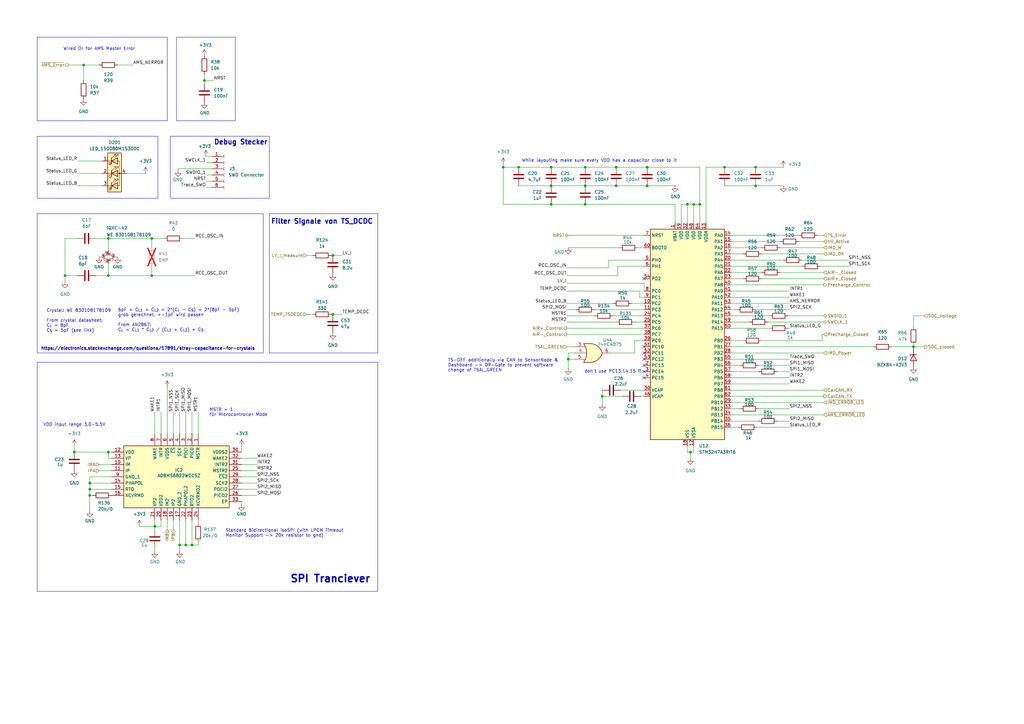
<source format=kicad_sch>
(kicad_sch
	(version 20231120)
	(generator "eeschema")
	(generator_version "8.0")
	(uuid "d4cbd48d-ba2a-4afc-b22e-0d9a16f2e6f3")
	(paper "A3")
	(lib_symbols
		(symbol "74HC4075:74HC4075"
			(pin_names
				(offset 1.016)
			)
			(exclude_from_sim no)
			(in_bom yes)
			(on_board yes)
			(property "Reference" "U"
				(at 0 1.27 0)
				(effects
					(font
						(size 1.27 1.27)
					)
				)
			)
			(property "Value" "74HC4075"
				(at 0 -1.27 0)
				(effects
					(font
						(size 1.27 1.27)
					)
				)
			)
			(property "Footprint" "Package_SO:TSSOP-14_4.4x5mm_P0.65mm"
				(at 2.54 -27.94 0)
				(effects
					(font
						(size 1.27 1.27)
					)
					(hide yes)
				)
			)
			(property "Datasheet" "https://www.ti.com/lit/ds/symlink/cd54hc4075.pdf?ts=1705677999042&ref_url=https%253A%252F%252Fwww.google.com%252F"
				(at 2.54 -25.4 0)
				(effects
					(font
						(size 1.27 1.27)
					)
					(hide yes)
				)
			)
			(property "Description" "Triple 3-input OR"
				(at 0 0 0)
				(effects
					(font
						(size 1.27 1.27)
					)
					(hide yes)
				)
			)
			(property "ki_locked" ""
				(at 0 0 0)
				(effects
					(font
						(size 1.27 1.27)
					)
				)
			)
			(property "ki_keywords" "TTL Or3"
				(at 0 0 0)
				(effects
					(font
						(size 1.27 1.27)
					)
					(hide yes)
				)
			)
			(property "ki_fp_filters" "DIP*W7.62mm*"
				(at 0 0 0)
				(effects
					(font
						(size 1.27 1.27)
					)
					(hide yes)
				)
			)
			(symbol "74HC4075_1_1"
				(arc
					(start -3.81 -3.81)
					(mid -2.589 0)
					(end -3.81 3.81)
					(stroke
						(width 0.254)
						(type default)
					)
					(fill
						(type none)
					)
				)
				(arc
					(start -0.6096 -3.81)
					(mid 2.1842 -2.5851)
					(end 3.81 0)
					(stroke
						(width 0.254)
						(type default)
					)
					(fill
						(type background)
					)
				)
				(polyline
					(pts
						(xy -3.81 -3.81) (xy -0.635 -3.81)
					)
					(stroke
						(width 0.254)
						(type default)
					)
					(fill
						(type background)
					)
				)
				(polyline
					(pts
						(xy -3.81 3.81) (xy -0.635 3.81)
					)
					(stroke
						(width 0.254)
						(type default)
					)
					(fill
						(type background)
					)
				)
				(polyline
					(pts
						(xy -0.635 3.81) (xy -3.81 3.81) (xy -3.81 3.81) (xy -3.556 3.4036) (xy -3.0226 2.2606) (xy -2.6924 1.0414)
						(xy -2.6162 -0.254) (xy -2.7686 -1.4986) (xy -3.175 -2.7178) (xy -3.81 -3.81) (xy -3.81 -3.81)
						(xy -0.635 -3.81)
					)
					(stroke
						(width -25.4)
						(type default)
					)
					(fill
						(type background)
					)
				)
				(arc
					(start 3.81 0)
					(mid 2.1915 2.5936)
					(end -0.6096 3.81)
					(stroke
						(width 0.254)
						(type default)
					)
					(fill
						(type background)
					)
				)
				(pin input line
					(at -7.62 2.54 0)
					(length 4.318)
					(name "~"
						(effects
							(font
								(size 1.27 1.27)
							)
						)
					)
					(number "3"
						(effects
							(font
								(size 1.27 1.27)
							)
						)
					)
				)
				(pin input line
					(at -7.62 0 0)
					(length 4.953)
					(name "~"
						(effects
							(font
								(size 1.27 1.27)
							)
						)
					)
					(number "4"
						(effects
							(font
								(size 1.27 1.27)
							)
						)
					)
				)
				(pin input line
					(at -7.62 -2.54 0)
					(length 4.318)
					(name "~"
						(effects
							(font
								(size 1.27 1.27)
							)
						)
					)
					(number "5"
						(effects
							(font
								(size 1.27 1.27)
							)
						)
					)
				)
				(pin output line
					(at 7.62 0 180)
					(length 3.81)
					(name "~"
						(effects
							(font
								(size 1.27 1.27)
							)
						)
					)
					(number "6"
						(effects
							(font
								(size 1.27 1.27)
							)
						)
					)
				)
			)
			(symbol "74HC4075_1_2"
				(arc
					(start 0 -3.81)
					(mid 3.7934 0)
					(end 0 3.81)
					(stroke
						(width 0.254)
						(type default)
					)
					(fill
						(type background)
					)
				)
				(polyline
					(pts
						(xy 0 3.81) (xy -3.81 3.81) (xy -3.81 -3.81) (xy 0 -3.81)
					)
					(stroke
						(width 0.254)
						(type default)
					)
					(fill
						(type background)
					)
				)
				(pin input inverted
					(at -7.62 2.54 0)
					(length 3.81)
					(name "~"
						(effects
							(font
								(size 1.27 1.27)
							)
						)
					)
					(number "1"
						(effects
							(font
								(size 1.27 1.27)
							)
						)
					)
				)
				(pin output line
					(at 7.62 0 180)
					(length 3.81)
					(name "~"
						(effects
							(font
								(size 1.27 1.27)
							)
						)
					)
					(number "12"
						(effects
							(font
								(size 1.27 1.27)
							)
						)
					)
				)
				(pin input inverted
					(at -7.62 -2.54 0)
					(length 3.81)
					(name "~"
						(effects
							(font
								(size 1.27 1.27)
							)
						)
					)
					(number "13"
						(effects
							(font
								(size 1.27 1.27)
							)
						)
					)
				)
				(pin input inverted
					(at -7.62 0 0)
					(length 3.81)
					(name "~"
						(effects
							(font
								(size 1.27 1.27)
							)
						)
					)
					(number "2"
						(effects
							(font
								(size 1.27 1.27)
							)
						)
					)
				)
			)
			(symbol "74HC4075_2_1"
				(arc
					(start -3.81 -3.81)
					(mid -2.589 0)
					(end -3.81 3.81)
					(stroke
						(width 0.254)
						(type default)
					)
					(fill
						(type none)
					)
				)
				(arc
					(start -0.6096 -3.81)
					(mid 2.1842 -2.5851)
					(end 3.81 0)
					(stroke
						(width 0.254)
						(type default)
					)
					(fill
						(type background)
					)
				)
				(polyline
					(pts
						(xy -3.81 -3.81) (xy -0.635 -3.81)
					)
					(stroke
						(width 0.254)
						(type default)
					)
					(fill
						(type background)
					)
				)
				(polyline
					(pts
						(xy -3.81 3.81) (xy -0.635 3.81)
					)
					(stroke
						(width 0.254)
						(type default)
					)
					(fill
						(type background)
					)
				)
				(polyline
					(pts
						(xy -0.635 3.81) (xy -3.81 3.81) (xy -3.81 3.81) (xy -3.556 3.4036) (xy -3.0226 2.2606) (xy -2.6924 1.0414)
						(xy -2.6162 -0.254) (xy -2.7686 -1.4986) (xy -3.175 -2.7178) (xy -3.81 -3.81) (xy -3.81 -3.81)
						(xy -0.635 -3.81)
					)
					(stroke
						(width -25.4)
						(type default)
					)
					(fill
						(type background)
					)
				)
				(arc
					(start 3.81 0)
					(mid 2.1915 2.5936)
					(end -0.6096 3.81)
					(stroke
						(width 0.254)
						(type default)
					)
					(fill
						(type background)
					)
				)
				(pin input line
					(at -7.62 2.54 0)
					(length 4.318)
					(name "~"
						(effects
							(font
								(size 1.27 1.27)
							)
						)
					)
					(number "1"
						(effects
							(font
								(size 1.27 1.27)
							)
						)
					)
				)
				(pin input line
					(at -7.62 0 0)
					(length 4.953)
					(name "~"
						(effects
							(font
								(size 1.27 1.27)
							)
						)
					)
					(number "2"
						(effects
							(font
								(size 1.27 1.27)
							)
						)
					)
				)
				(pin input line
					(at -7.62 -2.54 0)
					(length 4.318)
					(name ""
						(effects
							(font
								(size 1.27 1.27)
							)
						)
					)
					(number "8"
						(effects
							(font
								(size 1.27 1.27)
							)
						)
					)
				)
				(pin output line
					(at 7.62 0 180)
					(length 3.81)
					(name "~"
						(effects
							(font
								(size 1.27 1.27)
							)
						)
					)
					(number "9"
						(effects
							(font
								(size 1.27 1.27)
							)
						)
					)
				)
			)
			(symbol "74HC4075_2_2"
				(arc
					(start 0 -3.81)
					(mid 3.7934 0)
					(end 0 3.81)
					(stroke
						(width 0.254)
						(type default)
					)
					(fill
						(type background)
					)
				)
				(polyline
					(pts
						(xy 0 3.81) (xy -3.81 3.81) (xy -3.81 -3.81) (xy 0 -3.81)
					)
					(stroke
						(width 0.254)
						(type default)
					)
					(fill
						(type background)
					)
				)
				(pin input inverted
					(at -7.62 2.54 0)
					(length 3.81)
					(name "~"
						(effects
							(font
								(size 1.27 1.27)
							)
						)
					)
					(number "3"
						(effects
							(font
								(size 1.27 1.27)
							)
						)
					)
				)
				(pin input inverted
					(at -7.62 0 0)
					(length 3.81)
					(name "~"
						(effects
							(font
								(size 1.27 1.27)
							)
						)
					)
					(number "4"
						(effects
							(font
								(size 1.27 1.27)
							)
						)
					)
				)
				(pin input inverted
					(at -7.62 -2.54 0)
					(length 3.81)
					(name "~"
						(effects
							(font
								(size 1.27 1.27)
							)
						)
					)
					(number "5"
						(effects
							(font
								(size 1.27 1.27)
							)
						)
					)
				)
				(pin output line
					(at 7.62 0 180)
					(length 3.81)
					(name "~"
						(effects
							(font
								(size 1.27 1.27)
							)
						)
					)
					(number "6"
						(effects
							(font
								(size 1.27 1.27)
							)
						)
					)
				)
			)
			(symbol "74HC4075_3_1"
				(arc
					(start -3.81 -3.81)
					(mid -2.589 0)
					(end -3.81 3.81)
					(stroke
						(width 0.254)
						(type default)
					)
					(fill
						(type none)
					)
				)
				(arc
					(start -0.6096 -3.81)
					(mid 2.1842 -2.5851)
					(end 3.81 0)
					(stroke
						(width 0.254)
						(type default)
					)
					(fill
						(type background)
					)
				)
				(polyline
					(pts
						(xy -3.81 -3.81) (xy -0.635 -3.81)
					)
					(stroke
						(width 0.254)
						(type default)
					)
					(fill
						(type background)
					)
				)
				(polyline
					(pts
						(xy -3.81 3.81) (xy -0.635 3.81)
					)
					(stroke
						(width 0.254)
						(type default)
					)
					(fill
						(type background)
					)
				)
				(polyline
					(pts
						(xy -0.635 3.81) (xy -3.81 3.81) (xy -3.81 3.81) (xy -3.556 3.4036) (xy -3.0226 2.2606) (xy -2.6924 1.0414)
						(xy -2.6162 -0.254) (xy -2.7686 -1.4986) (xy -3.175 -2.7178) (xy -3.81 -3.81) (xy -3.81 -3.81)
						(xy -0.635 -3.81)
					)
					(stroke
						(width -25.4)
						(type default)
					)
					(fill
						(type background)
					)
				)
				(arc
					(start 3.81 0)
					(mid 2.1915 2.5936)
					(end -0.6096 3.81)
					(stroke
						(width 0.254)
						(type default)
					)
					(fill
						(type background)
					)
				)
				(pin output line
					(at 7.62 0 180)
					(length 3.81)
					(name "~"
						(effects
							(font
								(size 1.27 1.27)
							)
						)
					)
					(number "10"
						(effects
							(font
								(size 1.27 1.27)
							)
						)
					)
				)
				(pin input line
					(at -7.62 2.54 0)
					(length 4.318)
					(name "~"
						(effects
							(font
								(size 1.27 1.27)
							)
						)
					)
					(number "11"
						(effects
							(font
								(size 1.27 1.27)
							)
						)
					)
				)
				(pin input line
					(at -7.62 0 0)
					(length 4.953)
					(name "~"
						(effects
							(font
								(size 1.27 1.27)
							)
						)
					)
					(number "12"
						(effects
							(font
								(size 1.27 1.27)
							)
						)
					)
				)
				(pin input line
					(at -7.62 -2.54 0)
					(length 4.318)
					(name "~"
						(effects
							(font
								(size 1.27 1.27)
							)
						)
					)
					(number "13"
						(effects
							(font
								(size 1.27 1.27)
							)
						)
					)
				)
			)
			(symbol "74HC4075_3_2"
				(arc
					(start 0 -3.81)
					(mid 3.7934 0)
					(end 0 3.81)
					(stroke
						(width 0.254)
						(type default)
					)
					(fill
						(type background)
					)
				)
				(polyline
					(pts
						(xy 0 3.81) (xy -3.81 3.81) (xy -3.81 -3.81) (xy 0 -3.81)
					)
					(stroke
						(width 0.254)
						(type default)
					)
					(fill
						(type background)
					)
				)
				(pin input inverted
					(at -7.62 0 0)
					(length 3.81)
					(name "~"
						(effects
							(font
								(size 1.27 1.27)
							)
						)
					)
					(number "10"
						(effects
							(font
								(size 1.27 1.27)
							)
						)
					)
				)
				(pin input inverted
					(at -7.62 -2.54 0)
					(length 3.81)
					(name "~"
						(effects
							(font
								(size 1.27 1.27)
							)
						)
					)
					(number "11"
						(effects
							(font
								(size 1.27 1.27)
							)
						)
					)
				)
				(pin output line
					(at 7.62 0 180)
					(length 3.81)
					(name "~"
						(effects
							(font
								(size 1.27 1.27)
							)
						)
					)
					(number "8"
						(effects
							(font
								(size 1.27 1.27)
							)
						)
					)
				)
				(pin input inverted
					(at -7.62 2.54 0)
					(length 3.81)
					(name "~"
						(effects
							(font
								(size 1.27 1.27)
							)
						)
					)
					(number "9"
						(effects
							(font
								(size 1.27 1.27)
							)
						)
					)
				)
			)
			(symbol "74HC4075_4_0"
				(pin power_in line
					(at 0 12.7 270)
					(length 5.08)
					(name "VCC"
						(effects
							(font
								(size 1.27 1.27)
							)
						)
					)
					(number "14"
						(effects
							(font
								(size 1.27 1.27)
							)
						)
					)
				)
				(pin power_in line
					(at 0 -12.7 90)
					(length 5.08)
					(name "GND"
						(effects
							(font
								(size 1.27 1.27)
							)
						)
					)
					(number "7"
						(effects
							(font
								(size 1.27 1.27)
							)
						)
					)
				)
			)
			(symbol "74HC4075_4_1"
				(rectangle
					(start -5.08 7.62)
					(end 5.08 -7.62)
					(stroke
						(width 0.254)
						(type default)
					)
					(fill
						(type background)
					)
				)
			)
		)
		(symbol "ADBMS6822WCCSZ_1"
			(exclude_from_sim no)
			(in_bom yes)
			(on_board yes)
			(property "Reference" "IC"
				(at 31.75 17.78 0)
				(effects
					(font
						(size 1.27 1.27)
					)
					(justify left top)
				)
			)
			(property "Value" "ADBMS6822WCCSZ"
				(at 31.75 15.24 0)
				(effects
					(font
						(size 1.27 1.27)
					)
					(justify left top)
				)
			)
			(property "Footprint" "QFN50P500X500X80-33N-D"
				(at 31.75 -84.76 0)
				(effects
					(font
						(size 1.27 1.27)
					)
					(justify left top)
					(hide yes)
				)
			)
			(property "Datasheet" "https://www.analog.com/ADBMS6822/datasheet"
				(at 31.75 -184.76 0)
				(effects
					(font
						(size 1.27 1.27)
					)
					(justify left top)
					(hide yes)
				)
			)
			(property "Description" " Up to 2 Mbps isolated bidirectional serial data communications  Drop in compatible: single (ADBMS6821) and dual (ADBMS6822)  Fully independent dual transceivers (ADBMS6822)  Simple galvanic isolation using capacitors or transformers  Bidirectional interface over a single twisted pair  Supports cable lengths up to 100 meters  Very low EMI susceptibility and emissions  LPCM support for ADBMS battery monitors  Interrupt output for LPCM system wake-up  4 Mbps unidirectional mode  Requires"
				(at 0 0 0)
				(effects
					(font
						(size 1.27 1.27)
					)
					(hide yes)
				)
			)
			(property "Height" "0.8"
				(at 31.75 -384.76 0)
				(effects
					(font
						(size 1.27 1.27)
					)
					(justify left top)
					(hide yes)
				)
			)
			(property "Manufacturer_Name" "Analog Devices"
				(at 31.75 -484.76 0)
				(effects
					(font
						(size 1.27 1.27)
					)
					(justify left top)
					(hide yes)
				)
			)
			(property "Manufacturer_Part_Number" "ADBMS6822WCCSZ"
				(at 31.75 -584.76 0)
				(effects
					(font
						(size 1.27 1.27)
					)
					(justify left top)
					(hide yes)
				)
			)
			(property "Mouser Part Number" "584-ADBMS6822WCCSZ"
				(at 31.75 -684.76 0)
				(effects
					(font
						(size 1.27 1.27)
					)
					(justify left top)
					(hide yes)
				)
			)
			(property "Mouser Price/Stock" "https://www.mouser.co.uk/ProductDetail/Analog-Devices/ADBMS6822WCCSZ?qs=4ASt3YYao0UVik%252BRUNLybw%3D%3D"
				(at 31.75 -784.76 0)
				(effects
					(font
						(size 1.27 1.27)
					)
					(justify left top)
					(hide yes)
				)
			)
			(property "Arrow Part Number" ""
				(at 31.75 -884.76 0)
				(effects
					(font
						(size 1.27 1.27)
					)
					(justify left top)
					(hide yes)
				)
			)
			(property "Arrow Price/Stock" ""
				(at 31.75 -984.76 0)
				(effects
					(font
						(size 1.27 1.27)
					)
					(justify left top)
					(hide yes)
				)
			)
			(symbol "ADBMS6822WCCSZ_1_1_1"
				(rectangle
					(start 5.08 12.7)
					(end 30.48 -30.48)
					(stroke
						(width 0.254)
						(type default)
					)
					(fill
						(type background)
					)
				)
				(pin passive line
					(at 0 0 0)
					(length 5.08)
					(name "MSTR"
						(effects
							(font
								(size 1.27 1.27)
							)
						)
					)
					(number "1"
						(effects
							(font
								(size 1.27 1.27)
							)
						)
					)
				)
				(pin passive line
					(at 12.7 -35.56 90)
					(length 5.08)
					(name "IM"
						(effects
							(font
								(size 1.27 1.27)
							)
						)
					)
					(number "10"
						(effects
							(font
								(size 1.27 1.27)
							)
						)
					)
				)
				(pin passive line
					(at 15.24 -35.56 90)
					(length 5.08)
					(name "IP"
						(effects
							(font
								(size 1.27 1.27)
							)
						)
					)
					(number "11"
						(effects
							(font
								(size 1.27 1.27)
							)
						)
					)
				)
				(pin passive line
					(at 7.62 -35.56 90)
					(length 5.08)
					(name "VDD"
						(effects
							(font
								(size 1.27 1.27)
							)
						)
					)
					(number "12"
						(effects
							(font
								(size 1.27 1.27)
							)
						)
					)
				)
				(pin passive line
					(at 10.16 -35.56 90)
					(length 5.08)
					(name "VP"
						(effects
							(font
								(size 1.27 1.27)
							)
						)
					)
					(number "13"
						(effects
							(font
								(size 1.27 1.27)
							)
						)
					)
				)
				(pin passive line
					(at 20.32 -35.56 90)
					(length 5.08)
					(name "PHAPOL"
						(effects
							(font
								(size 1.27 1.27)
							)
						)
					)
					(number "14"
						(effects
							(font
								(size 1.27 1.27)
							)
						)
					)
				)
				(pin passive line
					(at 22.86 -35.56 90)
					(length 5.08)
					(name "RTO"
						(effects
							(font
								(size 1.27 1.27)
							)
						)
					)
					(number "15"
						(effects
							(font
								(size 1.27 1.27)
							)
						)
					)
				)
				(pin passive line
					(at 25.4 -35.56 90)
					(length 5.08)
					(name "XCVRMD"
						(effects
							(font
								(size 1.27 1.27)
							)
						)
					)
					(number "16"
						(effects
							(font
								(size 1.27 1.27)
							)
						)
					)
				)
				(pin passive line
					(at 35.56 -7.62 180)
					(length 5.08)
					(name "GND_2"
						(effects
							(font
								(size 1.27 1.27)
							)
						)
					)
					(number "17"
						(effects
							(font
								(size 1.27 1.27)
							)
						)
					)
				)
				(pin passive line
					(at 35.56 -12.7 180)
					(length 5.08)
					(name "IM2"
						(effects
							(font
								(size 1.27 1.27)
							)
						)
					)
					(number "18"
						(effects
							(font
								(size 1.27 1.27)
							)
						)
					)
				)
				(pin passive line
					(at 35.56 -10.16 180)
					(length 5.08)
					(name "IP2"
						(effects
							(font
								(size 1.27 1.27)
							)
						)
					)
					(number "19"
						(effects
							(font
								(size 1.27 1.27)
							)
						)
					)
				)
				(pin passive line
					(at 0 -2.54 0)
					(length 5.08)
					(name "PICO"
						(effects
							(font
								(size 1.27 1.27)
							)
						)
					)
					(number "2"
						(effects
							(font
								(size 1.27 1.27)
							)
						)
					)
				)
				(pin passive line
					(at 35.56 -15.24 180)
					(length 5.08)
					(name "VDD2"
						(effects
							(font
								(size 1.27 1.27)
							)
						)
					)
					(number "20"
						(effects
							(font
								(size 1.27 1.27)
							)
						)
					)
				)
				(pin passive line
					(at 35.56 -17.78 180)
					(length 5.08)
					(name "VP2"
						(effects
							(font
								(size 1.27 1.27)
							)
						)
					)
					(number "21"
						(effects
							(font
								(size 1.27 1.27)
							)
						)
					)
				)
				(pin passive line
					(at 35.56 -5.08 180)
					(length 5.08)
					(name "PHAPOL2"
						(effects
							(font
								(size 1.27 1.27)
							)
						)
					)
					(number "22"
						(effects
							(font
								(size 1.27 1.27)
							)
						)
					)
				)
				(pin passive line
					(at 35.56 -2.54 180)
					(length 5.08)
					(name "RTO2"
						(effects
							(font
								(size 1.27 1.27)
							)
						)
					)
					(number "23"
						(effects
							(font
								(size 1.27 1.27)
							)
						)
					)
				)
				(pin passive line
					(at 35.56 0 180)
					(length 5.08)
					(name "XCVRMD2"
						(effects
							(font
								(size 1.27 1.27)
							)
						)
					)
					(number "24"
						(effects
							(font
								(size 1.27 1.27)
							)
						)
					)
				)
				(pin passive line
					(at 15.24 17.78 270)
					(length 5.08)
					(name "MSTR2"
						(effects
							(font
								(size 1.27 1.27)
							)
						)
					)
					(number "25"
						(effects
							(font
								(size 1.27 1.27)
							)
						)
					)
				)
				(pin passive line
					(at 25.4 17.78 270)
					(length 5.08)
					(name "PICO2"
						(effects
							(font
								(size 1.27 1.27)
							)
						)
					)
					(number "26"
						(effects
							(font
								(size 1.27 1.27)
							)
						)
					)
				)
				(pin passive line
					(at 22.86 17.78 270)
					(length 5.08)
					(name "POCI2"
						(effects
							(font
								(size 1.27 1.27)
							)
						)
					)
					(number "27"
						(effects
							(font
								(size 1.27 1.27)
							)
						)
					)
				)
				(pin passive line
					(at 20.32 17.78 270)
					(length 5.08)
					(name "SCK2"
						(effects
							(font
								(size 1.27 1.27)
							)
						)
					)
					(number "28"
						(effects
							(font
								(size 1.27 1.27)
							)
						)
					)
				)
				(pin passive line
					(at 17.78 17.78 270)
					(length 5.08)
					(name "~{CS2}"
						(effects
							(font
								(size 1.27 1.27)
							)
						)
					)
					(number "29"
						(effects
							(font
								(size 1.27 1.27)
							)
						)
					)
				)
				(pin passive line
					(at 0 -5.08 0)
					(length 5.08)
					(name "POCI"
						(effects
							(font
								(size 1.27 1.27)
							)
						)
					)
					(number "3"
						(effects
							(font
								(size 1.27 1.27)
							)
						)
					)
				)
				(pin passive line
					(at 7.62 17.78 270)
					(length 5.08)
					(name "VDDS2"
						(effects
							(font
								(size 1.27 1.27)
							)
						)
					)
					(number "30"
						(effects
							(font
								(size 1.27 1.27)
							)
						)
					)
				)
				(pin passive line
					(at 12.7 17.78 270)
					(length 5.08)
					(name "INTR2"
						(effects
							(font
								(size 1.27 1.27)
							)
						)
					)
					(number "31"
						(effects
							(font
								(size 1.27 1.27)
							)
						)
					)
				)
				(pin passive line
					(at 10.16 17.78 270)
					(length 5.08)
					(name "WAKE2"
						(effects
							(font
								(size 1.27 1.27)
							)
						)
					)
					(number "32"
						(effects
							(font
								(size 1.27 1.27)
							)
						)
					)
				)
				(pin passive line
					(at 27.94 17.78 270)
					(length 5.08)
					(name "EP"
						(effects
							(font
								(size 1.27 1.27)
							)
						)
					)
					(number "33"
						(effects
							(font
								(size 1.27 1.27)
							)
						)
					)
				)
				(pin passive line
					(at 0 -7.62 0)
					(length 5.08)
					(name "SCK"
						(effects
							(font
								(size 1.27 1.27)
							)
						)
					)
					(number "4"
						(effects
							(font
								(size 1.27 1.27)
							)
						)
					)
				)
				(pin passive line
					(at 0 -10.16 0)
					(length 5.08)
					(name "~{CS}"
						(effects
							(font
								(size 1.27 1.27)
							)
						)
					)
					(number "5"
						(effects
							(font
								(size 1.27 1.27)
							)
						)
					)
				)
				(pin passive line
					(at 0 -12.7 0)
					(length 5.08)
					(name "VDDS"
						(effects
							(font
								(size 1.27 1.27)
							)
						)
					)
					(number "6"
						(effects
							(font
								(size 1.27 1.27)
							)
						)
					)
				)
				(pin passive line
					(at 0 -15.24 0)
					(length 5.08)
					(name "INTR"
						(effects
							(font
								(size 1.27 1.27)
							)
						)
					)
					(number "7"
						(effects
							(font
								(size 1.27 1.27)
							)
						)
					)
				)
				(pin passive line
					(at 0 -17.78 0)
					(length 5.08)
					(name "WAKE"
						(effects
							(font
								(size 1.27 1.27)
							)
						)
					)
					(number "8"
						(effects
							(font
								(size 1.27 1.27)
							)
						)
					)
				)
				(pin passive line
					(at 17.78 -35.56 90)
					(length 5.08)
					(name "GND_1"
						(effects
							(font
								(size 1.27 1.27)
							)
						)
					)
					(number "9"
						(effects
							(font
								(size 1.27 1.27)
							)
						)
					)
				)
			)
		)
		(symbol "Connector:Conn_01x06_Female"
			(pin_names
				(offset 1.016) hide)
			(exclude_from_sim no)
			(in_bom yes)
			(on_board yes)
			(property "Reference" "J"
				(at 0 7.62 0)
				(effects
					(font
						(size 1.27 1.27)
					)
				)
			)
			(property "Value" "Conn_01x06_Female"
				(at 0 -10.16 0)
				(effects
					(font
						(size 1.27 1.27)
					)
				)
			)
			(property "Footprint" ""
				(at 0 0 0)
				(effects
					(font
						(size 1.27 1.27)
					)
					(hide yes)
				)
			)
			(property "Datasheet" "~"
				(at 0 0 0)
				(effects
					(font
						(size 1.27 1.27)
					)
					(hide yes)
				)
			)
			(property "Description" "Generic connector, single row, 01x06, script generated (kicad-library-utils/schlib/autogen/connector/)"
				(at 0 0 0)
				(effects
					(font
						(size 1.27 1.27)
					)
					(hide yes)
				)
			)
			(property "ki_keywords" "connector"
				(at 0 0 0)
				(effects
					(font
						(size 1.27 1.27)
					)
					(hide yes)
				)
			)
			(property "ki_fp_filters" "Connector*:*_1x??_*"
				(at 0 0 0)
				(effects
					(font
						(size 1.27 1.27)
					)
					(hide yes)
				)
			)
			(symbol "Conn_01x06_Female_1_1"
				(arc
					(start 0 -7.112)
					(mid -0.5058 -7.62)
					(end 0 -8.128)
					(stroke
						(width 0.1524)
						(type default)
					)
					(fill
						(type none)
					)
				)
				(arc
					(start 0 -4.572)
					(mid -0.5058 -5.08)
					(end 0 -5.588)
					(stroke
						(width 0.1524)
						(type default)
					)
					(fill
						(type none)
					)
				)
				(arc
					(start 0 -2.032)
					(mid -0.5058 -2.54)
					(end 0 -3.048)
					(stroke
						(width 0.1524)
						(type default)
					)
					(fill
						(type none)
					)
				)
				(polyline
					(pts
						(xy -1.27 -7.62) (xy -0.508 -7.62)
					)
					(stroke
						(width 0.1524)
						(type default)
					)
					(fill
						(type none)
					)
				)
				(polyline
					(pts
						(xy -1.27 -5.08) (xy -0.508 -5.08)
					)
					(stroke
						(width 0.1524)
						(type default)
					)
					(fill
						(type none)
					)
				)
				(polyline
					(pts
						(xy -1.27 -2.54) (xy -0.508 -2.54)
					)
					(stroke
						(width 0.1524)
						(type default)
					)
					(fill
						(type none)
					)
				)
				(polyline
					(pts
						(xy -1.27 0) (xy -0.508 0)
					)
					(stroke
						(width 0.1524)
						(type default)
					)
					(fill
						(type none)
					)
				)
				(polyline
					(pts
						(xy -1.27 2.54) (xy -0.508 2.54)
					)
					(stroke
						(width 0.1524)
						(type default)
					)
					(fill
						(type none)
					)
				)
				(polyline
					(pts
						(xy -1.27 5.08) (xy -0.508 5.08)
					)
					(stroke
						(width 0.1524)
						(type default)
					)
					(fill
						(type none)
					)
				)
				(arc
					(start 0 0.508)
					(mid -0.5058 0)
					(end 0 -0.508)
					(stroke
						(width 0.1524)
						(type default)
					)
					(fill
						(type none)
					)
				)
				(arc
					(start 0 3.048)
					(mid -0.5058 2.54)
					(end 0 2.032)
					(stroke
						(width 0.1524)
						(type default)
					)
					(fill
						(type none)
					)
				)
				(arc
					(start 0 5.588)
					(mid -0.5058 5.08)
					(end 0 4.572)
					(stroke
						(width 0.1524)
						(type default)
					)
					(fill
						(type none)
					)
				)
				(pin passive line
					(at -5.08 5.08 0)
					(length 3.81)
					(name "Pin_1"
						(effects
							(font
								(size 1.27 1.27)
							)
						)
					)
					(number "1"
						(effects
							(font
								(size 1.27 1.27)
							)
						)
					)
				)
				(pin passive line
					(at -5.08 2.54 0)
					(length 3.81)
					(name "Pin_2"
						(effects
							(font
								(size 1.27 1.27)
							)
						)
					)
					(number "2"
						(effects
							(font
								(size 1.27 1.27)
							)
						)
					)
				)
				(pin passive line
					(at -5.08 0 0)
					(length 3.81)
					(name "Pin_3"
						(effects
							(font
								(size 1.27 1.27)
							)
						)
					)
					(number "3"
						(effects
							(font
								(size 1.27 1.27)
							)
						)
					)
				)
				(pin passive line
					(at -5.08 -2.54 0)
					(length 3.81)
					(name "Pin_4"
						(effects
							(font
								(size 1.27 1.27)
							)
						)
					)
					(number "4"
						(effects
							(font
								(size 1.27 1.27)
							)
						)
					)
				)
				(pin passive line
					(at -5.08 -5.08 0)
					(length 3.81)
					(name "Pin_5"
						(effects
							(font
								(size 1.27 1.27)
							)
						)
					)
					(number "5"
						(effects
							(font
								(size 1.27 1.27)
							)
						)
					)
				)
				(pin passive line
					(at -5.08 -7.62 0)
					(length 3.81)
					(name "Pin_6"
						(effects
							(font
								(size 1.27 1.27)
							)
						)
					)
					(number "6"
						(effects
							(font
								(size 1.27 1.27)
							)
						)
					)
				)
			)
		)
		(symbol "Device:C"
			(pin_numbers hide)
			(pin_names
				(offset 0.254)
			)
			(exclude_from_sim no)
			(in_bom yes)
			(on_board yes)
			(property "Reference" "C"
				(at 0.635 2.54 0)
				(effects
					(font
						(size 1.27 1.27)
					)
					(justify left)
				)
			)
			(property "Value" "C"
				(at 0.635 -2.54 0)
				(effects
					(font
						(size 1.27 1.27)
					)
					(justify left)
				)
			)
			(property "Footprint" ""
				(at 0.9652 -3.81 0)
				(effects
					(font
						(size 1.27 1.27)
					)
					(hide yes)
				)
			)
			(property "Datasheet" "~"
				(at 0 0 0)
				(effects
					(font
						(size 1.27 1.27)
					)
					(hide yes)
				)
			)
			(property "Description" "Unpolarized capacitor"
				(at 0 0 0)
				(effects
					(font
						(size 1.27 1.27)
					)
					(hide yes)
				)
			)
			(property "ki_keywords" "cap capacitor"
				(at 0 0 0)
				(effects
					(font
						(size 1.27 1.27)
					)
					(hide yes)
				)
			)
			(property "ki_fp_filters" "C_*"
				(at 0 0 0)
				(effects
					(font
						(size 1.27 1.27)
					)
					(hide yes)
				)
			)
			(symbol "C_0_1"
				(polyline
					(pts
						(xy -2.032 -0.762) (xy 2.032 -0.762)
					)
					(stroke
						(width 0.508)
						(type default)
					)
					(fill
						(type none)
					)
				)
				(polyline
					(pts
						(xy -2.032 0.762) (xy 2.032 0.762)
					)
					(stroke
						(width 0.508)
						(type default)
					)
					(fill
						(type none)
					)
				)
			)
			(symbol "C_1_1"
				(pin passive line
					(at 0 3.81 270)
					(length 2.794)
					(name "~"
						(effects
							(font
								(size 1.27 1.27)
							)
						)
					)
					(number "1"
						(effects
							(font
								(size 1.27 1.27)
							)
						)
					)
				)
				(pin passive line
					(at 0 -3.81 90)
					(length 2.794)
					(name "~"
						(effects
							(font
								(size 1.27 1.27)
							)
						)
					)
					(number "2"
						(effects
							(font
								(size 1.27 1.27)
							)
						)
					)
				)
			)
		)
		(symbol "Device:Crystal_GND24_Small"
			(pin_names
				(offset 1.016) hide)
			(exclude_from_sim no)
			(in_bom yes)
			(on_board yes)
			(property "Reference" "Y"
				(at 1.27 4.445 0)
				(effects
					(font
						(size 1.27 1.27)
					)
					(justify left)
				)
			)
			(property "Value" "Crystal_GND24_Small"
				(at 1.27 2.54 0)
				(effects
					(font
						(size 1.27 1.27)
					)
					(justify left)
				)
			)
			(property "Footprint" ""
				(at 0 0 0)
				(effects
					(font
						(size 1.27 1.27)
					)
					(hide yes)
				)
			)
			(property "Datasheet" "~"
				(at 0 0 0)
				(effects
					(font
						(size 1.27 1.27)
					)
					(hide yes)
				)
			)
			(property "Description" "Four pin crystal, GND on pins 2 and 4, small symbol"
				(at 0 0 0)
				(effects
					(font
						(size 1.27 1.27)
					)
					(hide yes)
				)
			)
			(property "ki_keywords" "quartz ceramic resonator oscillator"
				(at 0 0 0)
				(effects
					(font
						(size 1.27 1.27)
					)
					(hide yes)
				)
			)
			(property "ki_fp_filters" "Crystal*"
				(at 0 0 0)
				(effects
					(font
						(size 1.27 1.27)
					)
					(hide yes)
				)
			)
			(symbol "Crystal_GND24_Small_0_1"
				(rectangle
					(start -0.762 -1.524)
					(end 0.762 1.524)
					(stroke
						(width 0)
						(type default)
					)
					(fill
						(type none)
					)
				)
				(polyline
					(pts
						(xy -1.27 -0.762) (xy -1.27 0.762)
					)
					(stroke
						(width 0.381)
						(type default)
					)
					(fill
						(type none)
					)
				)
				(polyline
					(pts
						(xy 1.27 -0.762) (xy 1.27 0.762)
					)
					(stroke
						(width 0.381)
						(type default)
					)
					(fill
						(type none)
					)
				)
				(polyline
					(pts
						(xy -1.27 -1.27) (xy -1.27 -1.905) (xy 1.27 -1.905) (xy 1.27 -1.27)
					)
					(stroke
						(width 0)
						(type default)
					)
					(fill
						(type none)
					)
				)
				(polyline
					(pts
						(xy -1.27 1.27) (xy -1.27 1.905) (xy 1.27 1.905) (xy 1.27 1.27)
					)
					(stroke
						(width 0)
						(type default)
					)
					(fill
						(type none)
					)
				)
			)
			(symbol "Crystal_GND24_Small_1_1"
				(pin passive line
					(at -2.54 0 0)
					(length 1.27)
					(name "1"
						(effects
							(font
								(size 1.27 1.27)
							)
						)
					)
					(number "1"
						(effects
							(font
								(size 0.762 0.762)
							)
						)
					)
				)
				(pin passive line
					(at 0 -2.54 90)
					(length 0.635)
					(name "2"
						(effects
							(font
								(size 1.27 1.27)
							)
						)
					)
					(number "2"
						(effects
							(font
								(size 0.762 0.762)
							)
						)
					)
				)
				(pin passive line
					(at 2.54 0 180)
					(length 1.27)
					(name "3"
						(effects
							(font
								(size 1.27 1.27)
							)
						)
					)
					(number "3"
						(effects
							(font
								(size 0.762 0.762)
							)
						)
					)
				)
				(pin passive line
					(at 0 2.54 270)
					(length 0.635)
					(name "4"
						(effects
							(font
								(size 1.27 1.27)
							)
						)
					)
					(number "4"
						(effects
							(font
								(size 0.762 0.762)
							)
						)
					)
				)
			)
		)
		(symbol "Device:LED_RGBA"
			(pin_names
				(offset 0) hide)
			(exclude_from_sim no)
			(in_bom yes)
			(on_board yes)
			(property "Reference" "D"
				(at 0 9.398 0)
				(effects
					(font
						(size 1.27 1.27)
					)
				)
			)
			(property "Value" "LED_RGBA"
				(at 0 -8.89 0)
				(effects
					(font
						(size 1.27 1.27)
					)
				)
			)
			(property "Footprint" ""
				(at 0 -1.27 0)
				(effects
					(font
						(size 1.27 1.27)
					)
					(hide yes)
				)
			)
			(property "Datasheet" "~"
				(at 0 -1.27 0)
				(effects
					(font
						(size 1.27 1.27)
					)
					(hide yes)
				)
			)
			(property "Description" "RGB LED, red/green/blue/anode"
				(at 0 0 0)
				(effects
					(font
						(size 1.27 1.27)
					)
					(hide yes)
				)
			)
			(property "ki_keywords" "LED RGB diode"
				(at 0 0 0)
				(effects
					(font
						(size 1.27 1.27)
					)
					(hide yes)
				)
			)
			(property "ki_fp_filters" "LED* LED_SMD:* LED_THT:*"
				(at 0 0 0)
				(effects
					(font
						(size 1.27 1.27)
					)
					(hide yes)
				)
			)
			(symbol "LED_RGBA_0_0"
				(text "B"
					(at -1.905 -6.35 0)
					(effects
						(font
							(size 1.27 1.27)
						)
					)
				)
				(text "G"
					(at -1.905 -1.27 0)
					(effects
						(font
							(size 1.27 1.27)
						)
					)
				)
				(text "R"
					(at -1.905 3.81 0)
					(effects
						(font
							(size 1.27 1.27)
						)
					)
				)
			)
			(symbol "LED_RGBA_0_1"
				(polyline
					(pts
						(xy -1.27 -5.08) (xy -2.54 -5.08)
					)
					(stroke
						(width 0)
						(type default)
					)
					(fill
						(type none)
					)
				)
				(polyline
					(pts
						(xy -1.27 -5.08) (xy 1.27 -5.08)
					)
					(stroke
						(width 0)
						(type default)
					)
					(fill
						(type none)
					)
				)
				(polyline
					(pts
						(xy -1.27 -3.81) (xy -1.27 -6.35)
					)
					(stroke
						(width 0.254)
						(type default)
					)
					(fill
						(type none)
					)
				)
				(polyline
					(pts
						(xy -1.27 0) (xy -2.54 0)
					)
					(stroke
						(width 0)
						(type default)
					)
					(fill
						(type none)
					)
				)
				(polyline
					(pts
						(xy -1.27 1.27) (xy -1.27 -1.27)
					)
					(stroke
						(width 0.254)
						(type default)
					)
					(fill
						(type none)
					)
				)
				(polyline
					(pts
						(xy -1.27 5.08) (xy -2.54 5.08)
					)
					(stroke
						(width 0)
						(type default)
					)
					(fill
						(type none)
					)
				)
				(polyline
					(pts
						(xy -1.27 5.08) (xy 1.27 5.08)
					)
					(stroke
						(width 0)
						(type default)
					)
					(fill
						(type none)
					)
				)
				(polyline
					(pts
						(xy -1.27 6.35) (xy -1.27 3.81)
					)
					(stroke
						(width 0.254)
						(type default)
					)
					(fill
						(type none)
					)
				)
				(polyline
					(pts
						(xy 1.27 0) (xy -1.27 0)
					)
					(stroke
						(width 0)
						(type default)
					)
					(fill
						(type none)
					)
				)
				(polyline
					(pts
						(xy 1.27 0) (xy 2.54 0)
					)
					(stroke
						(width 0)
						(type default)
					)
					(fill
						(type none)
					)
				)
				(polyline
					(pts
						(xy -1.27 1.27) (xy -1.27 -1.27) (xy -1.27 -1.27)
					)
					(stroke
						(width 0)
						(type default)
					)
					(fill
						(type none)
					)
				)
				(polyline
					(pts
						(xy -1.27 6.35) (xy -1.27 3.81) (xy -1.27 3.81)
					)
					(stroke
						(width 0)
						(type default)
					)
					(fill
						(type none)
					)
				)
				(polyline
					(pts
						(xy 1.27 -5.08) (xy 2.032 -5.08) (xy 2.032 5.08) (xy 1.27 5.08)
					)
					(stroke
						(width 0)
						(type default)
					)
					(fill
						(type none)
					)
				)
				(polyline
					(pts
						(xy 1.27 -3.81) (xy 1.27 -6.35) (xy -1.27 -5.08) (xy 1.27 -3.81)
					)
					(stroke
						(width 0.254)
						(type default)
					)
					(fill
						(type none)
					)
				)
				(polyline
					(pts
						(xy 1.27 1.27) (xy 1.27 -1.27) (xy -1.27 0) (xy 1.27 1.27)
					)
					(stroke
						(width 0.254)
						(type default)
					)
					(fill
						(type none)
					)
				)
				(polyline
					(pts
						(xy 1.27 6.35) (xy 1.27 3.81) (xy -1.27 5.08) (xy 1.27 6.35)
					)
					(stroke
						(width 0.254)
						(type default)
					)
					(fill
						(type none)
					)
				)
				(polyline
					(pts
						(xy -1.016 -3.81) (xy 0.508 -2.286) (xy -0.254 -2.286) (xy 0.508 -2.286) (xy 0.508 -3.048)
					)
					(stroke
						(width 0)
						(type default)
					)
					(fill
						(type none)
					)
				)
				(polyline
					(pts
						(xy -1.016 1.27) (xy 0.508 2.794) (xy -0.254 2.794) (xy 0.508 2.794) (xy 0.508 2.032)
					)
					(stroke
						(width 0)
						(type default)
					)
					(fill
						(type none)
					)
				)
				(polyline
					(pts
						(xy -1.016 6.35) (xy 0.508 7.874) (xy -0.254 7.874) (xy 0.508 7.874) (xy 0.508 7.112)
					)
					(stroke
						(width 0)
						(type default)
					)
					(fill
						(type none)
					)
				)
				(polyline
					(pts
						(xy 0 -3.81) (xy 1.524 -2.286) (xy 0.762 -2.286) (xy 1.524 -2.286) (xy 1.524 -3.048)
					)
					(stroke
						(width 0)
						(type default)
					)
					(fill
						(type none)
					)
				)
				(polyline
					(pts
						(xy 0 1.27) (xy 1.524 2.794) (xy 0.762 2.794) (xy 1.524 2.794) (xy 1.524 2.032)
					)
					(stroke
						(width 0)
						(type default)
					)
					(fill
						(type none)
					)
				)
				(polyline
					(pts
						(xy 0 6.35) (xy 1.524 7.874) (xy 0.762 7.874) (xy 1.524 7.874) (xy 1.524 7.112)
					)
					(stroke
						(width 0)
						(type default)
					)
					(fill
						(type none)
					)
				)
				(rectangle
					(start 1.27 -1.27)
					(end 1.27 1.27)
					(stroke
						(width 0)
						(type default)
					)
					(fill
						(type none)
					)
				)
				(rectangle
					(start 1.27 1.27)
					(end 1.27 1.27)
					(stroke
						(width 0)
						(type default)
					)
					(fill
						(type none)
					)
				)
				(rectangle
					(start 1.27 3.81)
					(end 1.27 6.35)
					(stroke
						(width 0)
						(type default)
					)
					(fill
						(type none)
					)
				)
				(rectangle
					(start 1.27 6.35)
					(end 1.27 6.35)
					(stroke
						(width 0)
						(type default)
					)
					(fill
						(type none)
					)
				)
				(circle
					(center 2.032 0)
					(radius 0.254)
					(stroke
						(width 0)
						(type default)
					)
					(fill
						(type outline)
					)
				)
				(rectangle
					(start 2.794 8.382)
					(end -2.794 -7.62)
					(stroke
						(width 0.254)
						(type default)
					)
					(fill
						(type background)
					)
				)
			)
			(symbol "LED_RGBA_1_1"
				(pin passive line
					(at -5.08 5.08 0)
					(length 2.54)
					(name "RK"
						(effects
							(font
								(size 1.27 1.27)
							)
						)
					)
					(number "1"
						(effects
							(font
								(size 1.27 1.27)
							)
						)
					)
				)
				(pin passive line
					(at -5.08 0 0)
					(length 2.54)
					(name "GK"
						(effects
							(font
								(size 1.27 1.27)
							)
						)
					)
					(number "2"
						(effects
							(font
								(size 1.27 1.27)
							)
						)
					)
				)
				(pin passive line
					(at -5.08 -5.08 0)
					(length 2.54)
					(name "BK"
						(effects
							(font
								(size 1.27 1.27)
							)
						)
					)
					(number "3"
						(effects
							(font
								(size 1.27 1.27)
							)
						)
					)
				)
				(pin passive line
					(at 5.08 0 180)
					(length 2.54)
					(name "A"
						(effects
							(font
								(size 1.27 1.27)
							)
						)
					)
					(number "4"
						(effects
							(font
								(size 1.27 1.27)
							)
						)
					)
				)
			)
		)
		(symbol "Device:R"
			(pin_numbers hide)
			(pin_names
				(offset 0)
			)
			(exclude_from_sim no)
			(in_bom yes)
			(on_board yes)
			(property "Reference" "R"
				(at 2.032 0 90)
				(effects
					(font
						(size 1.27 1.27)
					)
				)
			)
			(property "Value" "R"
				(at 0 0 90)
				(effects
					(font
						(size 1.27 1.27)
					)
				)
			)
			(property "Footprint" ""
				(at -1.778 0 90)
				(effects
					(font
						(size 1.27 1.27)
					)
					(hide yes)
				)
			)
			(property "Datasheet" "~"
				(at 0 0 0)
				(effects
					(font
						(size 1.27 1.27)
					)
					(hide yes)
				)
			)
			(property "Description" "Resistor"
				(at 0 0 0)
				(effects
					(font
						(size 1.27 1.27)
					)
					(hide yes)
				)
			)
			(property "ki_keywords" "R res resistor"
				(at 0 0 0)
				(effects
					(font
						(size 1.27 1.27)
					)
					(hide yes)
				)
			)
			(property "ki_fp_filters" "R_*"
				(at 0 0 0)
				(effects
					(font
						(size 1.27 1.27)
					)
					(hide yes)
				)
			)
			(symbol "R_0_1"
				(rectangle
					(start -1.016 -2.54)
					(end 1.016 2.54)
					(stroke
						(width 0.254)
						(type default)
					)
					(fill
						(type none)
					)
				)
			)
			(symbol "R_1_1"
				(pin passive line
					(at 0 3.81 270)
					(length 1.27)
					(name "~"
						(effects
							(font
								(size 1.27 1.27)
							)
						)
					)
					(number "1"
						(effects
							(font
								(size 1.27 1.27)
							)
						)
					)
				)
				(pin passive line
					(at 0 -3.81 90)
					(length 1.27)
					(name "~"
						(effects
							(font
								(size 1.27 1.27)
							)
						)
					)
					(number "2"
						(effects
							(font
								(size 1.27 1.27)
							)
						)
					)
				)
			)
		)
		(symbol "MCU_ST_STM32H7:STM32H7A3R_G-I_Tx"
			(exclude_from_sim no)
			(in_bom yes)
			(on_board yes)
			(property "Reference" "U"
				(at -15.24 44.45 0)
				(effects
					(font
						(size 1.27 1.27)
					)
					(justify left)
				)
			)
			(property "Value" "STM32H7A3R_G-I_Tx"
				(at 10.16 44.45 0)
				(effects
					(font
						(size 1.27 1.27)
					)
					(justify left)
				)
			)
			(property "Footprint" "Package_QFP:LQFP-64_10x10mm_P0.5mm"
				(at -15.24 -43.18 0)
				(effects
					(font
						(size 1.27 1.27)
					)
					(justify right)
					(hide yes)
				)
			)
			(property "Datasheet" "https://www.st.com/resource/en/datasheet/stm32h7a3rg.pdf"
				(at 0 0 0)
				(effects
					(font
						(size 1.27 1.27)
					)
					(hide yes)
				)
			)
			(property "Description" "STMicroelectronics Arm Cortex-M7 MCU, 1024-2048KB flash, 1184KB RAM, 280 MHz, 1.62-3.6V, 49 GPIO, LQFP64"
				(at 0 0 0)
				(effects
					(font
						(size 1.27 1.27)
					)
					(hide yes)
				)
			)
			(property "ki_locked" ""
				(at 0 0 0)
				(effects
					(font
						(size 1.27 1.27)
					)
				)
			)
			(property "ki_keywords" "Arm Cortex-M7 STM32H7 STM32H7A3/7B3"
				(at 0 0 0)
				(effects
					(font
						(size 1.27 1.27)
					)
					(hide yes)
				)
			)
			(property "ki_fp_filters" "LQFP*10x10mm*P0.5mm*"
				(at 0 0 0)
				(effects
					(font
						(size 1.27 1.27)
					)
					(hide yes)
				)
			)
			(symbol "STM32H7A3R_G-I_Tx_0_1"
				(rectangle
					(start -15.24 -43.18)
					(end 15.24 43.18)
					(stroke
						(width 0.254)
						(type default)
					)
					(fill
						(type background)
					)
				)
			)
			(symbol "STM32H7A3R_G-I_Tx_1_1"
				(pin power_in line
					(at -5.08 45.72 270)
					(length 2.54)
					(name "VBAT"
						(effects
							(font
								(size 1.27 1.27)
							)
						)
					)
					(number "1"
						(effects
							(font
								(size 1.27 1.27)
							)
						)
					)
				)
				(pin bidirectional line
					(at -17.78 12.7 0)
					(length 2.54)
					(name "PC2"
						(effects
							(font
								(size 1.27 1.27)
							)
						)
					)
					(number "10"
						(effects
							(font
								(size 1.27 1.27)
							)
						)
					)
					(alternate "ADC1_INN11" bidirectional line)
					(alternate "ADC1_INP12" bidirectional line)
					(alternate "ADC2_INN11" bidirectional line)
					(alternate "ADC2_INP12" bidirectional line)
					(alternate "DFSDM1_CKIN1" bidirectional line)
					(alternate "DFSDM1_CKOUT" bidirectional line)
					(alternate "I2S2_SDI" bidirectional line)
					(alternate "OCTOSPIM_P1_IO2" bidirectional line)
					(alternate "OCTOSPIM_P1_IO5" bidirectional line)
					(alternate "PWR_CSTOP" bidirectional line)
					(alternate "SPI2_MISO" bidirectional line)
					(alternate "USB_OTG_HS_ULPI_DIR" bidirectional line)
				)
				(pin bidirectional line
					(at -17.78 10.16 0)
					(length 2.54)
					(name "PC3"
						(effects
							(font
								(size 1.27 1.27)
							)
						)
					)
					(number "11"
						(effects
							(font
								(size 1.27 1.27)
							)
						)
					)
					(alternate "ADC1_INN12" bidirectional line)
					(alternate "ADC1_INP13" bidirectional line)
					(alternate "ADC2_INN12" bidirectional line)
					(alternate "ADC2_INP13" bidirectional line)
					(alternate "DFSDM1_DATIN1" bidirectional line)
					(alternate "I2S2_SDO" bidirectional line)
					(alternate "OCTOSPIM_P1_IO0" bidirectional line)
					(alternate "OCTOSPIM_P1_IO6" bidirectional line)
					(alternate "PWR_CSLEEP" bidirectional line)
					(alternate "SPI2_MOSI" bidirectional line)
					(alternate "USB_OTG_HS_ULPI_NXT" bidirectional line)
				)
				(pin power_in line
					(at 2.54 -45.72 90)
					(length 2.54)
					(name "VSSA"
						(effects
							(font
								(size 1.27 1.27)
							)
						)
					)
					(number "12"
						(effects
							(font
								(size 1.27 1.27)
							)
						)
					)
				)
				(pin power_in line
					(at 7.62 45.72 270)
					(length 2.54)
					(name "VDDA"
						(effects
							(font
								(size 1.27 1.27)
							)
						)
					)
					(number "13"
						(effects
							(font
								(size 1.27 1.27)
							)
						)
					)
				)
				(pin bidirectional line
					(at 17.78 40.64 180)
					(length 2.54)
					(name "PA0"
						(effects
							(font
								(size 1.27 1.27)
							)
						)
					)
					(number "14"
						(effects
							(font
								(size 1.27 1.27)
							)
						)
					)
					(alternate "ADC1_INP16" bidirectional line)
					(alternate "I2S6_WS" bidirectional line)
					(alternate "PWR_WKUP1" bidirectional line)
					(alternate "SAI2_SD_B" bidirectional line)
					(alternate "SDMMC2_CMD" bidirectional line)
					(alternate "SPI6_NSS" bidirectional line)
					(alternate "TIM15_BKIN" bidirectional line)
					(alternate "TIM2_CH1" bidirectional line)
					(alternate "TIM2_ETR" bidirectional line)
					(alternate "TIM5_CH1" bidirectional line)
					(alternate "TIM8_ETR" bidirectional line)
					(alternate "UART4_TX" bidirectional line)
					(alternate "USART2_CTS" bidirectional line)
					(alternate "USART2_NSS" bidirectional line)
				)
				(pin bidirectional line
					(at 17.78 38.1 180)
					(length 2.54)
					(name "PA1"
						(effects
							(font
								(size 1.27 1.27)
							)
						)
					)
					(number "15"
						(effects
							(font
								(size 1.27 1.27)
							)
						)
					)
					(alternate "ADC1_INN16" bidirectional line)
					(alternate "ADC1_INP17" bidirectional line)
					(alternate "LPTIM3_OUT" bidirectional line)
					(alternate "LTDC_R2" bidirectional line)
					(alternate "OCTOSPIM_P1_DQS" bidirectional line)
					(alternate "OCTOSPIM_P1_IO3" bidirectional line)
					(alternate "SAI2_MCLK_B" bidirectional line)
					(alternate "TIM15_CH1N" bidirectional line)
					(alternate "TIM2_CH2" bidirectional line)
					(alternate "TIM5_CH2" bidirectional line)
					(alternate "UART4_RX" bidirectional line)
					(alternate "USART2_DE" bidirectional line)
					(alternate "USART2_RTS" bidirectional line)
				)
				(pin bidirectional line
					(at 17.78 35.56 180)
					(length 2.54)
					(name "PA2"
						(effects
							(font
								(size 1.27 1.27)
							)
						)
					)
					(number "16"
						(effects
							(font
								(size 1.27 1.27)
							)
						)
					)
					(alternate "ADC1_INP14" bidirectional line)
					(alternate "DFSDM2_CKIN1" bidirectional line)
					(alternate "LTDC_R1" bidirectional line)
					(alternate "MDIOS_MDIO" bidirectional line)
					(alternate "PWR_WKUP2" bidirectional line)
					(alternate "SAI2_SCK_B" bidirectional line)
					(alternate "TIM15_CH1" bidirectional line)
					(alternate "TIM2_CH3" bidirectional line)
					(alternate "TIM5_CH3" bidirectional line)
					(alternate "USART2_TX" bidirectional line)
				)
				(pin bidirectional line
					(at 17.78 33.02 180)
					(length 2.54)
					(name "PA3"
						(effects
							(font
								(size 1.27 1.27)
							)
						)
					)
					(number "17"
						(effects
							(font
								(size 1.27 1.27)
							)
						)
					)
					(alternate "ADC1_INP15" bidirectional line)
					(alternate "I2S6_MCK" bidirectional line)
					(alternate "LTDC_B2" bidirectional line)
					(alternate "LTDC_B5" bidirectional line)
					(alternate "OCTOSPIM_P1_CLK" bidirectional line)
					(alternate "TIM15_CH2" bidirectional line)
					(alternate "TIM2_CH4" bidirectional line)
					(alternate "TIM5_CH4" bidirectional line)
					(alternate "USART2_RX" bidirectional line)
					(alternate "USB_OTG_HS_ULPI_D0" bidirectional line)
				)
				(pin power_in line
					(at 0 -45.72 90)
					(length 2.54)
					(name "VSS"
						(effects
							(font
								(size 1.27 1.27)
							)
						)
					)
					(number "18"
						(effects
							(font
								(size 1.27 1.27)
							)
						)
					)
				)
				(pin power_in line
					(at -2.54 45.72 270)
					(length 2.54)
					(name "VDD"
						(effects
							(font
								(size 1.27 1.27)
							)
						)
					)
					(number "19"
						(effects
							(font
								(size 1.27 1.27)
							)
						)
					)
				)
				(pin bidirectional line
					(at -17.78 -12.7 0)
					(length 2.54)
					(name "PC13"
						(effects
							(font
								(size 1.27 1.27)
							)
						)
					)
					(number "2"
						(effects
							(font
								(size 1.27 1.27)
							)
						)
					)
					(alternate "PWR_WKUP4" bidirectional line)
					(alternate "RTC_OUT_ALARM" bidirectional line)
					(alternate "RTC_OUT_CALIB" bidirectional line)
					(alternate "RTC_TAMP1" bidirectional line)
					(alternate "RTC_TS" bidirectional line)
				)
				(pin bidirectional line
					(at 17.78 30.48 180)
					(length 2.54)
					(name "PA4"
						(effects
							(font
								(size 1.27 1.27)
							)
						)
					)
					(number "20"
						(effects
							(font
								(size 1.27 1.27)
							)
						)
					)
					(alternate "ADC1_INP18" bidirectional line)
					(alternate "DAC1_OUT1" bidirectional line)
					(alternate "DCMI_HSYNC" bidirectional line)
					(alternate "I2S1_WS" bidirectional line)
					(alternate "I2S3_WS" bidirectional line)
					(alternate "I2S6_WS" bidirectional line)
					(alternate "LTDC_VSYNC" bidirectional line)
					(alternate "PSSI_DE" bidirectional line)
					(alternate "SPI1_NSS" bidirectional line)
					(alternate "SPI3_NSS" bidirectional line)
					(alternate "SPI6_NSS" bidirectional line)
					(alternate "TIM5_ETR" bidirectional line)
					(alternate "USART2_CK" bidirectional line)
				)
				(pin bidirectional line
					(at 17.78 27.94 180)
					(length 2.54)
					(name "PA5"
						(effects
							(font
								(size 1.27 1.27)
							)
						)
					)
					(number "21"
						(effects
							(font
								(size 1.27 1.27)
							)
						)
					)
					(alternate "ADC1_INN18" bidirectional line)
					(alternate "ADC1_INP19" bidirectional line)
					(alternate "DAC1_OUT2" bidirectional line)
					(alternate "I2S1_CK" bidirectional line)
					(alternate "I2S6_CK" bidirectional line)
					(alternate "LTDC_R4" bidirectional line)
					(alternate "PSSI_D14" bidirectional line)
					(alternate "PWR_NDSTOP2" bidirectional line)
					(alternate "SPI1_SCK" bidirectional line)
					(alternate "SPI6_SCK" bidirectional line)
					(alternate "TIM2_CH1" bidirectional line)
					(alternate "TIM2_ETR" bidirectional line)
					(alternate "TIM8_CH1N" bidirectional line)
					(alternate "USB_OTG_HS_ULPI_CK" bidirectional line)
				)
				(pin bidirectional line
					(at 17.78 25.4 180)
					(length 2.54)
					(name "PA6"
						(effects
							(font
								(size 1.27 1.27)
							)
						)
					)
					(number "22"
						(effects
							(font
								(size 1.27 1.27)
							)
						)
					)
					(alternate "ADC1_INP3" bidirectional line)
					(alternate "ADC2_INP3" bidirectional line)
					(alternate "DAC2_OUT1" bidirectional line)
					(alternate "DCMI_PIXCLK" bidirectional line)
					(alternate "I2S1_SDI" bidirectional line)
					(alternate "I2S6_SDI" bidirectional line)
					(alternate "LTDC_G2" bidirectional line)
					(alternate "MDIOS_MDC" bidirectional line)
					(alternate "OCTOSPIM_P1_IO3" bidirectional line)
					(alternate "PSSI_PDCK" bidirectional line)
					(alternate "SPI1_MISO" bidirectional line)
					(alternate "SPI6_MISO" bidirectional line)
					(alternate "TIM13_CH1" bidirectional line)
					(alternate "TIM1_BKIN" bidirectional line)
					(alternate "TIM1_BKIN_COMP1" bidirectional line)
					(alternate "TIM3_CH1" bidirectional line)
					(alternate "TIM8_BKIN" bidirectional line)
					(alternate "TIM8_BKIN_COMP1" bidirectional line)
				)
				(pin bidirectional line
					(at 17.78 22.86 180)
					(length 2.54)
					(name "PA7"
						(effects
							(font
								(size 1.27 1.27)
							)
						)
					)
					(number "23"
						(effects
							(font
								(size 1.27 1.27)
							)
						)
					)
					(alternate "ADC1_INN3" bidirectional line)
					(alternate "ADC1_INP7" bidirectional line)
					(alternate "ADC2_INN3" bidirectional line)
					(alternate "ADC2_INP7" bidirectional line)
					(alternate "DFSDM2_DATIN1" bidirectional line)
					(alternate "I2S1_SDO" bidirectional line)
					(alternate "I2S6_SDO" bidirectional line)
					(alternate "LTDC_VSYNC" bidirectional line)
					(alternate "OCTOSPIM_P1_IO2" bidirectional line)
					(alternate "OPAMP1_VINM" bidirectional line)
					(alternate "SPI1_MOSI" bidirectional line)
					(alternate "SPI6_MOSI" bidirectional line)
					(alternate "TIM14_CH1" bidirectional line)
					(alternate "TIM1_CH1N" bidirectional line)
					(alternate "TIM3_CH2" bidirectional line)
					(alternate "TIM8_CH1N" bidirectional line)
				)
				(pin bidirectional line
					(at -17.78 7.62 0)
					(length 2.54)
					(name "PC4"
						(effects
							(font
								(size 1.27 1.27)
							)
						)
					)
					(number "24"
						(effects
							(font
								(size 1.27 1.27)
							)
						)
					)
					(alternate "ADC1_INP4" bidirectional line)
					(alternate "ADC2_INP4" bidirectional line)
					(alternate "COMP1_INM" bidirectional line)
					(alternate "DFSDM1_CKIN2" bidirectional line)
					(alternate "I2S1_MCK" bidirectional line)
					(alternate "LTDC_R7" bidirectional line)
					(alternate "OPAMP1_VOUT" bidirectional line)
					(alternate "SPDIFRX_IN2" bidirectional line)
				)
				(pin bidirectional line
					(at -17.78 5.08 0)
					(length 2.54)
					(name "PC5"
						(effects
							(font
								(size 1.27 1.27)
							)
						)
					)
					(number "25"
						(effects
							(font
								(size 1.27 1.27)
							)
						)
					)
					(alternate "ADC1_INN4" bidirectional line)
					(alternate "ADC1_INP8" bidirectional line)
					(alternate "ADC2_INN4" bidirectional line)
					(alternate "ADC2_INP8" bidirectional line)
					(alternate "COMP1_OUT" bidirectional line)
					(alternate "DFSDM1_DATIN2" bidirectional line)
					(alternate "LTDC_DE" bidirectional line)
					(alternate "OCTOSPIM_P1_DQS" bidirectional line)
					(alternate "OPAMP1_VINM" bidirectional line)
					(alternate "PSSI_D15" bidirectional line)
					(alternate "SPDIFRX_IN3" bidirectional line)
				)
				(pin bidirectional line
					(at 17.78 -2.54 180)
					(length 2.54)
					(name "PB0"
						(effects
							(font
								(size 1.27 1.27)
							)
						)
					)
					(number "26"
						(effects
							(font
								(size 1.27 1.27)
							)
						)
					)
					(alternate "ADC1_INN5" bidirectional line)
					(alternate "ADC1_INP9" bidirectional line)
					(alternate "ADC2_INN5" bidirectional line)
					(alternate "ADC2_INP9" bidirectional line)
					(alternate "COMP1_INP" bidirectional line)
					(alternate "DFSDM1_CKOUT" bidirectional line)
					(alternate "DFSDM2_CKOUT" bidirectional line)
					(alternate "LTDC_G1" bidirectional line)
					(alternate "LTDC_R3" bidirectional line)
					(alternate "OCTOSPIM_P1_IO1" bidirectional line)
					(alternate "OPAMP1_VINP" bidirectional line)
					(alternate "TIM1_CH2N" bidirectional line)
					(alternate "TIM3_CH3" bidirectional line)
					(alternate "TIM8_CH2N" bidirectional line)
					(alternate "UART4_CTS" bidirectional line)
					(alternate "USB_OTG_HS_ULPI_D1" bidirectional line)
				)
				(pin bidirectional line
					(at 17.78 -5.08 180)
					(length 2.54)
					(name "PB1"
						(effects
							(font
								(size 1.27 1.27)
							)
						)
					)
					(number "27"
						(effects
							(font
								(size 1.27 1.27)
							)
						)
					)
					(alternate "ADC1_INP5" bidirectional line)
					(alternate "ADC2_INP5" bidirectional line)
					(alternate "COMP1_INM" bidirectional line)
					(alternate "DFSDM1_DATIN1" bidirectional line)
					(alternate "LTDC_G0" bidirectional line)
					(alternate "LTDC_R6" bidirectional line)
					(alternate "OCTOSPIM_P1_IO0" bidirectional line)
					(alternate "TIM1_CH3N" bidirectional line)
					(alternate "TIM3_CH4" bidirectional line)
					(alternate "TIM8_CH3N" bidirectional line)
					(alternate "USB_OTG_HS_ULPI_D2" bidirectional line)
				)
				(pin bidirectional line
					(at 17.78 -7.62 180)
					(length 2.54)
					(name "PB2"
						(effects
							(font
								(size 1.27 1.27)
							)
						)
					)
					(number "28"
						(effects
							(font
								(size 1.27 1.27)
							)
						)
					)
					(alternate "COMP1_INP" bidirectional line)
					(alternate "DFSDM1_CKIN1" bidirectional line)
					(alternate "I2S3_SDO" bidirectional line)
					(alternate "OCTOSPIM_P1_CLK" bidirectional line)
					(alternate "OCTOSPIM_P1_DQS" bidirectional line)
					(alternate "RTC_OUT_ALARM" bidirectional line)
					(alternate "RTC_OUT_CALIB" bidirectional line)
					(alternate "SPI3_MOSI" bidirectional line)
				)
				(pin bidirectional line
					(at 17.78 -27.94 180)
					(length 2.54)
					(name "PB10"
						(effects
							(font
								(size 1.27 1.27)
							)
						)
					)
					(number "29"
						(effects
							(font
								(size 1.27 1.27)
							)
						)
					)
					(alternate "DFSDM1_DATIN7" bidirectional line)
					(alternate "I2S2_CK" bidirectional line)
					(alternate "LPTIM2_IN1" bidirectional line)
					(alternate "LTDC_G4" bidirectional line)
					(alternate "OCTOSPIM_P1_NCS" bidirectional line)
					(alternate "SPI2_SCK" bidirectional line)
					(alternate "TIM2_CH3" bidirectional line)
					(alternate "USART3_TX" bidirectional line)
					(alternate "USB_OTG_HS_ULPI_D3" bidirectional line)
				)
				(pin bidirectional line
					(at -17.78 -15.24 0)
					(length 2.54)
					(name "PC14"
						(effects
							(font
								(size 1.27 1.27)
							)
						)
					)
					(number "3"
						(effects
							(font
								(size 1.27 1.27)
							)
						)
					)
					(alternate "RCC_OSC32_IN" bidirectional line)
				)
				(pin power_out line
					(at -17.78 -22.86 0)
					(length 2.54)
					(name "VCAP"
						(effects
							(font
								(size 1.27 1.27)
							)
						)
					)
					(number "30"
						(effects
							(font
								(size 1.27 1.27)
							)
						)
					)
				)
				(pin passive line
					(at 0 -45.72 90)
					(length 2.54) hide
					(name "VSS"
						(effects
							(font
								(size 1.27 1.27)
							)
						)
					)
					(number "31"
						(effects
							(font
								(size 1.27 1.27)
							)
						)
					)
				)
				(pin power_in line
					(at 0 45.72 270)
					(length 2.54)
					(name "VDD"
						(effects
							(font
								(size 1.27 1.27)
							)
						)
					)
					(number "32"
						(effects
							(font
								(size 1.27 1.27)
							)
						)
					)
				)
				(pin bidirectional line
					(at 17.78 -30.48 180)
					(length 2.54)
					(name "PB12"
						(effects
							(font
								(size 1.27 1.27)
							)
						)
					)
					(number "33"
						(effects
							(font
								(size 1.27 1.27)
							)
						)
					)
					(alternate "" input line)
					(alternate "DFSDM1_DATIN1" bidirectional line)
					(alternate "DFSDM2_DATIN1" bidirectional line)
					(alternate "FDCAN2_RX" bidirectional line)
					(alternate "I2S2_WS" bidirectional line)
					(alternate "OCTOSPIM_P1_NCLK" bidirectional line)
					(alternate "SPI2_NSS" bidirectional line)
					(alternate "TIM1_BKIN" bidirectional line)
					(alternate "TIM1_BKIN_COMP1" bidirectional line)
					(alternate "UART5_RX" bidirectional line)
					(alternate "USART3_CK" bidirectional line)
					(alternate "USB_OTG_HS_ULPI_D5" bidirectional line)
				)
				(pin bidirectional line
					(at 17.78 -33.02 180)
					(length 2.54)
					(name "PB13"
						(effects
							(font
								(size 1.27 1.27)
							)
						)
					)
					(number "34"
						(effects
							(font
								(size 1.27 1.27)
							)
						)
					)
					(alternate "" input line)
					(alternate "DCMI_D2" bidirectional line)
					(alternate "DFSDM1_CKIN1" bidirectional line)
					(alternate "DFSDM2_CKIN1" bidirectional line)
					(alternate "FDCAN2_TX" bidirectional line)
					(alternate "I2S2_CK" bidirectional line)
					(alternate "LPTIM2_OUT" bidirectional line)
					(alternate "PSSI_D2" bidirectional line)
					(alternate "SDMMC1_D0" bidirectional line)
					(alternate "SPI2_SCK" bidirectional line)
					(alternate "TIM1_CH1N" bidirectional line)
					(alternate "UART5_TX" bidirectional line)
					(alternate "USART3_CTS" bidirectional line)
					(alternate "USART3_NSS" bidirectional line)
					(alternate "USB_OTG_HS_ULPI_D6" bidirectional line)
				)
				(pin bidirectional line
					(at 17.78 -35.56 180)
					(length 2.54)
					(name "PB14"
						(effects
							(font
								(size 1.27 1.27)
							)
						)
					)
					(number "35"
						(effects
							(font
								(size 1.27 1.27)
							)
						)
					)
					(alternate "" input line)
					(alternate "DFSDM1_DATIN2" bidirectional line)
					(alternate "I2S2_SDI" bidirectional line)
					(alternate "LTDC_CLK" bidirectional line)
					(alternate "SDMMC2_D0" bidirectional line)
					(alternate "SPI2_MISO" bidirectional line)
					(alternate "TIM12_CH1" bidirectional line)
					(alternate "TIM1_CH2N" bidirectional line)
					(alternate "TIM8_CH2N" bidirectional line)
					(alternate "UART4_DE" bidirectional line)
					(alternate "UART4_RTS" bidirectional line)
					(alternate "USART1_TX" bidirectional line)
					(alternate "USART3_DE" bidirectional line)
					(alternate "USART3_RTS" bidirectional line)
				)
				(pin bidirectional line
					(at 17.78 -38.1 180)
					(length 2.54)
					(name "PB15"
						(effects
							(font
								(size 1.27 1.27)
							)
						)
					)
					(number "36"
						(effects
							(font
								(size 1.27 1.27)
							)
						)
					)
					(alternate "" input line)
					(alternate "ADC1_EXTI15" bidirectional line)
					(alternate "ADC2_EXTI15" bidirectional line)
					(alternate "DFSDM1_CKIN2" bidirectional line)
					(alternate "I2S2_SDO" bidirectional line)
					(alternate "LTDC_G7" bidirectional line)
					(alternate "RTC_REFIN" bidirectional line)
					(alternate "SDMMC2_D1" bidirectional line)
					(alternate "SPI2_MOSI" bidirectional line)
					(alternate "TIM12_CH2" bidirectional line)
					(alternate "TIM1_CH3N" bidirectional line)
					(alternate "TIM8_CH3N" bidirectional line)
					(alternate "UART4_CTS" bidirectional line)
					(alternate "USART1_RX" bidirectional line)
				)
				(pin bidirectional line
					(at -17.78 2.54 0)
					(length 2.54)
					(name "PC6"
						(effects
							(font
								(size 1.27 1.27)
							)
						)
					)
					(number "37"
						(effects
							(font
								(size 1.27 1.27)
							)
						)
					)
					(alternate "DCMI_D0" bidirectional line)
					(alternate "DFSDM1_CKIN3" bidirectional line)
					(alternate "I2S2_MCK" bidirectional line)
					(alternate "LTDC_HSYNC" bidirectional line)
					(alternate "PSSI_D0" bidirectional line)
					(alternate "SDMMC1_D0DIR" bidirectional line)
					(alternate "SDMMC1_D6" bidirectional line)
					(alternate "SDMMC2_D6" bidirectional line)
					(alternate "SWPMI1_IO" bidirectional line)
					(alternate "TIM3_CH1" bidirectional line)
					(alternate "TIM8_CH1" bidirectional line)
					(alternate "USART6_TX" bidirectional line)
				)
				(pin bidirectional line
					(at -17.78 0 0)
					(length 2.54)
					(name "PC7"
						(effects
							(font
								(size 1.27 1.27)
							)
						)
					)
					(number "38"
						(effects
							(font
								(size 1.27 1.27)
							)
						)
					)
					(alternate "DCMI_D1" bidirectional line)
					(alternate "DEBUG_TRGIO" bidirectional line)
					(alternate "DFSDM1_DATIN3" bidirectional line)
					(alternate "I2S3_MCK" bidirectional line)
					(alternate "LTDC_G6" bidirectional line)
					(alternate "PSSI_D1" bidirectional line)
					(alternate "SDMMC1_D123DIR" bidirectional line)
					(alternate "SDMMC1_D7" bidirectional line)
					(alternate "SDMMC2_D7" bidirectional line)
					(alternate "SWPMI1_TX" bidirectional line)
					(alternate "TIM3_CH2" bidirectional line)
					(alternate "TIM8_CH2" bidirectional line)
					(alternate "USART6_RX" bidirectional line)
				)
				(pin bidirectional line
					(at -17.78 -2.54 0)
					(length 2.54)
					(name "PC9"
						(effects
							(font
								(size 1.27 1.27)
							)
						)
					)
					(number "39"
						(effects
							(font
								(size 1.27 1.27)
							)
						)
					)
					(alternate "DAC1_EXTI9" bidirectional line)
					(alternate "DCMI_D3" bidirectional line)
					(alternate "I2C3_SDA" bidirectional line)
					(alternate "I2S_CKIN" bidirectional line)
					(alternate "LTDC_B2" bidirectional line)
					(alternate "LTDC_G3" bidirectional line)
					(alternate "OCTOSPIM_P1_IO0" bidirectional line)
					(alternate "PSSI_D3" bidirectional line)
					(alternate "RCC_MCO_2" bidirectional line)
					(alternate "SDMMC1_D1" bidirectional line)
					(alternate "SWPMI1_SUSPEND" bidirectional line)
					(alternate "TIM3_CH4" bidirectional line)
					(alternate "TIM8_CH4" bidirectional line)
					(alternate "UART5_CTS" bidirectional line)
				)
				(pin bidirectional line
					(at -17.78 -17.78 0)
					(length 2.54)
					(name "PC15"
						(effects
							(font
								(size 1.27 1.27)
							)
						)
					)
					(number "4"
						(effects
							(font
								(size 1.27 1.27)
							)
						)
					)
					(alternate "ADC1_EXTI15" bidirectional line)
					(alternate "ADC2_EXTI15" bidirectional line)
					(alternate "RCC_OSC32_OUT" bidirectional line)
				)
				(pin bidirectional line
					(at 17.78 20.32 180)
					(length 2.54)
					(name "PA8"
						(effects
							(font
								(size 1.27 1.27)
							)
						)
					)
					(number "40"
						(effects
							(font
								(size 1.27 1.27)
							)
						)
					)
					(alternate "I2C3_SCL" bidirectional line)
					(alternate "LTDC_B3" bidirectional line)
					(alternate "LTDC_R6" bidirectional line)
					(alternate "RCC_MCO_1" bidirectional line)
					(alternate "TIM1_CH1" bidirectional line)
					(alternate "TIM8_BKIN2" bidirectional line)
					(alternate "TIM8_BKIN2_COMP1" bidirectional line)
					(alternate "UART7_RX" bidirectional line)
					(alternate "USART1_CK" bidirectional line)
					(alternate "USB_OTG_HS_SOF" bidirectional line)
				)
				(pin bidirectional line
					(at 17.78 17.78 180)
					(length 2.54)
					(name "PA9"
						(effects
							(font
								(size 1.27 1.27)
							)
						)
					)
					(number "41"
						(effects
							(font
								(size 1.27 1.27)
							)
						)
					)
					(alternate "DAC1_EXTI9" bidirectional line)
					(alternate "DCMI_D0" bidirectional line)
					(alternate "I2C3_SMBA" bidirectional line)
					(alternate "I2S2_CK" bidirectional line)
					(alternate "LPUART1_TX" bidirectional line)
					(alternate "LTDC_R5" bidirectional line)
					(alternate "PSSI_D0" bidirectional line)
					(alternate "SPI2_SCK" bidirectional line)
					(alternate "TIM1_CH2" bidirectional line)
					(alternate "USART1_TX" bidirectional line)
					(alternate "USB_OTG_HS_VBUS" bidirectional line)
				)
				(pin bidirectional line
					(at 17.78 15.24 180)
					(length 2.54)
					(name "PA10"
						(effects
							(font
								(size 1.27 1.27)
							)
						)
					)
					(number "42"
						(effects
							(font
								(size 1.27 1.27)
							)
						)
					)
					(alternate "DCMI_D1" bidirectional line)
					(alternate "LPUART1_RX" bidirectional line)
					(alternate "LTDC_B1" bidirectional line)
					(alternate "LTDC_B4" bidirectional line)
					(alternate "MDIOS_MDIO" bidirectional line)
					(alternate "PSSI_D1" bidirectional line)
					(alternate "TIM1_CH3" bidirectional line)
					(alternate "USART1_RX" bidirectional line)
					(alternate "USB_OTG_HS_ID" bidirectional line)
				)
				(pin bidirectional line
					(at 17.78 12.7 180)
					(length 2.54)
					(name "PA11"
						(effects
							(font
								(size 1.27 1.27)
							)
						)
					)
					(number "43"
						(effects
							(font
								(size 1.27 1.27)
							)
						)
					)
					(alternate "ADC1_EXTI11" bidirectional line)
					(alternate "ADC2_EXTI11" bidirectional line)
					(alternate "FDCAN1_RX" bidirectional line)
					(alternate "I2S2_WS" bidirectional line)
					(alternate "LPUART1_CTS" bidirectional line)
					(alternate "LTDC_R4" bidirectional line)
					(alternate "SPI2_NSS" bidirectional line)
					(alternate "TIM1_CH4" bidirectional line)
					(alternate "UART4_RX" bidirectional line)
					(alternate "USART1_CTS" bidirectional line)
					(alternate "USART1_NSS" bidirectional line)
					(alternate "USB_OTG_HS_DM" bidirectional line)
				)
				(pin bidirectional line
					(at 17.78 10.16 180)
					(length 2.54)
					(name "PA12"
						(effects
							(font
								(size 1.27 1.27)
							)
						)
					)
					(number "44"
						(effects
							(font
								(size 1.27 1.27)
							)
						)
					)
					(alternate "FDCAN1_TX" bidirectional line)
					(alternate "I2S2_CK" bidirectional line)
					(alternate "LPUART1_DE" bidirectional line)
					(alternate "LPUART1_RTS" bidirectional line)
					(alternate "LTDC_R5" bidirectional line)
					(alternate "SAI2_FS_B" bidirectional line)
					(alternate "SPI2_SCK" bidirectional line)
					(alternate "TIM1_ETR" bidirectional line)
					(alternate "UART4_TX" bidirectional line)
					(alternate "USART1_DE" bidirectional line)
					(alternate "USART1_RTS" bidirectional line)
					(alternate "USB_OTG_HS_DP" bidirectional line)
				)
				(pin bidirectional line
					(at 17.78 7.62 180)
					(length 2.54)
					(name "PA13"
						(effects
							(font
								(size 1.27 1.27)
							)
						)
					)
					(number "45"
						(effects
							(font
								(size 1.27 1.27)
							)
						)
					)
					(alternate "DEBUG_JTMS-SWDIO" bidirectional line)
				)
				(pin power_out line
					(at -17.78 -25.4 0)
					(length 2.54)
					(name "VCAP"
						(effects
							(font
								(size 1.27 1.27)
							)
						)
					)
					(number "46"
						(effects
							(font
								(size 1.27 1.27)
							)
						)
					)
				)
				(pin passive line
					(at 0 -45.72 90)
					(length 2.54) hide
					(name "VSS"
						(effects
							(font
								(size 1.27 1.27)
							)
						)
					)
					(number "47"
						(effects
							(font
								(size 1.27 1.27)
							)
						)
					)
				)
				(pin power_in line
					(at 2.54 45.72 270)
					(length 2.54)
					(name "VDD"
						(effects
							(font
								(size 1.27 1.27)
							)
						)
					)
					(number "48"
						(effects
							(font
								(size 1.27 1.27)
							)
						)
					)
				)
				(pin bidirectional line
					(at 17.78 5.08 180)
					(length 2.54)
					(name "PA14"
						(effects
							(font
								(size 1.27 1.27)
							)
						)
					)
					(number "49"
						(effects
							(font
								(size 1.27 1.27)
							)
						)
					)
					(alternate "DEBUG_JTCK-SWCLK" bidirectional line)
				)
				(pin bidirectional line
					(at -17.78 30.48 0)
					(length 2.54)
					(name "PH0"
						(effects
							(font
								(size 1.27 1.27)
							)
						)
					)
					(number "5"
						(effects
							(font
								(size 1.27 1.27)
							)
						)
					)
					(alternate "RCC_OSC_IN" bidirectional line)
				)
				(pin bidirectional line
					(at 17.78 2.54 180)
					(length 2.54)
					(name "PA15"
						(effects
							(font
								(size 1.27 1.27)
							)
						)
					)
					(number "50"
						(effects
							(font
								(size 1.27 1.27)
							)
						)
					)
					(alternate "ADC1_EXTI15" bidirectional line)
					(alternate "ADC2_EXTI15" bidirectional line)
					(alternate "CEC" bidirectional line)
					(alternate "DEBUG_JTDI" bidirectional line)
					(alternate "I2S1_WS" bidirectional line)
					(alternate "I2S3_WS" bidirectional line)
					(alternate "I2S6_WS" bidirectional line)
					(alternate "LTDC_B6" bidirectional line)
					(alternate "LTDC_R3" bidirectional line)
					(alternate "SPI1_NSS" bidirectional line)
					(alternate "SPI3_NSS" bidirectional line)
					(alternate "SPI6_NSS" bidirectional line)
					(alternate "TIM2_CH1" bidirectional line)
					(alternate "TIM2_ETR" bidirectional line)
					(alternate "UART4_DE" bidirectional line)
					(alternate "UART4_RTS" bidirectional line)
					(alternate "UART7_TX" bidirectional line)
				)
				(pin bidirectional line
					(at -17.78 -5.08 0)
					(length 2.54)
					(name "PC10"
						(effects
							(font
								(size 1.27 1.27)
							)
						)
					)
					(number "51"
						(effects
							(font
								(size 1.27 1.27)
							)
						)
					)
					(alternate "DCMI_D8" bidirectional line)
					(alternate "DFSDM1_CKIN5" bidirectional line)
					(alternate "DFSDM2_CKIN0" bidirectional line)
					(alternate "I2S3_CK" bidirectional line)
					(alternate "LTDC_B1" bidirectional line)
					(alternate "LTDC_R2" bidirectional line)
					(alternate "OCTOSPIM_P1_IO1" bidirectional line)
					(alternate "PSSI_D8" bidirectional line)
					(alternate "SDMMC1_D2" bidirectional line)
					(alternate "SPI3_SCK" bidirectional line)
					(alternate "SWPMI1_RX" bidirectional line)
					(alternate "UART4_TX" bidirectional line)
					(alternate "USART3_TX" bidirectional line)
				)
				(pin bidirectional line
					(at -17.78 -7.62 0)
					(length 2.54)
					(name "PC11"
						(effects
							(font
								(size 1.27 1.27)
							)
						)
					)
					(number "52"
						(effects
							(font
								(size 1.27 1.27)
							)
						)
					)
					(alternate "ADC1_EXTI11" bidirectional line)
					(alternate "ADC2_EXTI11" bidirectional line)
					(alternate "DCMI_D4" bidirectional line)
					(alternate "DFSDM1_DATIN5" bidirectional line)
					(alternate "DFSDM2_DATIN0" bidirectional line)
					(alternate "I2S3_SDI" bidirectional line)
					(alternate "LTDC_B4" bidirectional line)
					(alternate "OCTOSPIM_P1_NCS" bidirectional line)
					(alternate "PSSI_D4" bidirectional line)
					(alternate "SDMMC1_D3" bidirectional line)
					(alternate "SPI3_MISO" bidirectional line)
					(alternate "UART4_RX" bidirectional line)
					(alternate "USART3_RX" bidirectional line)
				)
				(pin bidirectional line
					(at -17.78 -10.16 0)
					(length 2.54)
					(name "PC12"
						(effects
							(font
								(size 1.27 1.27)
							)
						)
					)
					(number "53"
						(effects
							(font
								(size 1.27 1.27)
							)
						)
					)
					(alternate "DCMI_D9" bidirectional line)
					(alternate "DEBUG_TRACED3" bidirectional line)
					(alternate "DFSDM2_CKOUT" bidirectional line)
					(alternate "I2S3_SDO" bidirectional line)
					(alternate "I2S6_CK" bidirectional line)
					(alternate "LTDC_R6" bidirectional line)
					(alternate "PSSI_D9" bidirectional line)
					(alternate "SDMMC1_CK" bidirectional line)
					(alternate "SPI3_MOSI" bidirectional line)
					(alternate "SPI6_SCK" bidirectional line)
					(alternate "TIM15_CH1" bidirectional line)
					(alternate "UART5_TX" bidirectional line)
					(alternate "USART3_CK" bidirectional line)
				)
				(pin bidirectional line
					(at -17.78 22.86 0)
					(length 2.54)
					(name "PD2"
						(effects
							(font
								(size 1.27 1.27)
							)
						)
					)
					(number "54"
						(effects
							(font
								(size 1.27 1.27)
							)
						)
					)
					(alternate "DCMI_D11" bidirectional line)
					(alternate "DEBUG_TRACED2" bidirectional line)
					(alternate "LTDC_B2" bidirectional line)
					(alternate "LTDC_B7" bidirectional line)
					(alternate "PSSI_D11" bidirectional line)
					(alternate "SDMMC1_CMD" bidirectional line)
					(alternate "TIM15_BKIN" bidirectional line)
					(alternate "TIM3_ETR" bidirectional line)
					(alternate "UART5_RX" bidirectional line)
				)
				(pin bidirectional line
					(at 17.78 -10.16 180)
					(length 2.54)
					(name "PB3"
						(effects
							(font
								(size 1.27 1.27)
							)
						)
					)
					(number "55"
						(effects
							(font
								(size 1.27 1.27)
							)
						)
					)
					(alternate "CRS_SYNC" bidirectional line)
					(alternate "DEBUG_JTDO-SWO" bidirectional line)
					(alternate "I2S1_CK" bidirectional line)
					(alternate "I2S3_CK" bidirectional line)
					(alternate "I2S6_CK" bidirectional line)
					(alternate "SDMMC2_D2" bidirectional line)
					(alternate "SPI1_SCK" bidirectional line)
					(alternate "SPI3_SCK" bidirectional line)
					(alternate "SPI6_SCK" bidirectional line)
					(alternate "TIM2_CH2" bidirectional line)
					(alternate "UART7_RX" bidirectional line)
				)
				(pin bidirectional line
					(at 17.78 -12.7 180)
					(length 2.54)
					(name "PB4"
						(effects
							(font
								(size 1.27 1.27)
							)
						)
					)
					(number "56"
						(effects
							(font
								(size 1.27 1.27)
							)
						)
					)
					(alternate "" input line)
					(alternate "DEBUG_JTRST" bidirectional line)
					(alternate "I2S1_SDI" bidirectional line)
					(alternate "I2S2_WS" bidirectional line)
					(alternate "I2S3_SDI" bidirectional line)
					(alternate "I2S6_SDI" bidirectional line)
					(alternate "SDMMC2_D3" bidirectional line)
					(alternate "SPI1_MISO" bidirectional line)
					(alternate "SPI2_NSS" bidirectional line)
					(alternate "SPI3_MISO" bidirectional line)
					(alternate "SPI6_MISO" bidirectional line)
					(alternate "TIM16_BKIN" bidirectional line)
					(alternate "TIM3_CH1" bidirectional line)
					(alternate "UART7_TX" bidirectional line)
				)
				(pin bidirectional line
					(at 17.78 -15.24 180)
					(length 2.54)
					(name "PB5"
						(effects
							(font
								(size 1.27 1.27)
							)
						)
					)
					(number "57"
						(effects
							(font
								(size 1.27 1.27)
							)
						)
					)
					(alternate "" input line)
					(alternate "DCMI_D10" bidirectional line)
					(alternate "FDCAN2_RX" bidirectional line)
					(alternate "I2C1_SMBA" bidirectional line)
					(alternate "I2C4_SMBA" bidirectional line)
					(alternate "I2S1_SDO" bidirectional line)
					(alternate "I2S3_SDO" bidirectional line)
					(alternate "I2S6_SDO" bidirectional line)
					(alternate "LTDC_B5" bidirectional line)
					(alternate "PSSI_D10" bidirectional line)
					(alternate "SPI1_MOSI" bidirectional line)
					(alternate "SPI3_MOSI" bidirectional line)
					(alternate "SPI6_MOSI" bidirectional line)
					(alternate "TIM17_BKIN" bidirectional line)
					(alternate "TIM3_CH2" bidirectional line)
					(alternate "UART5_RX" bidirectional line)
					(alternate "USB_OTG_HS_ULPI_D7" bidirectional line)
				)
				(pin bidirectional line
					(at 17.78 -17.78 180)
					(length 2.54)
					(name "PB6"
						(effects
							(font
								(size 1.27 1.27)
							)
						)
					)
					(number "58"
						(effects
							(font
								(size 1.27 1.27)
							)
						)
					)
					(alternate "CEC" bidirectional line)
					(alternate "DCMI_D5" bidirectional line)
					(alternate "DFSDM1_DATIN5" bidirectional line)
					(alternate "FDCAN2_TX" bidirectional line)
					(alternate "I2C1_SCL" bidirectional line)
					(alternate "I2C4_SCL" bidirectional line)
					(alternate "LPUART1_TX" bidirectional line)
					(alternate "OCTOSPIM_P1_NCS" bidirectional line)
					(alternate "PSSI_D5" bidirectional line)
					(alternate "TIM16_CH1N" bidirectional line)
					(alternate "TIM4_CH1" bidirectional line)
					(alternate "UART5_TX" bidirectional line)
					(alternate "USART1_TX" bidirectional line)
				)
				(pin bidirectional line
					(at 17.78 -20.32 180)
					(length 2.54)
					(name "PB7"
						(effects
							(font
								(size 1.27 1.27)
							)
						)
					)
					(number "59"
						(effects
							(font
								(size 1.27 1.27)
							)
						)
					)
					(alternate "DCMI_VSYNC" bidirectional line)
					(alternate "DFSDM1_CKIN5" bidirectional line)
					(alternate "I2C1_SDA" bidirectional line)
					(alternate "I2C4_SDA" bidirectional line)
					(alternate "LPUART1_RX" bidirectional line)
					(alternate "PSSI_RDY" bidirectional line)
					(alternate "PWR_PVD_IN" bidirectional line)
					(alternate "TIM17_CH1N" bidirectional line)
					(alternate "TIM4_CH2" bidirectional line)
					(alternate "USART1_RX" bidirectional line)
				)
				(pin bidirectional line
					(at -17.78 27.94 0)
					(length 2.54)
					(name "PH1"
						(effects
							(font
								(size 1.27 1.27)
							)
						)
					)
					(number "6"
						(effects
							(font
								(size 1.27 1.27)
							)
						)
					)
					(alternate "RCC_OSC_OUT" bidirectional line)
				)
				(pin input line
					(at -17.78 35.56 0)
					(length 2.54)
					(name "BOOT0"
						(effects
							(font
								(size 1.27 1.27)
							)
						)
					)
					(number "60"
						(effects
							(font
								(size 1.27 1.27)
							)
						)
					)
				)
				(pin bidirectional line
					(at 17.78 -22.86 180)
					(length 2.54)
					(name "PB8"
						(effects
							(font
								(size 1.27 1.27)
							)
						)
					)
					(number "61"
						(effects
							(font
								(size 1.27 1.27)
							)
						)
					)
					(alternate "DCMI_D6" bidirectional line)
					(alternate "DFSDM1_CKIN7" bidirectional line)
					(alternate "FDCAN1_RX" bidirectional line)
					(alternate "I2C1_SCL" bidirectional line)
					(alternate "I2C4_SCL" bidirectional line)
					(alternate "LTDC_B6" bidirectional line)
					(alternate "PSSI_D6" bidirectional line)
					(alternate "SDMMC1_CKIN" bidirectional line)
					(alternate "SDMMC1_D4" bidirectional line)
					(alternate "SDMMC2_D4" bidirectional line)
					(alternate "TIM16_CH1" bidirectional line)
					(alternate "TIM4_CH3" bidirectional line)
					(alternate "UART4_RX" bidirectional line)
				)
				(pin bidirectional line
					(at 17.78 -25.4 180)
					(length 2.54)
					(name "PB9"
						(effects
							(font
								(size 1.27 1.27)
							)
						)
					)
					(number "62"
						(effects
							(font
								(size 1.27 1.27)
							)
						)
					)
					(alternate "DAC1_EXTI9" bidirectional line)
					(alternate "DCMI_D7" bidirectional line)
					(alternate "DFSDM1_DATIN7" bidirectional line)
					(alternate "FDCAN1_TX" bidirectional line)
					(alternate "I2C1_SDA" bidirectional line)
					(alternate "I2C4_SDA" bidirectional line)
					(alternate "I2C4_SMBA" bidirectional line)
					(alternate "I2S2_WS" bidirectional line)
					(alternate "LTDC_B7" bidirectional line)
					(alternate "PSSI_D7" bidirectional line)
					(alternate "SDMMC1_CDIR" bidirectional line)
					(alternate "SDMMC1_D5" bidirectional line)
					(alternate "SDMMC2_D5" bidirectional line)
					(alternate "SPI2_NSS" bidirectional line)
					(alternate "TIM17_CH1" bidirectional line)
					(alternate "TIM4_CH4" bidirectional line)
					(alternate "UART4_TX" bidirectional line)
				)
				(pin passive line
					(at 0 -45.72 90)
					(length 2.54) hide
					(name "VSS"
						(effects
							(font
								(size 1.27 1.27)
							)
						)
					)
					(number "63"
						(effects
							(font
								(size 1.27 1.27)
							)
						)
					)
				)
				(pin power_in line
					(at 5.08 45.72 270)
					(length 2.54)
					(name "VDD"
						(effects
							(font
								(size 1.27 1.27)
							)
						)
					)
					(number "64"
						(effects
							(font
								(size 1.27 1.27)
							)
						)
					)
				)
				(pin input line
					(at -17.78 40.64 0)
					(length 2.54)
					(name "NRST"
						(effects
							(font
								(size 1.27 1.27)
							)
						)
					)
					(number "7"
						(effects
							(font
								(size 1.27 1.27)
							)
						)
					)
				)
				(pin bidirectional line
					(at -17.78 17.78 0)
					(length 2.54)
					(name "PC0"
						(effects
							(font
								(size 1.27 1.27)
							)
						)
					)
					(number "8"
						(effects
							(font
								(size 1.27 1.27)
							)
						)
					)
					(alternate "ADC1_INP10" bidirectional line)
					(alternate "ADC2_INP10" bidirectional line)
					(alternate "DFSDM1_CKIN0" bidirectional line)
					(alternate "DFSDM1_DATIN4" bidirectional line)
					(alternate "LTDC_G2" bidirectional line)
					(alternate "LTDC_R5" bidirectional line)
					(alternate "SAI2_FS_B" bidirectional line)
					(alternate "USB_OTG_HS_ULPI_STP" bidirectional line)
				)
				(pin bidirectional line
					(at -17.78 15.24 0)
					(length 2.54)
					(name "PC1"
						(effects
							(font
								(size 1.27 1.27)
							)
						)
					)
					(number "9"
						(effects
							(font
								(size 1.27 1.27)
							)
						)
					)
					(alternate "ADC1_INN10" bidirectional line)
					(alternate "ADC1_INP11" bidirectional line)
					(alternate "ADC2_INN10" bidirectional line)
					(alternate "ADC2_INP11" bidirectional line)
					(alternate "DEBUG_TRACED0" bidirectional line)
					(alternate "DFSDM1_CKIN4" bidirectional line)
					(alternate "DFSDM1_DATIN0" bidirectional line)
					(alternate "I2S2_SDO" bidirectional line)
					(alternate "LTDC_G5" bidirectional line)
					(alternate "MDIOS_MDC" bidirectional line)
					(alternate "OCTOSPIM_P1_IO4" bidirectional line)
					(alternate "PWR_WKUP6" bidirectional line)
					(alternate "RTC_TAMP3" bidirectional line)
					(alternate "SDMMC2_CK" bidirectional line)
					(alternate "SPI2_MOSI" bidirectional line)
				)
			)
		)
		(symbol "Master:BZX84-A3V3"
			(pin_numbers hide)
			(pin_names
				(offset 1.016) hide)
			(exclude_from_sim no)
			(in_bom yes)
			(on_board yes)
			(property "Reference" "D"
				(at 0 2.54 0)
				(effects
					(font
						(size 1.27 1.27)
					)
				)
			)
			(property "Value" "BZX84-A3V3"
				(at 0 -2.54 0)
				(effects
					(font
						(size 1.27 1.27)
					)
				)
			)
			(property "Footprint" "Package_TO_SOT_SMD:SOT-23-3"
				(at 0 5.08 0)
				(effects
					(font
						(size 1.27 1.27)
					)
					(hide yes)
				)
			)
			(property "Datasheet" "~"
				(at 0 0 0)
				(effects
					(font
						(size 1.27 1.27)
					)
					(hide yes)
				)
			)
			(property "Description" "Zener diode 3.3V SOT-23"
				(at 0 0 0)
				(effects
					(font
						(size 1.27 1.27)
					)
					(hide yes)
				)
			)
			(property "ki_keywords" "diode"
				(at 0 0 0)
				(effects
					(font
						(size 1.27 1.27)
					)
					(hide yes)
				)
			)
			(property "ki_fp_filters" "TO-???* *_Diode_* *SingleDiode* D_*"
				(at 0 0 0)
				(effects
					(font
						(size 1.27 1.27)
					)
					(hide yes)
				)
			)
			(symbol "BZX84-A3V3_0_1"
				(polyline
					(pts
						(xy 1.27 0) (xy -1.27 0)
					)
					(stroke
						(width 0)
						(type default)
					)
					(fill
						(type none)
					)
				)
				(polyline
					(pts
						(xy -1.27 -1.27) (xy -1.27 1.27) (xy -0.762 1.27)
					)
					(stroke
						(width 0.254)
						(type default)
					)
					(fill
						(type none)
					)
				)
				(polyline
					(pts
						(xy 1.27 -1.27) (xy 1.27 1.27) (xy -1.27 0) (xy 1.27 -1.27)
					)
					(stroke
						(width 0.254)
						(type default)
					)
					(fill
						(type none)
					)
				)
			)
			(symbol "BZX84-A3V3_1_1"
				(pin passive line
					(at 3.81 0 180)
					(length 2.54)
					(name "A"
						(effects
							(font
								(size 1.27 1.27)
							)
						)
					)
					(number "1"
						(effects
							(font
								(size 1.27 1.27)
							)
						)
					)
				)
				(pin passive line
					(at -3.81 0 0)
					(length 2.54)
					(name "K"
						(effects
							(font
								(size 1.27 1.27)
							)
						)
					)
					(number "3"
						(effects
							(font
								(size 1.27 1.27)
							)
						)
					)
				)
			)
		)
		(symbol "power:+3V3"
			(power)
			(pin_numbers hide)
			(pin_names
				(offset 0) hide)
			(exclude_from_sim no)
			(in_bom yes)
			(on_board yes)
			(property "Reference" "#PWR"
				(at 0 -3.81 0)
				(effects
					(font
						(size 1.27 1.27)
					)
					(hide yes)
				)
			)
			(property "Value" "+3V3"
				(at 0 3.556 0)
				(effects
					(font
						(size 1.27 1.27)
					)
				)
			)
			(property "Footprint" ""
				(at 0 0 0)
				(effects
					(font
						(size 1.27 1.27)
					)
					(hide yes)
				)
			)
			(property "Datasheet" ""
				(at 0 0 0)
				(effects
					(font
						(size 1.27 1.27)
					)
					(hide yes)
				)
			)
			(property "Description" "Power symbol creates a global label with name \"+3V3\""
				(at 0 0 0)
				(effects
					(font
						(size 1.27 1.27)
					)
					(hide yes)
				)
			)
			(property "ki_keywords" "global power"
				(at 0 0 0)
				(effects
					(font
						(size 1.27 1.27)
					)
					(hide yes)
				)
			)
			(symbol "+3V3_0_1"
				(polyline
					(pts
						(xy -0.762 1.27) (xy 0 2.54)
					)
					(stroke
						(width 0)
						(type default)
					)
					(fill
						(type none)
					)
				)
				(polyline
					(pts
						(xy 0 0) (xy 0 2.54)
					)
					(stroke
						(width 0)
						(type default)
					)
					(fill
						(type none)
					)
				)
				(polyline
					(pts
						(xy 0 2.54) (xy 0.762 1.27)
					)
					(stroke
						(width 0)
						(type default)
					)
					(fill
						(type none)
					)
				)
			)
			(symbol "+3V3_1_1"
				(pin power_in line
					(at 0 0 90)
					(length 0)
					(name "~"
						(effects
							(font
								(size 1.27 1.27)
							)
						)
					)
					(number "1"
						(effects
							(font
								(size 1.27 1.27)
							)
						)
					)
				)
			)
		)
		(symbol "power:GND"
			(power)
			(pin_numbers hide)
			(pin_names
				(offset 0) hide)
			(exclude_from_sim no)
			(in_bom yes)
			(on_board yes)
			(property "Reference" "#PWR"
				(at 0 -6.35 0)
				(effects
					(font
						(size 1.27 1.27)
					)
					(hide yes)
				)
			)
			(property "Value" "GND"
				(at 0 -3.81 0)
				(effects
					(font
						(size 1.27 1.27)
					)
				)
			)
			(property "Footprint" ""
				(at 0 0 0)
				(effects
					(font
						(size 1.27 1.27)
					)
					(hide yes)
				)
			)
			(property "Datasheet" ""
				(at 0 0 0)
				(effects
					(font
						(size 1.27 1.27)
					)
					(hide yes)
				)
			)
			(property "Description" "Power symbol creates a global label with name \"GND\" , ground"
				(at 0 0 0)
				(effects
					(font
						(size 1.27 1.27)
					)
					(hide yes)
				)
			)
			(property "ki_keywords" "global power"
				(at 0 0 0)
				(effects
					(font
						(size 1.27 1.27)
					)
					(hide yes)
				)
			)
			(symbol "GND_0_1"
				(polyline
					(pts
						(xy 0 0) (xy 0 -1.27) (xy 1.27 -1.27) (xy 0 -2.54) (xy -1.27 -1.27) (xy 0 -1.27)
					)
					(stroke
						(width 0)
						(type default)
					)
					(fill
						(type none)
					)
				)
			)
			(symbol "GND_1_1"
				(pin power_in line
					(at 0 0 270)
					(length 0)
					(name "~"
						(effects
							(font
								(size 1.27 1.27)
							)
						)
					)
					(number "1"
						(effects
							(font
								(size 1.27 1.27)
							)
						)
					)
				)
			)
		)
	)
	(junction
		(at 240.03 68.58)
		(diameter 0)
		(color 0 0 0 0)
		(uuid "03a3759d-7942-4573-b695-5b912c863175")
	)
	(junction
		(at 78.74 223.52)
		(diameter 0)
		(color 0 0 0 0)
		(uuid "0bdcac3e-efd7-49c2-8417-9c1bb6eb2a97")
	)
	(junction
		(at 76.2 223.52)
		(diameter 0)
		(color 0 0 0 0)
		(uuid "15a233be-d1cb-4e15-a56c-21e440155066")
	)
	(junction
		(at 136.525 128.905)
		(diameter 0)
		(color 0 0 0 0)
		(uuid "165bc477-af5d-4c5b-b6aa-d62516b40bb7")
	)
	(junction
		(at 265.43 68.58)
		(diameter 0)
		(color 0 0 0 0)
		(uuid "1ac0d86b-3346-4380-9c4e-fd84eda5ff34")
	)
	(junction
		(at 281.94 83.82)
		(diameter 0)
		(color 0 0 0 0)
		(uuid "1cadb882-39af-42e7-9c67-f905bc76f91b")
	)
	(junction
		(at 63.5 215.9)
		(diameter 0)
		(color 0 0 0 0)
		(uuid "2114b612-ee51-4a65-a2e0-fde9060d55d9")
	)
	(junction
		(at 30.48 185.42)
		(diameter 0)
		(color 0 0 0 0)
		(uuid "2d649f02-74d9-4331-9753-1e414e6ad364")
	)
	(junction
		(at 226.06 68.58)
		(diameter 0)
		(color 0 0 0 0)
		(uuid "2dadbd81-6752-4a2d-bcfc-7e356c694396")
	)
	(junction
		(at 265.43 76.2)
		(diameter 0)
		(color 0 0 0 0)
		(uuid "324a3ec4-9c79-484f-ae41-c370eff054f6")
	)
	(junction
		(at 226.06 76.2)
		(diameter 0)
		(color 0 0 0 0)
		(uuid "35fab18d-4b89-49f0-8e62-384749737e82")
	)
	(junction
		(at 240.03 83.82)
		(diameter 0)
		(color 0 0 0 0)
		(uuid "42a8f210-badb-468f-94fa-81e5736d4256")
	)
	(junction
		(at 36.83 200.66)
		(diameter 0)
		(color 0 0 0 0)
		(uuid "438d390c-af45-4f22-9095-2eba56b4992a")
	)
	(junction
		(at 212.725 68.58)
		(diameter 0)
		(color 0 0 0 0)
		(uuid "45398bb8-6a78-40fa-be38-94a86f90e4ae")
	)
	(junction
		(at 247.015 162.56)
		(diameter 0)
		(color 0 0 0 0)
		(uuid "4671708f-c373-4145-bfa1-4cfd8dda75a8")
	)
	(junction
		(at 44.45 185.42)
		(diameter 0)
		(color 0 0 0 0)
		(uuid "486a2831-f324-4d13-87c1-b5e52f36a9fe")
	)
	(junction
		(at 34.29 26.67)
		(diameter 0)
		(color 0 0 0 0)
		(uuid "48bb254d-2b9e-45bb-b8ae-b26c606ff031")
	)
	(junction
		(at 73.66 223.52)
		(diameter 0)
		(color 0 0 0 0)
		(uuid "5086481a-28db-4982-a30a-4151f5393db9")
	)
	(junction
		(at 83.82 33.02)
		(diameter 0)
		(color 0 0 0 0)
		(uuid "532dad08-8663-4e1e-9c1f-8b44124c8313")
	)
	(junction
		(at 36.83 203.2)
		(diameter 0)
		(color 0 0 0 0)
		(uuid "5f06b2f7-39fc-4fc5-800f-01686ad793e3")
	)
	(junction
		(at 44.45 97.79)
		(diameter 0)
		(color 0 0 0 0)
		(uuid "61ea1dbc-0d03-4d1b-958f-ab760b1feb79")
	)
	(junction
		(at 62.23 97.79)
		(diameter 0)
		(color 0 0 0 0)
		(uuid "62f11a41-7da3-420c-b990-e1adb728237e")
	)
	(junction
		(at 62.23 113.03)
		(diameter 0)
		(color 0 0 0 0)
		(uuid "7536a4ed-ffca-4408-a8bf-f575f0e80888")
	)
	(junction
		(at 240.03 76.2)
		(diameter 0)
		(color 0 0 0 0)
		(uuid "759aff39-a69a-4266-9a6a-d6415f40e298")
	)
	(junction
		(at 297.18 68.58)
		(diameter 0)
		(color 0 0 0 0)
		(uuid "77a56be9-955f-4571-9ad3-0e7454908812")
	)
	(junction
		(at 226.06 83.82)
		(diameter 0)
		(color 0 0 0 0)
		(uuid "7b1bedb7-da78-402f-81ac-23e0862798bd")
	)
	(junction
		(at 284.48 83.82)
		(diameter 0)
		(color 0 0 0 0)
		(uuid "83a1a13f-8f95-4fd7-993a-410e5767a6e5")
	)
	(junction
		(at 36.83 198.12)
		(diameter 0)
		(color 0 0 0 0)
		(uuid "8b23486f-ba01-4e11-bb05-a57dac40a2fd")
	)
	(junction
		(at 44.45 113.03)
		(diameter 0)
		(color 0 0 0 0)
		(uuid "946bddeb-f542-47b4-8419-d10fd34a40d1")
	)
	(junction
		(at 252.73 76.2)
		(diameter 0)
		(color 0 0 0 0)
		(uuid "98983af6-1101-48a2-b256-db30160608b2")
	)
	(junction
		(at 309.88 76.2)
		(diameter 0)
		(color 0 0 0 0)
		(uuid "a5806e8a-d37e-4948-a53a-b6afb68ef21b")
	)
	(junction
		(at 287.02 83.82)
		(diameter 0)
		(color 0 0 0 0)
		(uuid "b0e8881d-6617-4536-ba53-a3732dec8500")
	)
	(junction
		(at 26.67 113.03)
		(diameter 0)
		(color 0 0 0 0)
		(uuid "c822f036-2704-4c86-afb0-23139aeb37a4")
	)
	(junction
		(at 374.65 142.24)
		(diameter 0)
		(color 0 0 0 0)
		(uuid "cfc23479-1c19-4a44-8caa-cf59e3b08709")
	)
	(junction
		(at 283.21 185.42)
		(diameter 0)
		(color 0 0 0 0)
		(uuid "d2ebf59c-22bf-43e2-bef8-48cc74b1becc")
	)
	(junction
		(at 233.045 147.32)
		(diameter 0)
		(color 0 0 0 0)
		(uuid "d7a7f318-9be8-4b5d-9114-3b3d2c9bc5ca")
	)
	(junction
		(at 136.525 104.775)
		(diameter 0)
		(color 0 0 0 0)
		(uuid "e248cf90-c2bb-4850-8441-b8d883a996e7")
	)
	(junction
		(at 252.73 68.58)
		(diameter 0)
		(color 0 0 0 0)
		(uuid "f2b79fa5-4967-4f5c-8e54-15e2d092b7d8")
	)
	(junction
		(at 309.88 68.58)
		(diameter 0)
		(color 0 0 0 0)
		(uuid "f5ba06c7-f412-4dc9-a9e5-3f8b0dc45b8c")
	)
	(junction
		(at 206.375 68.58)
		(diameter 0)
		(color 0 0 0 0)
		(uuid "f8cd8aad-e10e-4f71-8ff1-e1a485f1cf10")
	)
	(no_connect
		(at 264.16 152.4)
		(uuid "09782c6c-ff33-476e-a56b-a618e4fbf1a2")
	)
	(no_connect
		(at 264.16 149.86)
		(uuid "108a9a41-46b4-4dec-91b8-109c1209fe26")
	)
	(no_connect
		(at 264.16 142.24)
		(uuid "43d10757-0d33-4fc0-b2ce-24c52d3a008e")
	)
	(no_connect
		(at 264.16 147.32)
		(uuid "4803c1d0-8786-40db-9594-df5fcebcf2ca")
	)
	(no_connect
		(at 264.16 154.94)
		(uuid "733a0102-f356-47b8-8fec-082fe40bdc77")
	)
	(no_connect
		(at 264.16 114.3)
		(uuid "b184f892-72e9-45d8-b1e6-a06dba188098")
	)
	(no_connect
		(at 264.16 144.78)
		(uuid "d8a10bae-fe23-4de8-948e-da4248197c1a")
	)
	(wire
		(pts
			(xy 63.5 168.91) (xy 63.5 177.8)
		)
		(stroke
			(width 0)
			(type default)
		)
		(uuid "00680034-97a5-4bd5-bdf4-467ada102e37")
	)
	(wire
		(pts
			(xy 299.72 157.48) (xy 323.85 157.48)
		)
		(stroke
			(width 0)
			(type default)
		)
		(uuid "00780eb1-200a-4a3c-a7b3-5dce6b99c1fb")
	)
	(wire
		(pts
			(xy 31.75 66.04) (xy 41.91 66.04)
		)
		(stroke
			(width 0)
			(type default)
		)
		(uuid "00a9b31c-e82d-453a-be58-b4abc5ac351d")
	)
	(wire
		(pts
			(xy 299.72 106.68) (xy 321.31 106.68)
		)
		(stroke
			(width 0)
			(type default)
		)
		(uuid "02f7b788-3c8f-4b6f-aae5-cd2a41936084")
	)
	(wire
		(pts
			(xy 299.72 134.62) (xy 315.595 134.62)
		)
		(stroke
			(width 0)
			(type default)
		)
		(uuid "03c91292-e56b-4a61-b3ab-d1babc930d6b")
	)
	(wire
		(pts
			(xy 287.02 83.82) (xy 284.48 83.82)
		)
		(stroke
			(width 0)
			(type default)
		)
		(uuid "05bfeaa0-df4f-428a-b82c-80c6e1c08c26")
	)
	(wire
		(pts
			(xy 44.45 107.95) (xy 44.45 113.03)
		)
		(stroke
			(width 0)
			(type default)
		)
		(uuid "05dacf05-9574-44b2-bdb6-b8e1e819a626")
	)
	(wire
		(pts
			(xy 323.85 147.32) (xy 299.72 147.32)
		)
		(stroke
			(width 0)
			(type default)
		)
		(uuid "063a7988-9534-41f9-a2cb-597aec8ea15d")
	)
	(wire
		(pts
			(xy 71.12 168.91) (xy 71.12 177.8)
		)
		(stroke
			(width 0)
			(type default)
		)
		(uuid "07734c5f-00dd-4559-b01d-36750a36f614")
	)
	(wire
		(pts
			(xy 99.06 207.01) (xy 99.06 205.74)
		)
		(stroke
			(width 0)
			(type default)
		)
		(uuid "07ec716f-8648-4939-87cf-2f7ae3cdb109")
	)
	(wire
		(pts
			(xy 52.07 71.12) (xy 59.69 71.12)
		)
		(stroke
			(width 0)
			(type default)
		)
		(uuid "093536f8-5053-4960-ae82-b79e98fbf0c3")
	)
	(wire
		(pts
			(xy 309.88 127) (xy 323.85 127)
		)
		(stroke
			(width 0)
			(type default)
		)
		(uuid "093d2c78-4708-457d-a40e-f76975ada812")
	)
	(wire
		(pts
			(xy 105.41 203.2) (xy 99.06 203.2)
		)
		(stroke
			(width 0)
			(type default)
		)
		(uuid "09d9000c-4013-45ce-9be9-6a959d0461f9")
	)
	(wire
		(pts
			(xy 40.64 26.67) (xy 34.29 26.67)
		)
		(stroke
			(width 0)
			(type default)
		)
		(uuid "0c9f274e-3616-4c1a-b856-4198cde2b8ac")
	)
	(wire
		(pts
			(xy 281.94 83.82) (xy 281.94 91.44)
		)
		(stroke
			(width 0)
			(type default)
		)
		(uuid "0db05391-ac84-42d0-b65f-6b929c530013")
	)
	(wire
		(pts
			(xy 36.83 203.2) (xy 38.1 203.2)
		)
		(stroke
			(width 0)
			(type default)
		)
		(uuid "0ec3642d-6dcf-401b-a706-a8ba81976b81")
	)
	(wire
		(pts
			(xy 62.23 97.79) (xy 67.31 97.79)
		)
		(stroke
			(width 0)
			(type default)
		)
		(uuid "0f718aac-c884-4e5c-b7df-20e8927e2457")
	)
	(wire
		(pts
			(xy 318.77 152.4) (xy 323.85 152.4)
		)
		(stroke
			(width 0)
			(type default)
		)
		(uuid "0fd940ff-2edc-4728-b47f-40fa11c3948c")
	)
	(wire
		(pts
			(xy 36.83 200.66) (xy 45.72 200.66)
		)
		(stroke
			(width 0)
			(type default)
		)
		(uuid "118fe7bc-9767-45f8-903d-1810437ca54d")
	)
	(wire
		(pts
			(xy 265.43 68.58) (xy 252.73 68.58)
		)
		(stroke
			(width 0)
			(type default)
		)
		(uuid "12477c27-c8bf-457d-92b6-181d550bc1a2")
	)
	(wire
		(pts
			(xy 84.455 64.135) (xy 86.995 64.135)
		)
		(stroke
			(width 0)
			(type default)
		)
		(uuid "143b2090-2db0-4539-b3f4-b3e9700d7a87")
	)
	(wire
		(pts
			(xy 63.5 226.06) (xy 63.5 224.79)
		)
		(stroke
			(width 0)
			(type default)
		)
		(uuid "14915c9f-a9d5-45f2-97fd-6c2d802f9fcc")
	)
	(wire
		(pts
			(xy 73.66 168.91) (xy 73.66 177.8)
		)
		(stroke
			(width 0)
			(type default)
		)
		(uuid "15f08106-3ea3-4c2e-a599-0844ee398102")
	)
	(wire
		(pts
			(xy 73.025 69.215) (xy 86.995 69.215)
		)
		(stroke
			(width 0)
			(type default)
		)
		(uuid "1664bc48-c024-413e-bf74-ef0a86a409f2")
	)
	(wire
		(pts
			(xy 262.255 119.38) (xy 232.41 119.38)
		)
		(stroke
			(width 0)
			(type default)
		)
		(uuid "178934d5-c390-4560-b6ac-a89cf04c89a8")
	)
	(wire
		(pts
			(xy 125.73 104.775) (xy 128.27 104.775)
		)
		(stroke
			(width 0)
			(type default)
		)
		(uuid "17f30114-74f4-44bd-b25f-cc7e9837e654")
	)
	(wire
		(pts
			(xy 76.2 213.36) (xy 76.2 223.52)
		)
		(stroke
			(width 0)
			(type default)
		)
		(uuid "194cd2ba-0305-483f-aa18-7024c02537e1")
	)
	(wire
		(pts
			(xy 297.18 68.58) (xy 309.88 68.58)
		)
		(stroke
			(width 0)
			(type default)
		)
		(uuid "1d28ca35-75b3-43fb-a999-b944f387b3eb")
	)
	(wire
		(pts
			(xy 335.28 96.52) (xy 337.82 96.52)
		)
		(stroke
			(width 0)
			(type default)
		)
		(uuid "1d43c982-4421-4ee2-99a4-8b8985d009e4")
	)
	(wire
		(pts
			(xy 81.28 214.63) (xy 81.28 213.36)
		)
		(stroke
			(width 0)
			(type default)
		)
		(uuid "2049c6bc-b2fc-4f0a-b35c-7de66158ae11")
	)
	(wire
		(pts
			(xy 252.73 68.58) (xy 240.03 68.58)
		)
		(stroke
			(width 0)
			(type default)
		)
		(uuid "225eb5af-3b1d-435c-869c-85ac75a03f1e")
	)
	(polyline
		(pts
			(xy 15.24 15.24) (xy 15.24 49.53)
		)
		(stroke
			(width 0)
			(type default)
		)
		(uuid "238526c7-f555-4ce0-b311-d60e0694135e")
	)
	(wire
		(pts
			(xy 34.29 33.02) (xy 34.29 26.67)
		)
		(stroke
			(width 0)
			(type default)
		)
		(uuid "23ebeaff-3812-4872-b1ba-2dc51a5a126b")
	)
	(wire
		(pts
			(xy 105.41 187.96) (xy 99.06 187.96)
		)
		(stroke
			(width 0)
			(type default)
		)
		(uuid "24eee8e6-f3a3-42c4-8c7f-a53c166148e9")
	)
	(wire
		(pts
			(xy 337.185 137.16) (xy 337.185 139.7)
		)
		(stroke
			(width 0)
			(type default)
		)
		(uuid "26892d46-ac5d-497b-acbb-8e5992e9ba6b")
	)
	(wire
		(pts
			(xy 27.94 26.67) (xy 34.29 26.67)
		)
		(stroke
			(width 0)
			(type default)
		)
		(uuid "2788495c-0df5-4c4b-92cf-214e951539aa")
	)
	(wire
		(pts
			(xy 299.72 165.1) (xy 337.82 165.1)
		)
		(stroke
			(width 0)
			(type default)
		)
		(uuid "2a029748-095e-42ea-828b-180af345b971")
	)
	(wire
		(pts
			(xy 249.555 109.855) (xy 249.555 106.68)
		)
		(stroke
			(width 0)
			(type default)
		)
		(uuid "2a7f6a50-afd3-492e-bd70-7b409c8673a9")
	)
	(wire
		(pts
			(xy 287.02 91.44) (xy 287.02 83.82)
		)
		(stroke
			(width 0)
			(type default)
		)
		(uuid "2aa30e83-edec-4e18-999d-d058d4aeeb9e")
	)
	(wire
		(pts
			(xy 281.94 185.42) (xy 281.94 182.88)
		)
		(stroke
			(width 0)
			(type default)
		)
		(uuid "2e49942b-ac45-44b6-bed9-cd4a503b4422")
	)
	(wire
		(pts
			(xy 374.65 142.24) (xy 365.76 142.24)
		)
		(stroke
			(width 0)
			(type default)
		)
		(uuid "2f04480a-e03d-4813-bb05-547edc72750d")
	)
	(wire
		(pts
			(xy 320.04 111.76) (xy 337.82 111.76)
		)
		(stroke
			(width 0)
			(type default)
		)
		(uuid "2f4a5107-f814-46aa-99a4-a10adc9460ab")
	)
	(wire
		(pts
			(xy 226.06 83.82) (xy 240.03 83.82)
		)
		(stroke
			(width 0)
			(type default)
		)
		(uuid "2fe411ab-e7de-4ab0-b3cb-83b3bf707ab6")
	)
	(wire
		(pts
			(xy 299.72 167.64) (xy 303.53 167.64)
		)
		(stroke
			(width 0)
			(type default)
		)
		(uuid "308f70fb-ed3c-435e-b194-18230da38494")
	)
	(wire
		(pts
			(xy 83.82 33.02) (xy 83.82 30.48)
		)
		(stroke
			(width 0)
			(type default)
		)
		(uuid "318a4035-f6bc-47f1-9fc9-9de77f999fac")
	)
	(wire
		(pts
			(xy 62.23 97.79) (xy 62.23 101.6)
		)
		(stroke
			(width 0)
			(type default)
		)
		(uuid "33a4dcd9-2e04-4396-b9b6-d477cfbcc6aa")
	)
	(wire
		(pts
			(xy 309.88 68.58) (xy 321.31 68.58)
		)
		(stroke
			(width 0)
			(type default)
		)
		(uuid "33f361c7-0379-4bc0-af57-6f9045b3aca3")
	)
	(wire
		(pts
			(xy 206.375 68.58) (xy 206.375 83.82)
		)
		(stroke
			(width 0)
			(type default)
		)
		(uuid "36b84adb-d320-4c6e-bf82-b57c31cb2ce0")
	)
	(wire
		(pts
			(xy 81.28 168.91) (xy 81.28 177.8)
		)
		(stroke
			(width 0)
			(type default)
		)
		(uuid "36de0432-6141-4c27-bc98-a5e53aadd90b")
	)
	(wire
		(pts
			(xy 250.825 144.78) (xy 260.35 144.78)
		)
		(stroke
			(width 0)
			(type default)
		)
		(uuid "3a6a8bb0-d9b1-4d15-b59c-fc266e250ebd")
	)
	(wire
		(pts
			(xy 289.56 68.58) (xy 289.56 91.44)
		)
		(stroke
			(width 0)
			(type default)
		)
		(uuid "3bfb1518-a944-4c61-8f2e-0dc2788576ae")
	)
	(wire
		(pts
			(xy 299.72 109.22) (xy 328.93 109.22)
		)
		(stroke
			(width 0)
			(type default)
		)
		(uuid "3e690463-c5b7-4f63-b5df-223b6c7357fb")
	)
	(wire
		(pts
			(xy 309.88 76.2) (xy 321.31 76.2)
		)
		(stroke
			(width 0)
			(type default)
		)
		(uuid "3eb11b06-3b87-4e88-a93e-7ca5db894309")
	)
	(wire
		(pts
			(xy 299.72 152.4) (xy 311.15 152.4)
		)
		(stroke
			(width 0)
			(type default)
		)
		(uuid "3f1a0e57-8ded-4e73-ab9b-99415d1c8e10")
	)
	(wire
		(pts
			(xy 73.66 223.52) (xy 73.66 226.06)
		)
		(stroke
			(width 0)
			(type default)
		)
		(uuid "409dddb9-0fa7-4df1-897d-ecb55481ba4b")
	)
	(wire
		(pts
			(xy 314.96 132.08) (xy 337.82 132.08)
		)
		(stroke
			(width 0)
			(type default)
		)
		(uuid "43925c8b-cf1b-493f-be95-3cff1dac5591")
	)
	(wire
		(pts
			(xy 323.85 175.26) (xy 310.515 175.26)
		)
		(stroke
			(width 0)
			(type default)
		)
		(uuid "45e4f02e-1490-4cb8-8916-130ca7ed7d02")
	)
	(wire
		(pts
			(xy 247.015 165.735) (xy 247.015 162.56)
		)
		(stroke
			(width 0)
			(type default)
		)
		(uuid "463a761d-a43f-4a8a-85d3-3045350e75b6")
	)
	(wire
		(pts
			(xy 299.72 121.92) (xy 323.85 121.92)
		)
		(stroke
			(width 0)
			(type default)
		)
		(uuid "4671f80b-3da7-49f2-916d-03fcbff02cab")
	)
	(wire
		(pts
			(xy 136.525 104.775) (xy 140.335 104.775)
		)
		(stroke
			(width 0)
			(type default)
		)
		(uuid "47a18d77-d110-4968-bbc7-542184421870")
	)
	(wire
		(pts
			(xy 279.4 83.82) (xy 281.94 83.82)
		)
		(stroke
			(width 0)
			(type default)
		)
		(uuid "488a6a2e-3720-4c0c-a765-55417eac8b23")
	)
	(wire
		(pts
			(xy 264.16 116.205) (xy 264.16 119.38)
		)
		(stroke
			(width 0)
			(type default)
		)
		(uuid "48a1f6da-f452-4451-ab46-4a3b58b74ab0")
	)
	(wire
		(pts
			(xy 36.83 195.58) (xy 36.83 198.12)
		)
		(stroke
			(width 0)
			(type default)
		)
		(uuid "49579628-2159-4a0f-a0e8-e79f648f259f")
	)
	(wire
		(pts
			(xy 136.525 128.905) (xy 140.335 128.905)
		)
		(stroke
			(width 0)
			(type default)
		)
		(uuid "4c94e72a-6dde-49c6-b0ec-9b622f11efed")
	)
	(wire
		(pts
			(xy 260.35 132.08) (xy 264.16 132.08)
		)
		(stroke
			(width 0)
			(type default)
		)
		(uuid "4cbf7ad5-8041-44d5-9a00-810e7f13420d")
	)
	(wire
		(pts
			(xy 45.72 185.42) (xy 44.45 185.42)
		)
		(stroke
			(width 0)
			(type default)
		)
		(uuid "4d92dedc-d545-4f84-bcae-6701d8379726")
	)
	(wire
		(pts
			(xy 78.74 213.36) (xy 78.74 223.52)
		)
		(stroke
			(width 0)
			(type default)
		)
		(uuid "4dd6d879-a044-4359-bc44-2695a68743e8")
	)
	(wire
		(pts
			(xy 264.16 121.92) (xy 262.255 121.92)
		)
		(stroke
			(width 0)
			(type default)
		)
		(uuid "4e0b7e54-ff49-4a6d-890c-0e0c5cd5fb38")
	)
	(wire
		(pts
			(xy 374.65 129.54) (xy 379.095 129.54)
		)
		(stroke
			(width 0)
			(type default)
		)
		(uuid "52a6f410-c16b-4dc7-949f-33ce1b591997")
	)
	(wire
		(pts
			(xy 84.455 74.295) (xy 86.995 74.295)
		)
		(stroke
			(width 0)
			(type default)
		)
		(uuid "555c0108-78ef-4070-800a-3e514b075b40")
	)
	(wire
		(pts
			(xy 374.65 133.985) (xy 374.65 129.54)
		)
		(stroke
			(width 0)
			(type default)
		)
		(uuid "55fe2fc1-0386-4040-a24e-57af6ecf00a4")
	)
	(wire
		(pts
			(xy 76.2 168.91) (xy 76.2 177.8)
		)
		(stroke
			(width 0)
			(type default)
		)
		(uuid "56a750c9-864c-4959-bcc2-a7bedb427b8e")
	)
	(wire
		(pts
			(xy 318.77 172.72) (xy 323.85 172.72)
		)
		(stroke
			(width 0)
			(type default)
		)
		(uuid "576240cf-4f25-4953-8054-c7c3265420e0")
	)
	(wire
		(pts
			(xy 240.03 76.2) (xy 226.06 76.2)
		)
		(stroke
			(width 0)
			(type default)
		)
		(uuid "59ed0714-c9cc-4967-b971-dcfc6b84dc4b")
	)
	(wire
		(pts
			(xy 31.75 71.12) (xy 41.91 71.12)
		)
		(stroke
			(width 0)
			(type default)
		)
		(uuid "5b76c094-66e3-4ab5-a0c2-cc286faf2f27")
	)
	(wire
		(pts
			(xy 26.67 113.03) (xy 31.75 113.03)
		)
		(stroke
			(width 0)
			(type default)
		)
		(uuid "5cd6c35e-d59f-486c-bbdf-15e5cba5e7d4")
	)
	(wire
		(pts
			(xy 40.64 105.41) (xy 41.91 105.41)
		)
		(stroke
			(width 0)
			(type default)
		)
		(uuid "5d1e16a2-d53e-437a-9917-ca4ed0b0af1a")
	)
	(wire
		(pts
			(xy 284.48 83.82) (xy 284.48 91.44)
		)
		(stroke
			(width 0)
			(type default)
		)
		(uuid "5e32db61-448c-4888-99e6-547b5f404cfa")
	)
	(wire
		(pts
			(xy 71.12 213.36) (xy 71.12 217.17)
		)
		(stroke
			(width 0)
			(type default)
		)
		(uuid "601b796b-692d-4529-a284-6a0c29c8ccf4")
	)
	(wire
		(pts
			(xy 304.8 139.7) (xy 299.72 139.7)
		)
		(stroke
			(width 0)
			(type default)
		)
		(uuid "602900bf-ac3f-4e12-b454-716e438dfd31")
	)
	(wire
		(pts
			(xy 62.23 113.03) (xy 80.01 113.03)
		)
		(stroke
			(width 0)
			(type default)
		)
		(uuid "62ab04d7-fb92-452d-a050-cb4fb23ac2c2")
	)
	(wire
		(pts
			(xy 105.41 198.12) (xy 99.06 198.12)
		)
		(stroke
			(width 0)
			(type default)
		)
		(uuid "6422c38a-a32c-4b10-9e29-9fd1b01cbf8c")
	)
	(wire
		(pts
			(xy 44.45 97.79) (xy 44.45 102.87)
		)
		(stroke
			(width 0)
			(type default)
		)
		(uuid "64ed5c78-bd95-48d1-9437-3b33e17547a7")
	)
	(wire
		(pts
			(xy 284.48 185.42) (xy 283.21 185.42)
		)
		(stroke
			(width 0)
			(type default)
		)
		(uuid "64fc87ff-b976-491c-afb0-d9fab13051a7")
	)
	(wire
		(pts
			(xy 83.82 34.29) (xy 83.82 33.02)
		)
		(stroke
			(width 0)
			(type default)
		)
		(uuid "6590619b-87da-4786-90fe-ee4e26f56ff5")
	)
	(wire
		(pts
			(xy 63.5 215.9) (xy 66.04 215.9)
		)
		(stroke
			(width 0)
			(type default)
		)
		(uuid "671a02a0-7df9-4b8c-ab7b-4412d64d033f")
	)
	(wire
		(pts
			(xy 63.5 213.36) (xy 63.5 215.9)
		)
		(stroke
			(width 0)
			(type default)
		)
		(uuid "6964b913-71bf-4ab1-9199-65221011348c")
	)
	(wire
		(pts
			(xy 105.41 190.5) (xy 99.06 190.5)
		)
		(stroke
			(width 0)
			(type default)
		)
		(uuid "6a7eca51-750e-4920-b286-cdee17a00b1d")
	)
	(wire
		(pts
			(xy 251.46 129.54) (xy 264.16 129.54)
		)
		(stroke
			(width 0)
			(type default)
		)
		(uuid "6b99a32a-8938-4658-ba70-3ac1430f5122")
	)
	(polyline
		(pts
			(xy 15.24 15.24) (xy 68.58 15.24)
		)
		(stroke
			(width 0)
			(type default)
		)
		(uuid "6bff358d-5b0d-49a0-a8e1-d1f6fe2262f2")
	)
	(wire
		(pts
			(xy 299.72 170.18) (xy 337.82 170.18)
		)
		(stroke
			(width 0)
			(type default)
		)
		(uuid "6c75816e-4368-4389-90f4-46da2a72b1ca")
	)
	(wire
		(pts
			(xy 84.455 66.675) (xy 86.995 66.675)
		)
		(stroke
			(width 0)
			(type default)
		)
		(uuid "6d560220-9c03-4e28-8967-84de80a8a673")
	)
	(wire
		(pts
			(xy 30.48 185.42) (xy 44.45 185.42)
		)
		(stroke
			(width 0)
			(type default)
		)
		(uuid "6d591816-b053-4ff8-8d12-742f838cf6ce")
	)
	(wire
		(pts
			(xy 260.35 144.78) (xy 260.35 139.7)
		)
		(stroke
			(width 0)
			(type default)
		)
		(uuid "6e9dbc53-e860-4916-b34c-00d74d6a3cc6")
	)
	(wire
		(pts
			(xy 36.83 209.55) (xy 36.83 203.2)
		)
		(stroke
			(width 0)
			(type default)
		)
		(uuid "6f9bcdce-4831-4fa2-bc80-96c517c912cf")
	)
	(wire
		(pts
			(xy 249.555 106.68) (xy 264.16 106.68)
		)
		(stroke
			(width 0)
			(type default)
		)
		(uuid "7032e00b-c3ce-4f7f-937d-dfa230d59276")
	)
	(wire
		(pts
			(xy 73.66 213.36) (xy 73.66 223.52)
		)
		(stroke
			(width 0)
			(type default)
		)
		(uuid "714c41b3-cb70-4860-bd28-3a190e0fdf68")
	)
	(wire
		(pts
			(xy 299.72 101.6) (xy 312.42 101.6)
		)
		(stroke
			(width 0)
			(type default)
		)
		(uuid "7201b30b-9769-4c49-9460-b5e17cc0df7c")
	)
	(wire
		(pts
			(xy 105.41 195.58) (xy 99.06 195.58)
		)
		(stroke
			(width 0)
			(type default)
		)
		(uuid "7428e4b6-948c-4fd1-baf4-e28e44882cb6")
	)
	(wire
		(pts
			(xy 287.02 68.58) (xy 287.02 83.82)
		)
		(stroke
			(width 0)
			(type default)
		)
		(uuid "74ee2d01-107f-472a-b515-6bc56d09988f")
	)
	(wire
		(pts
			(xy 320.04 101.6) (xy 337.82 101.6)
		)
		(stroke
			(width 0)
			(type default)
		)
		(uuid "76018a57-848e-4eb7-a19f-e29d7ba32310")
	)
	(wire
		(pts
			(xy 233.045 96.52) (xy 264.16 96.52)
		)
		(stroke
			(width 0)
			(type default)
		)
		(uuid "77f672f0-77ca-49e0-a6cd-c782bcb95a7d")
	)
	(wire
		(pts
			(xy 40.64 190.5) (xy 45.72 190.5)
		)
		(stroke
			(width 0)
			(type default)
		)
		(uuid "78d2cc2e-73b4-4de8-90ef-1313dab530cf")
	)
	(wire
		(pts
			(xy 44.45 113.03) (xy 62.23 113.03)
		)
		(stroke
			(width 0)
			(type default)
		)
		(uuid "7a16b3bc-f197-4011-bc2e-a943809abec5")
	)
	(wire
		(pts
			(xy 36.83 198.12) (xy 36.83 200.66)
		)
		(stroke
			(width 0)
			(type default)
		)
		(uuid "7c7e692e-0cb0-45c8-add6-458b74d9e863")
	)
	(polyline
		(pts
			(xy 68.58 49.53) (xy 68.58 15.24)
		)
		(stroke
			(width 0)
			(type default)
		)
		(uuid "7ce1cde6-cb3b-49cc-9e1e-9dc9fca4ce8d")
	)
	(wire
		(pts
			(xy 262.255 121.92) (xy 262.255 119.38)
		)
		(stroke
			(width 0)
			(type default)
		)
		(uuid "7e4aa4ec-62ae-471d-9905-16b1653e9fae")
	)
	(wire
		(pts
			(xy 30.48 182.88) (xy 30.48 185.42)
		)
		(stroke
			(width 0)
			(type default)
		)
		(uuid "7ea3fb13-52fb-4bed-9167-c203dcff5bb8")
	)
	(wire
		(pts
			(xy 63.5 215.9) (xy 63.5 217.17)
		)
		(stroke
			(width 0)
			(type default)
		)
		(uuid "7f7ee88d-dd53-46de-97ce-d0367a038a39")
	)
	(wire
		(pts
			(xy 337.82 160.02) (xy 299.72 160.02)
		)
		(stroke
			(width 0)
			(type default)
		)
		(uuid "8186ff37-c7a7-4d11-a409-c60fc5790a67")
	)
	(wire
		(pts
			(xy 265.43 68.58) (xy 287.02 68.58)
		)
		(stroke
			(width 0)
			(type default)
		)
		(uuid "821f441e-ffc6-4064-ae78-862156d91918")
	)
	(wire
		(pts
			(xy 232.41 142.24) (xy 235.585 142.24)
		)
		(stroke
			(width 0)
			(type default)
		)
		(uuid "8261c03a-c7a5-47bd-8097-6064ec2a5eed")
	)
	(wire
		(pts
			(xy 299.72 114.3) (xy 304.8 114.3)
		)
		(stroke
			(width 0)
			(type default)
		)
		(uuid "8410ccea-65fd-484b-ac05-461166d0cd1f")
	)
	(wire
		(pts
			(xy 262.89 162.56) (xy 264.16 162.56)
		)
		(stroke
			(width 0)
			(type default)
		)
		(uuid "886dd26c-bf97-45c1-a735-e778e27c1ab1")
	)
	(wire
		(pts
			(xy 39.37 113.03) (xy 44.45 113.03)
		)
		(stroke
			(width 0)
			(type default)
		)
		(uuid "88c366cc-f529-42cb-bd04-cab4d5a10e0b")
	)
	(wire
		(pts
			(xy 276.86 76.2) (xy 265.43 76.2)
		)
		(stroke
			(width 0)
			(type default)
		)
		(uuid "8b553a5b-83d8-4866-990e-992de37eb78a")
	)
	(wire
		(pts
			(xy 253.365 109.22) (xy 264.16 109.22)
		)
		(stroke
			(width 0)
			(type default)
		)
		(uuid "8c30bb87-143f-4f6d-acc6-139cb40b24f1")
	)
	(wire
		(pts
			(xy 379.095 142.24) (xy 374.65 142.24)
		)
		(stroke
			(width 0)
			(type default)
		)
		(uuid "8d107da1-a234-4ec1-bbdb-edc35cc62c0f")
	)
	(wire
		(pts
			(xy 233.045 101.6) (xy 254 101.6)
		)
		(stroke
			(width 0)
			(type default)
		)
		(uuid "8d6bc934-2623-493c-ba2e-d4781f31b4d0")
	)
	(wire
		(pts
			(xy 232.41 137.16) (xy 264.16 137.16)
		)
		(stroke
			(width 0)
			(type default)
		)
		(uuid "8d98db1d-0174-47b2-abb8-91e2f684b928")
	)
	(wire
		(pts
			(xy 232.41 127) (xy 236.22 127)
		)
		(stroke
			(width 0)
			(type default)
		)
		(uuid "8e978312-91e2-4f25-b27d-fd57067143ff")
	)
	(wire
		(pts
			(xy 374.65 142.24) (xy 374.65 142.875)
		)
		(stroke
			(width 0)
			(type default)
		)
		(uuid "8eaa8a79-867d-446e-8884-e6b1a104abad")
	)
	(wire
		(pts
			(xy 299.72 144.78) (xy 337.82 144.78)
		)
		(stroke
			(width 0)
			(type default)
		)
		(uuid "91551266-d158-4424-aca0-1f83f024e001")
	)
	(wire
		(pts
			(xy 78.74 168.91) (xy 78.74 177.8)
		)
		(stroke
			(width 0)
			(type default)
		)
		(uuid "91df5884-4fc0-4e95-89e5-15d975ebf132")
	)
	(wire
		(pts
			(xy 299.72 124.46) (xy 323.85 124.46)
		)
		(stroke
			(width 0)
			(type default)
		)
		(uuid "9202fbb0-074e-4659-ac4c-dc4924563fa1")
	)
	(wire
		(pts
			(xy 232.41 116.205) (xy 264.16 116.205)
		)
		(stroke
			(width 0)
			(type default)
		)
		(uuid "9360e03d-2b73-41c3-b564-efd0ab6cfe4a")
	)
	(wire
		(pts
			(xy 232.41 132.08) (xy 252.73 132.08)
		)
		(stroke
			(width 0)
			(type default)
		)
		(uuid "93b17a71-3d0e-4e94-a9e2-23f5763fc743")
	)
	(wire
		(pts
			(xy 264.16 124.46) (xy 259.08 124.46)
		)
		(stroke
			(width 0)
			(type default)
		)
		(uuid "93c84bdb-1b47-4cc6-b9d2-ea09c1ac1412")
	)
	(wire
		(pts
			(xy 299.72 111.76) (xy 312.42 111.76)
		)
		(stroke
			(width 0)
			(type default)
		)
		(uuid "94b36d62-d9f1-419a-b7e7-d468924ccee7")
	)
	(wire
		(pts
			(xy 252.73 76.2) (xy 265.43 76.2)
		)
		(stroke
			(width 0)
			(type default)
		)
		(uuid "95fb3ba3-9573-40e7-aae5-543478fed1d1")
	)
	(wire
		(pts
			(xy 206.375 68.58) (xy 212.725 68.58)
		)
		(stroke
			(width 0)
			(type default)
		)
		(uuid "9628c997-3bfd-4491-96ca-b6e35412e8b5")
	)
	(wire
		(pts
			(xy 99.06 182.88) (xy 99.06 185.42)
		)
		(stroke
			(width 0)
			(type default)
		)
		(uuid "973ffe2e-94a8-4e1b-be37-3a25d97339df")
	)
	(wire
		(pts
			(xy 105.41 193.04) (xy 99.06 193.04)
		)
		(stroke
			(width 0)
			(type default)
		)
		(uuid "97ac9df8-f3d5-4b10-84bc-b7ff1f6aa78f")
	)
	(wire
		(pts
			(xy 212.725 76.2) (xy 226.06 76.2)
		)
		(stroke
			(width 0)
			(type default)
		)
		(uuid "9cc5b5ec-750d-40cd-addb-c25d294c87bd")
	)
	(wire
		(pts
			(xy 299.72 119.38) (xy 323.85 119.38)
		)
		(stroke
			(width 0)
			(type default)
		)
		(uuid "9e7be555-ac21-4093-8ad1-6563b4ec0657")
	)
	(wire
		(pts
			(xy 66.04 168.91) (xy 66.04 177.8)
		)
		(stroke
			(width 0)
			(type default)
		)
		(uuid "9e9f0bf4-920f-4a89-a7a5-68d37b283aa8")
	)
	(wire
		(pts
			(xy 233.045 147.32) (xy 233.045 151.13)
		)
		(stroke
			(width 0)
			(type default)
		)
		(uuid "a0d5fc65-2728-49a0-a5be-390ea3f7cfd2")
	)
	(wire
		(pts
			(xy 312.42 114.3) (xy 337.82 114.3)
		)
		(stroke
			(width 0)
			(type default)
		)
		(uuid "a26c7003-6aa9-4e21-a5a3-1f2c6b5e0de1")
	)
	(wire
		(pts
			(xy 235.585 144.78) (xy 233.045 144.78)
		)
		(stroke
			(width 0)
			(type default)
		)
		(uuid "a51c7588-9a56-4a66-8e7e-f7b7a0a18910")
	)
	(wire
		(pts
			(xy 136.525 128.905) (xy 135.89 128.905)
		)
		(stroke
			(width 0)
			(type default)
		)
		(uuid "a70ad883-f13c-4265-bda1-7ce449d51bf2")
	)
	(wire
		(pts
			(xy 283.21 185.42) (xy 281.94 185.42)
		)
		(stroke
			(width 0)
			(type default)
		)
		(uuid "a72c0a77-4be5-45af-a008-1cda44090ce1")
	)
	(wire
		(pts
			(xy 40.64 193.04) (xy 45.72 193.04)
		)
		(stroke
			(width 0)
			(type default)
		)
		(uuid "a768caf3-100e-4844-8771-4e8581013d3e")
	)
	(wire
		(pts
			(xy 311.15 167.64) (xy 323.85 167.64)
		)
		(stroke
			(width 0)
			(type default)
		)
		(uuid "a7c5ef54-5336-4e6b-bd58-2f92a2a49f7f")
	)
	(wire
		(pts
			(xy 48.26 105.41) (xy 46.99 105.41)
		)
		(stroke
			(width 0)
			(type default)
		)
		(uuid "a845cea9-eee9-47b2-8af2-d701394402f8")
	)
	(wire
		(pts
			(xy 299.72 127) (xy 302.26 127)
		)
		(stroke
			(width 0)
			(type default)
		)
		(uuid "a854ab30-e064-4dc1-a8bf-8ebf30e2bf48")
	)
	(wire
		(pts
			(xy 284.48 182.88) (xy 284.48 185.42)
		)
		(stroke
			(width 0)
			(type default)
		)
		(uuid "a894724d-e091-4009-a574-afc80066a688")
	)
	(wire
		(pts
			(xy 253.365 113.03) (xy 253.365 109.22)
		)
		(stroke
			(width 0)
			(type default)
		)
		(uuid "a97359d4-18eb-4586-a884-8bd807983874")
	)
	(wire
		(pts
			(xy 337.82 99.06) (xy 327.66 99.06)
		)
		(stroke
			(width 0)
			(type default)
		)
		(uuid "abd8be7d-4126-4958-96f8-2b1559f2fb8b")
	)
	(wire
		(pts
			(xy 299.72 104.14) (xy 304.8 104.14)
		)
		(stroke
			(width 0)
			(type default)
		)
		(uuid "ad2c8321-709c-447a-91e2-7405ffd32447")
	)
	(polyline
		(pts
			(xy 15.24 49.53) (xy 68.58 49.53)
		)
		(stroke
			(width 0)
			(type default)
		)
		(uuid "ae3be15b-8a87-45dc-a314-b14ef35d879c")
	)
	(wire
		(pts
			(xy 73.66 223.52) (xy 76.2 223.52)
		)
		(stroke
			(width 0)
			(type default)
		)
		(uuid "aeec8b62-3e62-4b57-9896-85ce763a1ddc")
	)
	(wire
		(pts
			(xy 136.525 104.775) (xy 135.89 104.775)
		)
		(stroke
			(width 0)
			(type default)
		)
		(uuid "afee4df3-9388-47a0-a7ad-a7239289b31b")
	)
	(wire
		(pts
			(xy 299.72 162.56) (xy 337.82 162.56)
		)
		(stroke
			(width 0)
			(type default)
		)
		(uuid "b202fc2e-96ab-4625-a058-becd93e81b29")
	)
	(wire
		(pts
			(xy 299.72 129.54) (xy 315.595 129.54)
		)
		(stroke
			(width 0)
			(type default)
		)
		(uuid "b2c9efe6-5b57-4256-a72c-445eaa8b923c")
	)
	(wire
		(pts
			(xy 87.63 33.02) (xy 83.82 33.02)
		)
		(stroke
			(width 0)
			(type default)
		)
		(uuid "b4cfe1ae-0797-4b24-bf6d-aec115b93efb")
	)
	(wire
		(pts
			(xy 81.28 223.52) (xy 81.28 222.25)
		)
		(stroke
			(width 0)
			(type default)
		)
		(uuid "b7b6b2a0-2c79-4df0-a96d-0b2aac6349e3")
	)
	(wire
		(pts
			(xy 26.67 97.79) (xy 31.75 97.79)
		)
		(stroke
			(width 0)
			(type default)
		)
		(uuid "b9e52ab1-5e34-40bd-8aef-135522409b3e")
	)
	(wire
		(pts
			(xy 39.37 97.79) (xy 44.45 97.79)
		)
		(stroke
			(width 0)
			(type default)
		)
		(uuid "bae548aa-7029-4420-b4d5-3541936e55f7")
	)
	(wire
		(pts
			(xy 276.86 91.44) (xy 276.86 83.82)
		)
		(stroke
			(width 0)
			(type default)
		)
		(uuid "c04905ea-6609-439a-b26f-4713cd2c8b8c")
	)
	(wire
		(pts
			(xy 48.26 26.67) (xy 54.61 26.67)
		)
		(stroke
			(width 0)
			(type default)
		)
		(uuid "c11f4eb9-fcdd-49fb-8b59-8a691c10c71d")
	)
	(wire
		(pts
			(xy 240.03 76.2) (xy 252.73 76.2)
		)
		(stroke
			(width 0)
			(type default)
		)
		(uuid "c2b0a863-aceb-496c-8a9a-d82e34c7dbf9")
	)
	(wire
		(pts
			(xy 240.03 68.58) (xy 226.06 68.58)
		)
		(stroke
			(width 0)
			(type default)
		)
		(uuid "c2e5480f-88f5-42e0-afa2-f932a2115ebe")
	)
	(wire
		(pts
			(xy 84.455 76.835) (xy 86.995 76.835)
		)
		(stroke
			(width 0)
			(type default)
		)
		(uuid "c3338174-5e28-45e0-b995-a1aaadedfa37")
	)
	(wire
		(pts
			(xy 283.21 187.96) (xy 283.21 185.42)
		)
		(stroke
			(width 0)
			(type default)
		)
		(uuid "c3d256da-1982-49da-940a-45acb9046de1")
	)
	(wire
		(pts
			(xy 247.015 162.56) (xy 255.27 162.56)
		)
		(stroke
			(width 0)
			(type default)
		)
		(uuid "c4c97c7c-0b80-40b0-bf63-f8cf73be6035")
	)
	(wire
		(pts
			(xy 336.55 109.22) (xy 347.98 109.22)
		)
		(stroke
			(width 0)
			(type default)
		)
		(uuid "c613292a-0c3f-4df5-ad89-2d39abc209ef")
	)
	(wire
		(pts
			(xy 279.4 91.44) (xy 279.4 83.82)
		)
		(stroke
			(width 0)
			(type default)
		)
		(uuid "c62fdded-9d68-4edb-ba22-11d076b0e3e4")
	)
	(wire
		(pts
			(xy 232.41 109.855) (xy 249.555 109.855)
		)
		(stroke
			(width 0)
			(type default)
		)
		(uuid "c7376b2d-9b39-414c-a357-05438afe2c48")
	)
	(wire
		(pts
			(xy 297.18 76.2) (xy 309.88 76.2)
		)
		(stroke
			(width 0)
			(type default)
		)
		(uuid "c829b08e-29c9-4564-87cf-588196fc8a5b")
	)
	(wire
		(pts
			(xy 44.45 187.96) (xy 44.45 185.42)
		)
		(stroke
			(width 0)
			(type default)
		)
		(uuid "c8b6f21f-03ca-4d67-ab84-820988eeb4b8")
	)
	(wire
		(pts
			(xy 347.98 106.68) (xy 328.93 106.68)
		)
		(stroke
			(width 0)
			(type default)
		)
		(uuid "c999a408-58ab-470b-b2f9-7599717d89de")
	)
	(wire
		(pts
			(xy 62.23 109.22) (xy 62.23 113.03)
		)
		(stroke
			(width 0)
			(type default)
		)
		(uuid "c9d8804f-48ba-4266-b67f-13b9f8bb055f")
	)
	(wire
		(pts
			(xy 323.215 129.54) (xy 337.82 129.54)
		)
		(stroke
			(width 0)
			(type default)
		)
		(uuid "ca723bc7-ab4e-4d1b-846f-c09837a610cf")
	)
	(wire
		(pts
			(xy 299.72 149.86) (xy 303.53 149.86)
		)
		(stroke
			(width 0)
			(type default)
		)
		(uuid "ca779f2e-bffd-4970-a61d-0a26416f9bcf")
	)
	(wire
		(pts
			(xy 81.28 223.52) (xy 78.74 223.52)
		)
		(stroke
			(width 0)
			(type default)
		)
		(uuid "cacc5763-53de-43ce-ac62-da6a7d63c1f8")
	)
	(wire
		(pts
			(xy 260.35 139.7) (xy 264.16 139.7)
		)
		(stroke
			(width 0)
			(type default)
		)
		(uuid "cc0f4502-3190-469d-bd54-1779882dcc3b")
	)
	(wire
		(pts
			(xy 45.72 195.58) (xy 36.83 195.58)
		)
		(stroke
			(width 0)
			(type default)
		)
		(uuid "ccf171b5-ab01-449c-810b-8f679d089f44")
	)
	(wire
		(pts
			(xy 235.585 147.32) (xy 233.045 147.32)
		)
		(stroke
			(width 0)
			(type default)
		)
		(uuid "cd137ba2-1bf7-4ae1-9779-78a34420da37")
	)
	(wire
		(pts
			(xy 125.73 128.905) (xy 128.27 128.905)
		)
		(stroke
			(width 0)
			(type default)
		)
		(uuid "cf35d2e0-b4c8-4104-b8f8-905d37d98d22")
	)
	(wire
		(pts
			(xy 240.03 83.82) (xy 276.86 83.82)
		)
		(stroke
			(width 0)
			(type default)
		)
		(uuid "d1f87efd-6531-4256-bb1d-19ae58c7afeb")
	)
	(wire
		(pts
			(xy 26.67 115.57) (xy 26.67 113.03)
		)
		(stroke
			(width 0)
			(type default)
		)
		(uuid "d2d3df8f-a191-4fb3-85a7-4d31d32a9aa0")
	)
	(wire
		(pts
			(xy 233.045 144.78) (xy 233.045 147.32)
		)
		(stroke
			(width 0)
			(type default)
		)
		(uuid "d3ab54ca-b7fb-407d-a713-93b3d65281e0")
	)
	(wire
		(pts
			(xy 311.15 149.86) (xy 323.85 149.86)
		)
		(stroke
			(width 0)
			(type default)
		)
		(uuid "d3da293d-94cf-446c-a49e-c76e53db308a")
	)
	(wire
		(pts
			(xy 232.41 134.62) (xy 264.16 134.62)
		)
		(stroke
			(width 0)
			(type default)
		)
		(uuid "d5448e5e-72d9-44b8-be9e-26894df3ebd9")
	)
	(wire
		(pts
			(xy 26.67 113.03) (xy 26.67 97.79)
		)
		(stroke
			(width 0)
			(type default)
		)
		(uuid "d711bd9c-056a-484f-9cda-ec7e3a307d8c")
	)
	(wire
		(pts
			(xy 232.41 113.03) (xy 253.365 113.03)
		)
		(stroke
			(width 0)
			(type default)
		)
		(uuid "d725fe05-c23b-4d74-b35c-3c05fb4f30f2")
	)
	(wire
		(pts
			(xy 299.72 142.24) (xy 358.14 142.24)
		)
		(stroke
			(width 0)
			(type default)
		)
		(uuid "d8023fbd-3c27-4349-929b-4891ac77ed0d")
	)
	(wire
		(pts
			(xy 299.72 175.26) (xy 302.895 175.26)
		)
		(stroke
			(width 0)
			(type default)
		)
		(uuid "d89534e6-f1e2-461b-8761-3c999ebdafb3")
	)
	(wire
		(pts
			(xy 44.45 97.79) (xy 62.23 97.79)
		)
		(stroke
			(width 0)
			(type default)
		)
		(uuid "d8e2eeae-70c7-4e54-b2c0-e5e9ee5f06cf")
	)
	(wire
		(pts
			(xy 36.83 200.66) (xy 36.83 203.2)
		)
		(stroke
			(width 0)
			(type default)
		)
		(uuid "d9cce0c3-a7b1-4cac-bcb5-5f1b5b7623bf")
	)
	(wire
		(pts
			(xy 68.58 213.36) (xy 68.58 217.17)
		)
		(stroke
			(width 0)
			(type default)
		)
		(uuid "dc2a8e11-49ba-4b63-a866-03ac925739af")
	)
	(wire
		(pts
			(xy 299.72 99.06) (xy 320.04 99.06)
		)
		(stroke
			(width 0)
			(type default)
		)
		(uuid "dc967991-495a-4b57-883b-5ba32f074b87")
	)
	(wire
		(pts
			(xy 74.93 97.79) (xy 80.01 97.79)
		)
		(stroke
			(width 0)
			(type default)
		)
		(uuid "dce3b5b2-1f9e-4a8e-8853-1b53050362b6")
	)
	(wire
		(pts
			(xy 299.72 96.52) (xy 327.66 96.52)
		)
		(stroke
			(width 0)
			(type default)
		)
		(uuid "dd0e19e9-07dd-44ba-8c76-650348866886")
	)
	(wire
		(pts
			(xy 206.375 67.31) (xy 206.375 68.58)
		)
		(stroke
			(width 0)
			(type default)
		)
		(uuid "de3f274b-fcf5-4542-a789-2fcc2d0c75b2")
	)
	(wire
		(pts
			(xy 251.46 124.46) (xy 232.41 124.46)
		)
		(stroke
			(width 0)
			(type default)
		)
		(uuid "dfdca4a5-df82-4f3e-8b42-fae6a364f92d")
	)
	(wire
		(pts
			(xy 212.725 68.58) (xy 226.06 68.58)
		)
		(stroke
			(width 0)
			(type default)
		)
		(uuid "e23ca724-df9d-47fa-850e-747b99af52eb")
	)
	(wire
		(pts
			(xy 281.94 83.82) (xy 284.48 83.82)
		)
		(stroke
			(width 0)
			(type default)
		)
		(uuid "e35d6260-564f-4158-a083-cbbe9aec6e62")
	)
	(wire
		(pts
			(xy 206.375 83.82) (xy 226.06 83.82)
		)
		(stroke
			(width 0)
			(type default)
		)
		(uuid "e3b5871c-774e-48f5-9ab7-aef1443c682d")
	)
	(wire
		(pts
			(xy 31.75 76.2) (xy 41.91 76.2)
		)
		(stroke
			(width 0)
			(type default)
		)
		(uuid "e7fec06b-21a0-4ad9-afc6-9ee9dbba137b")
	)
	(wire
		(pts
			(xy 68.58 177.8) (xy 68.58 158.75)
		)
		(stroke
			(width 0)
			(type default)
		)
		(uuid "e81fa60f-d21e-4ea1-8d24-ca06a971f976")
	)
	(wire
		(pts
			(xy 247.015 162.56) (xy 247.015 160.02)
		)
		(stroke
			(width 0)
			(type default)
		)
		(uuid "e878333f-f0fa-4b69-b035-4cf75057348c")
	)
	(wire
		(pts
			(xy 66.04 215.9) (xy 66.04 213.36)
		)
		(stroke
			(width 0)
			(type default)
		)
		(uuid "eb6fe030-bc94-4d4c-be9e-f662bd0de3df")
	)
	(wire
		(pts
			(xy 299.72 172.72) (xy 311.15 172.72)
		)
		(stroke
			(width 0)
			(type default)
		)
		(uuid "ed1d5492-a526-4c65-91ba-052040847c80")
	)
	(wire
		(pts
			(xy 36.83 198.12) (xy 45.72 198.12)
		)
		(stroke
			(width 0)
			(type default)
		)
		(uuid "ed49040e-1723-441e-bde0-d286a48d67da")
	)
	(wire
		(pts
			(xy 254.635 160.02) (xy 264.16 160.02)
		)
		(stroke
			(width 0)
			(type default)
		)
		(uuid "ee1e557c-ca67-4439-b31c-65f7beff3e2a")
	)
	(wire
		(pts
			(xy 289.56 68.58) (xy 297.18 68.58)
		)
		(stroke
			(width 0)
			(type default)
		)
		(uuid "ee39e3b4-be4e-4244-a4ca-1816b8f0d9c1")
	)
	(wire
		(pts
			(xy 299.72 154.94) (xy 323.85 154.94)
		)
		(stroke
			(width 0)
			(type default)
		)
		(uuid "eeb15aeb-bd22-45a3-bed3-e2a19ce41e72")
	)
	(wire
		(pts
			(xy 261.62 101.6) (xy 264.16 101.6)
		)
		(stroke
			(width 0)
			(type default)
		)
		(uuid "f13b1680-2d68-4d7e-afdb-8feb4605ad3c")
	)
	(wire
		(pts
			(xy 63.5 215.9) (xy 57.15 215.9)
		)
		(stroke
			(width 0)
			(type default)
		)
		(uuid "f285faad-0695-4908-ac2e-5fabb62dfe15")
	)
	(wire
		(pts
			(xy 105.41 200.66) (xy 99.06 200.66)
		)
		(stroke
			(width 0)
			(type default)
		)
		(uuid "f501eee9-da25-49ec-aba0-8a2ac2ec216e")
	)
	(wire
		(pts
			(xy 299.72 116.84) (xy 337.82 116.84)
		)
		(stroke
			(width 0)
			(type default)
		)
		(uuid "f55da30d-901b-4bac-953d-2becdbd0bec1")
	)
	(wire
		(pts
			(xy 243.84 127) (xy 264.16 127)
		)
		(stroke
			(width 0)
			(type default)
		)
		(uuid "f64d6326-5aea-4056-9411-3f55762503f7")
	)
	(wire
		(pts
			(xy 73.025 69.215) (xy 73.025 69.85)
		)
		(stroke
			(width 0)
			(type default)
		)
		(uuid "f82df9e3-9147-4838-aed0-ae892a36f4a4")
	)
	(wire
		(pts
			(xy 45.72 187.96) (xy 44.45 187.96)
		)
		(stroke
			(width 0)
			(type default)
		)
		(uuid "f8a9e8dd-ed01-40bd-bfc4-63473af40e11")
	)
	(wire
		(pts
			(xy 76.2 223.52) (xy 78.74 223.52)
		)
		(stroke
			(width 0)
			(type default)
		)
		(uuid "f8f4f403-393d-4062-9fb5-bac281b074c5")
	)
	(wire
		(pts
			(xy 232.41 129.54) (xy 243.84 129.54)
		)
		(stroke
			(width 0)
			(type default)
		)
		(uuid "f9576b7b-7552-4f33-a79c-bb56dd543937")
	)
	(wire
		(pts
			(xy 323.85 134.62) (xy 323.215 134.62)
		)
		(stroke
			(width 0)
			(type default)
		)
		(uuid "f9744f0c-5bd9-480a-91ba-9d8943a15494")
	)
	(wire
		(pts
			(xy 337.185 139.7) (xy 312.42 139.7)
		)
		(stroke
			(width 0)
			(type default)
		)
		(uuid "f97980a9-24e2-4761-82e2-2739792b72df")
	)
	(wire
		(pts
			(xy 337.82 137.16) (xy 337.185 137.16)
		)
		(stroke
			(width 0)
			(type default)
		)
		(uuid "fb150799-c2d5-42f5-b997-bfbfa93b7daa")
	)
	(wire
		(pts
			(xy 84.455 71.755) (xy 86.995 71.755)
		)
		(stroke
			(width 0)
			(type default)
		)
		(uuid "fd373f4f-105a-4970-b502-f92f59eae0b3")
	)
	(wire
		(pts
			(xy 312.42 104.14) (xy 337.82 104.14)
		)
		(stroke
			(width 0)
			(type default)
		)
		(uuid "fedc9c41-97cf-4045-b6d4-5b5c65556ea1")
	)
	(wire
		(pts
			(xy 299.72 132.08) (xy 307.34 132.08)
		)
		(stroke
			(width 0)
			(type default)
		)
		(uuid "ff058e6f-e303-4931-89b4-c195d2efe7a9")
	)
	(wire
		(pts
			(xy 374.65 141.605) (xy 374.65 142.24)
		)
		(stroke
			(width 0)
			(type default)
		)
		(uuid "ff59141d-f4f1-4504-9b57-186365826933")
	)
	(rectangle
		(start 15.24 55.88)
		(end 64.77 81.28)
		(stroke
			(width 0)
			(type default)
		)
		(fill
			(type none)
		)
		(uuid 24cc132e-96e4-4dee-ac8d-5f18fd44235a)
	)
	(rectangle
		(start 72.39 15.24)
		(end 96.52 49.53)
		(stroke
			(width 0)
			(type default)
		)
		(fill
			(type none)
		)
		(uuid 36b5b729-083c-4118-9f4b-1d39271868e9)
	)
	(rectangle
		(start 110.49 87.63)
		(end 154.94 144.78)
		(stroke
			(width 0)
			(type default)
		)
		(fill
			(type none)
		)
		(uuid 45e99d9b-2bcc-464f-be7e-cea30d9e179a)
	)
	(rectangle
		(start 15.24 148.59)
		(end 154.94 242.57)
		(stroke
			(width 0)
			(type default)
		)
		(fill
			(type none)
		)
		(uuid 715da868-c7e9-4354-b8df-aae78f4150b7)
	)
	(rectangle
		(start 15.24 87.63)
		(end 107.95 144.78)
		(stroke
			(width 0)
			(type default)
		)
		(fill
			(type none)
		)
		(uuid 78363354-d059-469d-88ec-9dc2312f7ab3)
	)
	(rectangle
		(start 69.85 55.88)
		(end 110.49 81.28)
		(stroke
			(width 0)
			(type default)
		)
		(fill
			(type none)
		)
		(uuid ae13ac18-7df4-4699-bde5-487ea5d40f4a)
	)
	(text "SPI Tranciever"
		(exclude_from_sim no)
		(at 118.872 237.49 0)
		(effects
			(font
				(size 3 3)
				(bold yes)
			)
			(justify left)
		)
		(uuid "1ceb448b-fde3-4082-9604-1acfaed4ec4f")
	)
	(text "Filter Signale von TS_DCDC"
		(exclude_from_sim no)
		(at 132.08 90.932 0)
		(effects
			(font
				(size 2 2)
				(thickness 0.4)
				(bold yes)
			)
		)
		(uuid "302db82b-de90-4e55-a830-3886c7f42f59")
	)
	(text "https://electronics.stackexchange.com/questions/17891/stray-capacitance-for-crystals"
		(exclude_from_sim no)
		(at 16.764 143.764 0)
		(effects
			(font
				(size 1.27 1.27)
				(bold yes)
			)
			(justify left bottom)
			(href "https://electronics.stackexchange.com/questions/17891/stray-capacitance-for-crystals")
		)
		(uuid "3373a35d-0c1b-46ef-a989-264468458983")
	)
	(text "Standard Bidirectional isoSPI (with LPCM Timeout\nMonitor Support -> 20k resistor to gnd)"
		(exclude_from_sim no)
		(at 92.456 218.694 0)
		(effects
			(font
				(size 1.27 1.27)
			)
			(justify left)
		)
		(uuid "52a4d8ca-7c48-46ee-8006-dd003349bf17")
	)
	(text "Debug Stecker"
		(exclude_from_sim no)
		(at 87.63 58.42 0)
		(effects
			(font
				(size 2 2)
				(bold yes)
			)
			(justify left)
		)
		(uuid "67930a2e-0bb8-4fc8-bbed-af8e5b969339")
	)
	(text "TS-OFF additionally via CAN to SensorNode &\nDashboard -> OR-Gate to prevent software \nchange of TSAL_GREEN"
		(exclude_from_sim no)
		(at 183.642 149.86 0)
		(effects
			(font
				(size 1.27 1.27)
			)
			(justify left)
		)
		(uuid "688c7cbb-cea8-4832-b297-6aaa84ad028f")
	)
	(text "VDD input range 3.0-5.5V"
		(exclude_from_sim no)
		(at 30.48 174.244 0)
		(effects
			(font
				(size 1.27 1.27)
			)
		)
		(uuid "884a3d0a-e8af-4476-b996-6cf3a8fb5b5e")
	)
	(text "Crystal: WE 830108178109\n\nFrom crystal datasheet:\nC_{L} = 8pF\nC_{S} = 5pF (see link)\n"
		(exclude_from_sim no)
		(at 19.05 136.398 0)
		(effects
			(font
				(size 1.27 1.27)
			)
			(justify left bottom)
		)
		(uuid "8efc2e74-53bd-4969-8fbf-e99f82ffce09")
	)
	(text "Wired Or for AMS Master Error"
		(exclude_from_sim no)
		(at 25.908 20.828 0)
		(effects
			(font
				(size 1.27 1.27)
			)
			(justify left bottom)
		)
		(uuid "9fd650b1-b87e-408d-9a57-648982643e5b")
	)
	(text "6pF = C_{L1} = C_{L2} = 2*(C_{L} - C_{S}) = 2*(8pF − 5pF)\ngrob gerechnet, +-1pF wird passen\n\nFrom AN2867:\nC_{L} = C_{L1} * C_{L2} / (C_{L1} + C_{L2}) + C_{S}"
		(exclude_from_sim no)
		(at 48.387 131.318 0)
		(effects
			(font
				(size 1.27 1.27)
			)
			(justify left)
		)
		(uuid "a92f2408-0a04-48a9-849a-d82923ca8b53")
	)
	(text "don't use PC13,14,15 !!"
		(exclude_from_sim no)
		(at 263.017 152.4 0)
		(effects
			(font
				(size 1.27 1.27)
			)
			(justify right)
		)
		(uuid "cec651d2-8081-47c0-a3ef-5dd0037f6f56")
	)
	(text "MSTR = 1 \nfür Microcontroller Mode"
		(exclude_from_sim no)
		(at 85.852 169.164 0)
		(effects
			(font
				(size 1.27 1.27)
			)
			(justify left)
		)
		(uuid "d0f91a6d-8cf7-48aa-9072-28d7da597213")
	)
	(text "While layouting make sure every VDD has a capacitor close to it"
		(exclude_from_sim no)
		(at 213.995 66.675 0)
		(effects
			(font
				(size 1.27 1.27)
			)
			(justify left bottom)
		)
		(uuid "ea16109f-6ffd-4346-b474-df69dc170d5f")
	)
	(label "MSTR2"
		(at 105.41 193.04 0)
		(fields_autoplaced yes)
		(effects
			(font
				(size 1.27 1.27)
			)
			(justify left bottom)
		)
		(uuid "010b198c-5a32-4115-96a7-1cb798f7ae09")
	)
	(label "SWDIO_1"
		(at 84.455 71.755 180)
		(fields_autoplaced yes)
		(effects
			(font
				(size 1.27 1.27)
			)
			(justify right bottom)
		)
		(uuid "01713fa8-7906-4c5f-aba3-991d5e1fa8fb")
	)
	(label "Trace_SWO"
		(at 84.455 76.835 180)
		(fields_autoplaced yes)
		(effects
			(font
				(size 1.27 1.27)
			)
			(justify right bottom)
		)
		(uuid "1252ba17-3f1a-4e12-bca9-0acbe01049c2")
	)
	(label "Status_LED_R"
		(at 323.85 175.26 0)
		(fields_autoplaced yes)
		(effects
			(font
				(size 1.27 1.27)
			)
			(justify left bottom)
		)
		(uuid "220a362e-8280-4cbf-aeb0-08bd6642e0bd")
	)
	(label "SPI1_MISO"
		(at 76.2 168.91 90)
		(fields_autoplaced yes)
		(effects
			(font
				(size 1.27 1.27)
			)
			(justify left bottom)
		)
		(uuid "254f7977-2335-425f-a298-0dc31440500f")
	)
	(label "WAKE2"
		(at 323.85 157.48 0)
		(fields_autoplaced yes)
		(effects
			(font
				(size 1.27 1.27)
			)
			(justify left bottom)
		)
		(uuid "2b975f86-2055-465e-8b37-301e2636fa85")
	)
	(label "INTR1"
		(at 323.85 119.38 0)
		(fields_autoplaced yes)
		(effects
			(font
				(size 1.27 1.27)
			)
			(justify left bottom)
		)
		(uuid "329c4c6d-7928-40ab-bb1f-01304284f32b")
	)
	(label "INTR1"
		(at 66.04 168.91 90)
		(fields_autoplaced yes)
		(effects
			(font
				(size 1.27 1.27)
			)
			(justify left bottom)
		)
		(uuid "35f83b64-de88-41e4-9543-827eda9a4155")
	)
	(label "RCC_OSC_OUT"
		(at 80.01 113.03 0)
		(fields_autoplaced yes)
		(effects
			(font
				(size 1.27 1.27)
			)
			(justify left bottom)
		)
		(uuid "3f43ac44-0632-4be4-bfc2-078ad9b699f4")
	)
	(label "SPI2_SCK"
		(at 323.85 127 0)
		(fields_autoplaced yes)
		(effects
			(font
				(size 1.27 1.27)
			)
			(justify left bottom)
		)
		(uuid "422c2679-f5d1-4aef-8a41-95127b307d82")
	)
	(label "LV_I"
		(at 140.335 104.775 0)
		(fields_autoplaced yes)
		(effects
			(font
				(size 1.27 1.27)
			)
			(justify left bottom)
		)
		(uuid "485dc992-5e7b-4331-9252-a0011dfb3bf0")
	)
	(label "Status_LED_G"
		(at 31.75 71.12 180)
		(fields_autoplaced yes)
		(effects
			(font
				(size 1.27 1.27)
			)
			(justify right bottom)
		)
		(uuid "49c0010e-cee6-45fc-b4aa-5bf42931e6c9")
	)
	(label "MSTR1"
		(at 232.41 129.54 180)
		(fields_autoplaced yes)
		(effects
			(font
				(size 1.27 1.27)
			)
			(justify right bottom)
		)
		(uuid "4baef994-4b61-4aa0-a9ff-0fd68d3009f6")
	)
	(label "WAKE1"
		(at 63.5 168.91 90)
		(fields_autoplaced yes)
		(effects
			(font
				(size 1.27 1.27)
			)
			(justify left bottom)
		)
		(uuid "4fdeb0e9-a635-409d-85b9-faad5cfb8c69")
	)
	(label "SPI1_MOSI"
		(at 78.74 168.91 90)
		(fields_autoplaced yes)
		(effects
			(font
				(size 1.27 1.27)
			)
			(justify left bottom)
		)
		(uuid "57d4af28-cd0a-4e7a-bc2d-9626616bac2d")
	)
	(label "AMS_NERROR"
		(at 323.85 124.46 0)
		(fields_autoplaced yes)
		(effects
			(font
				(size 1.27 1.27)
			)
			(justify left bottom)
		)
		(uuid "587e8c23-657a-43ad-be64-fb5a7ece4941")
	)
	(label "TEMP_DCDC"
		(at 232.41 119.38 180)
		(fields_autoplaced yes)
		(effects
			(font
				(size 1.27 1.27)
			)
			(justify right bottom)
		)
		(uuid "62fa7efa-d6cb-4818-b8ca-e7aa2c172173")
	)
	(label "SPI1_MOSI"
		(at 323.85 152.4 0)
		(fields_autoplaced yes)
		(effects
			(font
				(size 1.27 1.27)
			)
			(justify left bottom)
		)
		(uuid "70d7103e-29ca-48ae-b6ff-29d8f9896770")
	)
	(label "INTR2"
		(at 323.85 154.94 0)
		(fields_autoplaced yes)
		(effects
			(font
				(size 1.27 1.27)
			)
			(justify left bottom)
		)
		(uuid "751f4dad-6b0e-437c-9614-2a6ae1d8328c")
	)
	(label "SPI1_NSS"
		(at 71.12 168.91 90)
		(fields_autoplaced yes)
		(effects
			(font
				(size 1.27 1.27)
			)
			(justify left bottom)
		)
		(uuid "79d88022-8273-4dd8-bcb3-ba0109cd35bf")
	)
	(label "SPI2_MISO"
		(at 105.41 200.66 0)
		(fields_autoplaced yes)
		(effects
			(font
				(size 1.27 1.27)
			)
			(justify left bottom)
		)
		(uuid "7dde4eb9-aa84-484e-bc17-c8a25f4f5855")
	)
	(label "MSTR2"
		(at 232.41 132.08 180)
		(fields_autoplaced yes)
		(effects
			(font
				(size 1.27 1.27)
			)
			(justify right bottom)
		)
		(uuid "7e8816e7-2b52-4c58-9ebd-9ca210d6c59c")
	)
	(label "WAKE2"
		(at 105.41 187.96 0)
		(fields_autoplaced yes)
		(effects
			(font
				(size 1.27 1.27)
			)
			(justify left bottom)
		)
		(uuid "8293bdd2-78b8-482a-b094-868ab75aa838")
	)
	(label "RCC_OSC_OUT"
		(at 232.41 113.03 180)
		(fields_autoplaced yes)
		(effects
			(font
				(size 1.27 1.27)
			)
			(justify right bottom)
		)
		(uuid "83b44fc1-fc52-4348-a1af-0b129163435e")
	)
	(label "SPI1_SCK"
		(at 347.98 109.22 0)
		(fields_autoplaced yes)
		(effects
			(font
				(size 1.27 1.27)
			)
			(justify left bottom)
		)
		(uuid "8467620f-8ac4-4001-a038-ee9dddfb45af")
	)
	(label "Status_LED_R"
		(at 31.75 66.04 180)
		(fields_autoplaced yes)
		(effects
			(font
				(size 1.27 1.27)
			)
			(justify right bottom)
		)
		(uuid "84e33d1b-426c-4190-920e-fe824615a0d6")
	)
	(label "Status_LED_B"
		(at 31.75 76.2 180)
		(fields_autoplaced yes)
		(effects
			(font
				(size 1.27 1.27)
			)
			(justify right bottom)
		)
		(uuid "883308c2-b816-4ca0-be0a-c9978efeb5d9")
	)
	(label "RCC_OSC_IN"
		(at 80.01 97.79 0)
		(fields_autoplaced yes)
		(effects
			(font
				(size 1.27 1.27)
			)
			(justify left bottom)
		)
		(uuid "91c80e1f-1277-4901-941d-d489c04a8081")
	)
	(label "MSTR1"
		(at 81.28 168.91 90)
		(fields_autoplaced yes)
		(effects
			(font
				(size 1.27 1.27)
			)
			(justify left bottom)
		)
		(uuid "94049ac2-fe8b-4de0-b813-ee8037fde95f")
	)
	(label "SPI2_MOSI"
		(at 232.41 127 180)
		(fields_autoplaced yes)
		(effects
			(font
				(size 1.27 1.27)
			)
			(justify right bottom)
		)
		(uuid "acc5f971-7f40-4c48-ad28-3c465d4e7746")
	)
	(label "WAKE1"
		(at 323.85 121.92 0)
		(fields_autoplaced yes)
		(effects
			(font
				(size 1.27 1.27)
			)
			(justify left bottom)
		)
		(uuid "acfe8797-d30f-43d6-8ac0-95e366091914")
	)
	(label "SPI1_NSS"
		(at 347.98 106.68 0)
		(fields_autoplaced yes)
		(effects
			(font
				(size 1.27 1.27)
			)
			(justify left bottom)
		)
		(uuid "b631ac8d-4e47-48e3-8e97-94b0b05d1c7a")
	)
	(label "SPI2_NSS"
		(at 323.85 167.64 0)
		(fields_autoplaced yes)
		(effects
			(font
				(size 1.27 1.27)
			)
			(justify left bottom)
		)
		(uuid "b8e1131c-a177-4b75-8092-985e767ed928")
	)
	(label "SPI1_SCK"
		(at 73.66 168.91 90)
		(fields_autoplaced yes)
		(effects
			(font
				(size 1.27 1.27)
			)
			(justify left bottom)
		)
		(uuid "b8ff71d1-b6b0-47a0-b812-008dbc31a742")
	)
	(label "LV_I"
		(at 232.41 116.205 180)
		(fields_autoplaced yes)
		(effects
			(font
				(size 1.27 1.27)
			)
			(justify right bottom)
		)
		(uuid "c217542b-c009-4d96-8c0c-29aa5d5b2309")
	)
	(label "SPI2_NSS"
		(at 105.41 195.58 0)
		(fields_autoplaced yes)
		(effects
			(font
				(size 1.27 1.27)
			)
			(justify left bottom)
		)
		(uuid "c36b82a9-ed5b-4e11-8828-ced3e9cebb24")
	)
	(label "AMS_NERROR"
		(at 54.61 26.67 0)
		(fields_autoplaced yes)
		(effects
			(font
				(size 1.27 1.27)
			)
			(justify left bottom)
		)
		(uuid "c59a907a-7c6f-4ce9-bc68-76de30572896")
	)
	(label "Status_LED_G"
		(at 323.85 134.62 0)
		(fields_autoplaced yes)
		(effects
			(font
				(size 1.27 1.27)
			)
			(justify left bottom)
		)
		(uuid "c66bb3bd-eb71-4a4d-9079-287aebddda61")
	)
	(label "INTR2"
		(at 105.41 190.5 0)
		(fields_autoplaced yes)
		(effects
			(font
				(size 1.27 1.27)
			)
			(justify left bottom)
		)
		(uuid "c9753a8f-4c7c-4e8a-a72a-cb5c0ff2ead8")
	)
	(label "RCC_OSC_IN"
		(at 232.41 109.855 180)
		(fields_autoplaced yes)
		(effects
			(font
				(size 1.27 1.27)
			)
			(justify right bottom)
		)
		(uuid "cab7187e-e16c-4bab-9563-0b0a208cde88")
	)
	(label "SPI1_MISO"
		(at 323.85 149.86 0)
		(fields_autoplaced yes)
		(effects
			(font
				(size 1.27 1.27)
			)
			(justify left bottom)
		)
		(uuid "cc681e50-98ab-4a66-8615-093bf9bcf8d2")
	)
	(label "SPI2_MISO"
		(at 323.85 172.72 0)
		(fields_autoplaced yes)
		(effects
			(font
				(size 1.27 1.27)
			)
			(justify left bottom)
		)
		(uuid "d79ed1bd-8c41-4ab4-b249-b8ed66a0c06a")
	)
	(label "NRST"
		(at 84.455 74.295 180)
		(fields_autoplaced yes)
		(effects
			(font
				(size 1.27 1.27)
			)
			(justify right bottom)
		)
		(uuid "d82fec34-e55e-4758-a73e-d52cc5543d85")
	)
	(label "SPI2_MOSI"
		(at 105.41 203.2 0)
		(fields_autoplaced yes)
		(effects
			(font
				(size 1.27 1.27)
			)
			(justify left bottom)
		)
		(uuid "e2205022-0361-49de-85b3-98379076b657")
	)
	(label "Trace_SWO"
		(at 323.85 147.32 0)
		(fields_autoplaced yes)
		(effects
			(font
				(size 1.27 1.27)
			)
			(justify left bottom)
		)
		(uuid "e9777e9e-ee5f-4125-b567-08667a811952")
	)
	(label "SPI2_SCK"
		(at 105.41 198.12 0)
		(fields_autoplaced yes)
		(effects
			(font
				(size 1.27 1.27)
			)
			(justify left bottom)
		)
		(uuid "ece54ac6-cd53-40bb-85b7-aaaf96165ebc")
	)
	(label "NRST"
		(at 87.63 33.02 0)
		(fields_autoplaced yes)
		(effects
			(font
				(size 1.27 1.27)
			)
			(justify left bottom)
		)
		(uuid "ef097420-457c-4f1d-9e2c-ad701cba28c5")
	)
	(label "SWCLK_1"
		(at 84.455 66.675 180)
		(fields_autoplaced yes)
		(effects
			(font
				(size 1.27 1.27)
			)
			(justify right bottom)
		)
		(uuid "f1e73047-89e9-4335-80bf-54af91ba4a16")
	)
	(label "Status_LED_B"
		(at 232.41 124.46 180)
		(fields_autoplaced yes)
		(effects
			(font
				(size 1.27 1.27)
			)
			(justify right bottom)
		)
		(uuid "f321171c-864b-448a-9d11-49976ae91db6")
	)
	(label "TEMP_DCDC"
		(at 140.335 128.905 0)
		(fields_autoplaced yes)
		(effects
			(font
				(size 1.27 1.27)
			)
			(justify left bottom)
		)
		(uuid "f5637579-3137-4bfb-a8fc-69ebefc3dea8")
	)
	(hierarchical_label "~{IMD_ERROR_LED}"
		(shape input)
		(at 337.82 165.1 0)
		(fields_autoplaced yes)
		(effects
			(font
				(size 1.27 1.27)
			)
			(justify left)
		)
		(uuid "04ee346b-dffa-49e0-8e83-753ad155d7a7")
	)
	(hierarchical_label "IMD_M"
		(shape input)
		(at 337.82 101.6 0)
		(fields_autoplaced yes)
		(effects
			(font
				(size 1.27 1.27)
			)
			(justify left)
		)
		(uuid "0c68e1d5-b16d-4b1f-9eee-43bb2bc7ea1b")
	)
	(hierarchical_label "AIR+_Closed"
		(shape input)
		(at 337.82 114.3 0)
		(fields_autoplaced yes)
		(effects
			(font
				(size 1.27 1.27)
			)
			(justify left)
		)
		(uuid "15c93435-1178-4495-9aea-739d0afdaf13")
	)
	(hierarchical_label "HV_Active"
		(shape input)
		(at 337.82 99.06 0)
		(fields_autoplaced yes)
		(effects
			(font
				(size 1.27 1.27)
			)
			(justify left)
		)
		(uuid "19a8e102-2b76-4104-b2ba-3cf85262d606")
	)
	(hierarchical_label "AIR+_Control"
		(shape output)
		(at 232.41 134.62 180)
		(fields_autoplaced yes)
		(effects
			(font
				(size 1.27 1.27)
			)
			(justify right)
		)
		(uuid "241047d7-8f3d-44e4-baaa-d0391d844c79")
	)
	(hierarchical_label "AIR-_Closed"
		(shape input)
		(at 337.82 111.76 0)
		(fields_autoplaced yes)
		(effects
			(font
				(size 1.27 1.27)
			)
			(justify left)
		)
		(uuid "2c077708-6a29-4dc4-98e9-f3fae9f55a2a")
	)
	(hierarchical_label "IPA"
		(shape input)
		(at 40.64 193.04 180)
		(fields_autoplaced yes)
		(effects
			(font
				(size 1.27 1.27)
			)
			(justify right)
		)
		(uuid "378fb778-68e7-4096-b3e3-bbfba50ba406")
	)
	(hierarchical_label "SDC_Voltage"
		(shape input)
		(at 379.095 129.54 0)
		(fields_autoplaced yes)
		(effects
			(font
				(size 1.27 1.27)
			)
			(justify left)
		)
		(uuid "3f975b32-c0a3-49c4-920d-1e28ca10fd54")
	)
	(hierarchical_label "IMD_OK"
		(shape input)
		(at 337.82 104.14 0)
		(fields_autoplaced yes)
		(effects
			(font
				(size 1.27 1.27)
			)
			(justify left)
		)
		(uuid "4c7400c3-4d57-45df-89eb-08924745cccd")
	)
	(hierarchical_label "IMB"
		(shape input)
		(at 68.58 217.17 270)
		(fields_autoplaced yes)
		(effects
			(font
				(size 1.27 1.27)
			)
			(justify right)
		)
		(uuid "4ff1d1c2-6266-4f47-8950-4aff5e99b6a0")
	)
	(hierarchical_label "AIR-_Control"
		(shape output)
		(at 232.41 137.16 180)
		(fields_autoplaced yes)
		(effects
			(font
				(size 1.27 1.27)
			)
			(justify right)
		)
		(uuid "66f67ad9-c9f0-4a8b-878a-9de35878ae34")
	)
	(hierarchical_label "TS_Error"
		(shape input)
		(at 337.82 96.52 0)
		(fields_autoplaced yes)
		(effects
			(font
				(size 1.27 1.27)
			)
			(justify left)
		)
		(uuid "6ef88591-840e-41f5-91e5-57a05c10aecb")
	)
	(hierarchical_label "LV_I_measure"
		(shape input)
		(at 125.73 104.775 180)
		(fields_autoplaced yes)
		(effects
			(font
				(size 1.27 1.27)
			)
			(justify right)
		)
		(uuid "6fc4462f-1982-4678-9a27-08379fffcddd")
	)
	(hierarchical_label "IPB"
		(shape input)
		(at 71.12 217.17 270)
		(fields_autoplaced yes)
		(effects
			(font
				(size 1.27 1.27)
			)
			(justify right)
		)
		(uuid "8375c0ae-c22f-40f6-8193-3a523e62f0cc")
	)
	(hierarchical_label "~{AMS_ERROR_LED}"
		(shape input)
		(at 337.82 170.18 0)
		(fields_autoplaced yes)
		(effects
			(font
				(size 1.27 1.27)
			)
			(justify left)
		)
		(uuid "8dd34728-07fe-4dfd-8a06-e5cddf5e49a3")
	)
	(hierarchical_label "~{AMS_Error}"
		(shape output)
		(at 27.94 26.67 180)
		(fields_autoplaced yes)
		(effects
			(font
				(size 1.27 1.27)
			)
			(justify right)
		)
		(uuid "a2dba740-59b9-42e7-9ac2-be68df0d9e75")
	)
	(hierarchical_label "SWCLK_1"
		(shape bidirectional)
		(at 337.82 132.08 0)
		(fields_autoplaced yes)
		(effects
			(font
				(size 1.27 1.27)
			)
			(justify left)
		)
		(uuid "a700e13c-a8b0-4674-85c0-5046701fb676")
	)
	(hierarchical_label "Precharge_Closed"
		(shape input)
		(at 337.82 137.16 0)
		(fields_autoplaced yes)
		(effects
			(font
				(size 1.27 1.27)
			)
			(justify left)
		)
		(uuid "b542b520-7db1-4377-80b4-4daeb2d3520b")
	)
	(hierarchical_label "TEMP_TSDCDC"
		(shape input)
		(at 125.73 128.905 180)
		(fields_autoplaced yes)
		(effects
			(font
				(size 1.27 1.27)
			)
			(justify right)
		)
		(uuid "b5954a87-e22e-41bf-9f12-d24643d92896")
	)
	(hierarchical_label "CarCAN_RX"
		(shape input)
		(at 337.82 160.02 0)
		(fields_autoplaced yes)
		(effects
			(font
				(size 1.27 1.27)
			)
			(justify left)
		)
		(uuid "c30b5850-5fb7-417e-a4b4-fa33925a3cf6")
	)
	(hierarchical_label "SDC_closed"
		(shape output)
		(at 379.095 142.24 0)
		(fields_autoplaced yes)
		(effects
			(font
				(size 1.27 1.27)
			)
			(justify left)
		)
		(uuid "cc1afb8d-6520-4aa4-a018-33dcd3251613")
	)
	(hierarchical_label "Precharge_Control"
		(shape output)
		(at 337.82 116.84 0)
		(fields_autoplaced yes)
		(effects
			(font
				(size 1.27 1.27)
			)
			(justify left)
		)
		(uuid "d746a58a-55a9-469b-a55e-4c34a4d90911")
	)
	(hierarchical_label "CarCAN_TX"
		(shape output)
		(at 337.82 162.56 0)
		(fields_autoplaced yes)
		(effects
			(font
				(size 1.27 1.27)
			)
			(justify left)
		)
		(uuid "d9acc05a-3ed3-488b-a568-084c848440f6")
	)
	(hierarchical_label "TSAL_GREEN"
		(shape input)
		(at 232.41 142.24 180)
		(fields_autoplaced yes)
		(effects
			(font
				(size 1.27 1.27)
			)
			(justify right)
		)
		(uuid "da818e4a-bf7b-4e8d-a73b-46e7ee1a1563")
	)
	(hierarchical_label "IMD_Power"
		(shape input)
		(at 337.82 144.78 0)
		(fields_autoplaced yes)
		(effects
			(font
				(size 1.27 1.27)
			)
			(justify left)
		)
		(uuid "e48e63f1-84aa-4ab2-9a8c-f179e2138e3c")
	)
	(hierarchical_label "SWDIO_1"
		(shape bidirectional)
		(at 337.82 129.54 0)
		(fields_autoplaced yes)
		(effects
			(font
				(size 1.27 1.27)
			)
			(justify left)
		)
		(uuid "f0ce5453-9054-4c2d-a4a1-f2d136391819")
	)
	(hierarchical_label "NRST"
		(shape bidirectional)
		(at 233.045 96.52 180)
		(fields_autoplaced yes)
		(effects
			(font
				(size 1.27 1.27)
			)
			(justify right)
		)
		(uuid "f560c901-d01c-46a1-a60c-3553d2419660")
	)
	(hierarchical_label "IMA"
		(shape input)
		(at 40.64 190.5 180)
		(fields_autoplaced yes)
		(effects
			(font
				(size 1.27 1.27)
			)
			(justify right)
		)
		(uuid "fd6c8995-d6af-4691-ac55-8836c0bb0f84")
	)
	(symbol
		(lib_id "Device:R")
		(at 308.61 114.3 90)
		(unit 1)
		(exclude_from_sim no)
		(in_bom yes)
		(on_board yes)
		(dnp no)
		(uuid "064c949d-eea2-4bb1-a5d5-82d9f9f2a6fb")
		(property "Reference" "R57"
			(at 308.61 110.236 90)
			(effects
				(font
					(size 1.27 1.27)
				)
			)
		)
		(property "Value" "120"
			(at 308.61 112.268 90)
			(effects
				(font
					(size 1.27 1.27)
				)
			)
		)
		(property "Footprint" "Resistor_SMD:R_0603_1608Metric"
			(at 308.61 116.078 90)
			(effects
				(font
					(size 1.27 1.27)
				)
				(hide yes)
			)
		)
		(property "Datasheet" "~"
			(at 308.61 114.3 0)
			(effects
				(font
					(size 1.27 1.27)
				)
				(hide yes)
			)
		)
		(property "Description" "Resistor"
			(at 308.61 114.3 0)
			(effects
				(font
					(size 1.27 1.27)
				)
				(hide yes)
			)
		)
		(pin "1"
			(uuid "ac38cdc7-9c22-45ae-8db1-20496c70b278")
		)
		(pin "2"
			(uuid "3834666a-37d3-4b09-848d-78befc215e07")
		)
		(instances
			(project "Master_FT25"
				(path "/e63e39d7-6ac0-4ffd-8aa3-1841a4541b55/9b70877c-37a9-427a-bda0-c62874ddc559"
					(reference "R57")
					(unit 1)
				)
			)
		)
	)
	(symbol
		(lib_id "Device:R")
		(at 255.27 124.46 270)
		(mirror x)
		(unit 1)
		(exclude_from_sim no)
		(in_bom yes)
		(on_board yes)
		(dnp no)
		(uuid "066001e5-c115-4500-86e9-46091f130d27")
		(property "Reference" "R50"
			(at 255.397 120.142 90)
			(effects
				(font
					(size 1.27 1.27)
				)
			)
		)
		(property "Value" "1k"
			(at 255.397 122.174 90)
			(effects
				(font
					(size 1.27 1.27)
				)
			)
		)
		(property "Footprint" "Resistor_SMD:R_0603_1608Metric"
			(at 255.27 126.238 90)
			(effects
				(font
					(size 1.27 1.27)
				)
				(hide yes)
			)
		)
		(property "Datasheet" "~"
			(at 255.27 124.46 0)
			(effects
				(font
					(size 1.27 1.27)
				)
				(hide yes)
			)
		)
		(property "Description" "Resistor"
			(at 255.27 124.46 0)
			(effects
				(font
					(size 1.27 1.27)
				)
				(hide yes)
			)
		)
		(pin "1"
			(uuid "c25a162c-6431-48dd-a829-d68025899820")
		)
		(pin "2"
			(uuid "a0b62d8e-54e2-4b9c-a814-8d394eb8a39b")
		)
		(instances
			(project "Master_FT25"
				(path "/e63e39d7-6ac0-4ffd-8aa3-1841a4541b55/9b70877c-37a9-427a-bda0-c62874ddc559"
					(reference "R50")
					(unit 1)
				)
			)
		)
	)
	(symbol
		(lib_id "power:+3V3")
		(at 30.48 182.88 0)
		(unit 1)
		(exclude_from_sim no)
		(in_bom yes)
		(on_board yes)
		(dnp no)
		(fields_autoplaced yes)
		(uuid "06a3dc68-148f-4552-9f84-048796c62978")
		(property "Reference" "#PWR0125"
			(at 30.48 186.69 0)
			(effects
				(font
					(size 1.27 1.27)
				)
				(hide yes)
			)
		)
		(property "Value" "+3V3"
			(at 30.48 177.8 0)
			(effects
				(font
					(size 1.27 1.27)
				)
			)
		)
		(property "Footprint" ""
			(at 30.48 182.88 0)
			(effects
				(font
					(size 1.27 1.27)
				)
				(hide yes)
			)
		)
		(property "Datasheet" ""
			(at 30.48 182.88 0)
			(effects
				(font
					(size 1.27 1.27)
				)
				(hide yes)
			)
		)
		(property "Description" "Power symbol creates a global label with name \"+3V3\""
			(at 30.48 182.88 0)
			(effects
				(font
					(size 1.27 1.27)
				)
				(hide yes)
			)
		)
		(pin "1"
			(uuid "e43e3cd2-b355-47d7-8c42-d20e29d54d52")
		)
		(instances
			(project "Master_FT25"
				(path "/e63e39d7-6ac0-4ffd-8aa3-1841a4541b55/9b70877c-37a9-427a-bda0-c62874ddc559"
					(reference "#PWR0125")
					(unit 1)
				)
			)
		)
	)
	(symbol
		(lib_id "power:+3V3")
		(at 68.58 158.75 0)
		(unit 1)
		(exclude_from_sim no)
		(in_bom yes)
		(on_board yes)
		(dnp no)
		(fields_autoplaced yes)
		(uuid "0a285d31-5b67-48d4-9414-bb62934be341")
		(property "Reference" "#PWR0124"
			(at 68.58 162.56 0)
			(effects
				(font
					(size 1.27 1.27)
				)
				(hide yes)
			)
		)
		(property "Value" "+3V3"
			(at 68.58 153.67 0)
			(effects
				(font
					(size 1.27 1.27)
				)
			)
		)
		(property "Footprint" ""
			(at 68.58 158.75 0)
			(effects
				(font
					(size 1.27 1.27)
				)
				(hide yes)
			)
		)
		(property "Datasheet" ""
			(at 68.58 158.75 0)
			(effects
				(font
					(size 1.27 1.27)
				)
				(hide yes)
			)
		)
		(property "Description" "Power symbol creates a global label with name \"+3V3\""
			(at 68.58 158.75 0)
			(effects
				(font
					(size 1.27 1.27)
				)
				(hide yes)
			)
		)
		(pin "1"
			(uuid "25bfa019-1d79-49d7-8dd2-4697f610cd18")
		)
		(instances
			(project "Master_FT25"
				(path "/e63e39d7-6ac0-4ffd-8aa3-1841a4541b55/9b70877c-37a9-427a-bda0-c62874ddc559"
					(reference "#PWR0124")
					(unit 1)
				)
			)
		)
	)
	(symbol
		(lib_id "Device:R")
		(at 311.15 132.08 90)
		(unit 1)
		(exclude_from_sim no)
		(in_bom yes)
		(on_board yes)
		(dnp no)
		(uuid "0b9484ee-153d-4051-92e0-897846bfcc59")
		(property "Reference" "R61"
			(at 311.15 128.27 90)
			(effects
				(font
					(size 1.27 1.27)
				)
			)
		)
		(property "Value" "120"
			(at 311.15 130.048 90)
			(effects
				(font
					(size 1.27 1.27)
				)
			)
		)
		(property "Footprint" "Resistor_SMD:R_0603_1608Metric"
			(at 311.15 133.858 90)
			(effects
				(font
					(size 1.27 1.27)
				)
				(hide yes)
			)
		)
		(property "Datasheet" "~"
			(at 311.15 132.08 0)
			(effects
				(font
					(size 1.27 1.27)
				)
				(hide yes)
			)
		)
		(property "Description" "Resistor"
			(at 311.15 132.08 0)
			(effects
				(font
					(size 1.27 1.27)
				)
				(hide yes)
			)
		)
		(pin "1"
			(uuid "b0b941f4-c669-452d-857c-3b262489b871")
		)
		(pin "2"
			(uuid "9ef009ae-4f7a-4a67-8f73-a9b3d0d4586c")
		)
		(instances
			(project "Master_FT25"
				(path "/e63e39d7-6ac0-4ffd-8aa3-1841a4541b55/9b70877c-37a9-427a-bda0-c62874ddc559"
					(reference "R61")
					(unit 1)
				)
			)
		)
	)
	(symbol
		(lib_id "power:GND")
		(at 283.21 187.96 0)
		(unit 1)
		(exclude_from_sim no)
		(in_bom yes)
		(on_board yes)
		(dnp no)
		(fields_autoplaced yes)
		(uuid "16b2d37b-5987-4b36-a608-b4fde0a585f5")
		(property "Reference" "#PWR055"
			(at 283.21 194.31 0)
			(effects
				(font
					(size 1.27 1.27)
				)
				(hide yes)
			)
		)
		(property "Value" "GND"
			(at 283.21 193.04 0)
			(effects
				(font
					(size 1.27 1.27)
				)
			)
		)
		(property "Footprint" ""
			(at 283.21 187.96 0)
			(effects
				(font
					(size 1.27 1.27)
				)
				(hide yes)
			)
		)
		(property "Datasheet" ""
			(at 283.21 187.96 0)
			(effects
				(font
					(size 1.27 1.27)
				)
				(hide yes)
			)
		)
		(property "Description" "Power symbol creates a global label with name \"GND\" , ground"
			(at 283.21 187.96 0)
			(effects
				(font
					(size 1.27 1.27)
				)
				(hide yes)
			)
		)
		(pin "1"
			(uuid "1f168581-f70c-444c-8ef3-279ce82c2d04")
		)
		(instances
			(project "Master_FT25"
				(path "/e63e39d7-6ac0-4ffd-8aa3-1841a4541b55/9b70877c-37a9-427a-bda0-c62874ddc559"
					(reference "#PWR055")
					(unit 1)
				)
			)
		)
	)
	(symbol
		(lib_id "Device:LED_RGBA")
		(at 46.99 71.12 0)
		(unit 1)
		(exclude_from_sim no)
		(in_bom yes)
		(on_board yes)
		(dnp no)
		(fields_autoplaced yes)
		(uuid "1e8f1cb5-14ea-42ec-8bf8-65661effa044")
		(property "Reference" "D201"
			(at 46.99 58.42 0)
			(effects
				(font
					(size 1.27 1.27)
				)
			)
		)
		(property "Value" "LED_150080M153000"
			(at 46.99 60.96 0)
			(effects
				(font
					(size 1.27 1.27)
				)
			)
		)
		(property "Footprint" "LED_150080M153000:LED_150080M153000"
			(at 46.99 72.39 0)
			(effects
				(font
					(size 1.27 1.27)
				)
				(hide yes)
			)
		)
		(property "Datasheet" "https://www.we-online.com/components/products/datasheet/150080M153000.pdf"
			(at 46.99 72.39 0)
			(effects
				(font
					(size 1.27 1.27)
				)
				(hide yes)
			)
		)
		(property "Description" "RGB LED, red/green/blue/anode"
			(at 46.99 71.12 0)
			(effects
				(font
					(size 1.27 1.27)
				)
				(hide yes)
			)
		)
		(pin "2"
			(uuid "5f1be21a-5b9a-4eb3-a19d-5854095eeba5")
		)
		(pin "1"
			(uuid "f684f20d-7b30-487b-a3ed-391707d99c70")
		)
		(pin "3"
			(uuid "27b8a7e9-0bc0-4442-8edc-249ea2e3bb1e")
		)
		(pin "4"
			(uuid "93ebcfb8-4138-4275-9af7-317674ff299f")
		)
		(instances
			(project "MVBMS"
				(path "/7e6153c6-9bda-478e-a814-ab2130d6c479/c9c61e68-b415-4cd1-882c-ffe913533997"
					(reference "D201")
					(unit 1)
				)
			)
			(project "Master_FT25"
				(path "/e63e39d7-6ac0-4ffd-8aa3-1841a4541b55/9b70877c-37a9-427a-bda0-c62874ddc559"
					(reference "D10")
					(unit 1)
				)
			)
		)
	)
	(symbol
		(lib_id "power:GND")
		(at 99.06 207.01 0)
		(unit 1)
		(exclude_from_sim no)
		(in_bom yes)
		(on_board yes)
		(dnp no)
		(uuid "1fe44ecb-7bac-42fb-829f-0572b8415ad8")
		(property "Reference" "#PWR056"
			(at 99.06 213.36 0)
			(effects
				(font
					(size 1.27 1.27)
				)
				(hide yes)
			)
		)
		(property "Value" "GND"
			(at 99.06 210.82 0)
			(effects
				(font
					(size 1.27 1.27)
				)
			)
		)
		(property "Footprint" ""
			(at 99.06 207.01 0)
			(effects
				(font
					(size 1.27 1.27)
				)
				(hide yes)
			)
		)
		(property "Datasheet" ""
			(at 99.06 207.01 0)
			(effects
				(font
					(size 1.27 1.27)
				)
				(hide yes)
			)
		)
		(property "Description" "Power symbol creates a global label with name \"GND\" , ground"
			(at 99.06 207.01 0)
			(effects
				(font
					(size 1.27 1.27)
				)
				(hide yes)
			)
		)
		(pin "1"
			(uuid "c21a9991-1511-465c-8761-bdb9bea8fb66")
		)
		(instances
			(project "Master_FT25"
				(path "/e63e39d7-6ac0-4ffd-8aa3-1841a4541b55/9b70877c-37a9-427a-bda0-c62874ddc559"
					(reference "#PWR056")
					(unit 1)
				)
			)
		)
	)
	(symbol
		(lib_id "power:GND")
		(at 321.31 76.2 0)
		(unit 1)
		(exclude_from_sim no)
		(in_bom yes)
		(on_board yes)
		(dnp no)
		(fields_autoplaced yes)
		(uuid "245ddd0b-74b2-4d71-a6a5-01cdd3047c3f")
		(property "Reference" "#PWR058"
			(at 321.31 82.55 0)
			(effects
				(font
					(size 1.27 1.27)
				)
				(hide yes)
			)
		)
		(property "Value" "GND"
			(at 323.215 77.47 0)
			(effects
				(font
					(size 1.27 1.27)
				)
				(justify left)
			)
		)
		(property "Footprint" ""
			(at 321.31 76.2 0)
			(effects
				(font
					(size 1.27 1.27)
				)
				(hide yes)
			)
		)
		(property "Datasheet" ""
			(at 321.31 76.2 0)
			(effects
				(font
					(size 1.27 1.27)
				)
				(hide yes)
			)
		)
		(property "Description" "Power symbol creates a global label with name \"GND\" , ground"
			(at 321.31 76.2 0)
			(effects
				(font
					(size 1.27 1.27)
				)
				(hide yes)
			)
		)
		(pin "1"
			(uuid "f19c5913-e14f-4a5b-8be6-becf220dea9a")
		)
		(instances
			(project "Master_FT25"
				(path "/e63e39d7-6ac0-4ffd-8aa3-1841a4541b55/9b70877c-37a9-427a-bda0-c62874ddc559"
					(reference "#PWR058")
					(unit 1)
				)
			)
		)
	)
	(symbol
		(lib_id "Device:R")
		(at 361.95 142.24 270)
		(mirror x)
		(unit 1)
		(exclude_from_sim no)
		(in_bom yes)
		(on_board yes)
		(dnp no)
		(fields_autoplaced yes)
		(uuid "28f64c68-b7fc-47b0-bde4-d49cf11a1670")
		(property "Reference" "R65"
			(at 361.95 136.144 90)
			(effects
				(font
					(size 1.27 1.27)
				)
			)
		)
		(property "Value" "120"
			(at 361.95 138.684 90)
			(effects
				(font
					(size 1.27 1.27)
				)
			)
		)
		(property "Footprint" "Resistor_SMD:R_0603_1608Metric"
			(at 361.95 144.018 90)
			(effects
				(font
					(size 1.27 1.27)
				)
				(hide yes)
			)
		)
		(property "Datasheet" "~"
			(at 361.95 142.24 0)
			(effects
				(font
					(size 1.27 1.27)
				)
				(hide yes)
			)
		)
		(property "Description" "Resistor"
			(at 361.95 142.24 0)
			(effects
				(font
					(size 1.27 1.27)
				)
				(hide yes)
			)
		)
		(pin "1"
			(uuid "25013d5e-d5c0-472d-b54a-9e1541597fc6")
		)
		(pin "2"
			(uuid "08fa59f6-4851-491f-b6fb-621e08b88259")
		)
		(instances
			(project "Master_FT25"
				(path "/e63e39d7-6ac0-4ffd-8aa3-1841a4541b55/9b70877c-37a9-427a-bda0-c62874ddc559"
					(reference "R65")
					(unit 1)
				)
			)
		)
	)
	(symbol
		(lib_id "Device:C")
		(at 63.5 220.98 180)
		(unit 1)
		(exclude_from_sim no)
		(in_bom yes)
		(on_board yes)
		(dnp no)
		(uuid "293f3939-3c61-4126-a325-0857ac37f57e")
		(property "Reference" "C29"
			(at 57.15 221.742 0)
			(effects
				(font
					(size 1.27 1.27)
				)
				(justify right)
			)
		)
		(property "Value" "1u"
			(at 57.912 223.52 0)
			(effects
				(font
					(size 1.27 1.27)
				)
				(justify right)
			)
		)
		(property "Footprint" "Capacitor_SMD:C_0603_1608Metric"
			(at 62.5348 217.17 0)
			(effects
				(font
					(size 1.27 1.27)
				)
				(hide yes)
			)
		)
		(property "Datasheet" "~"
			(at 63.5 220.98 0)
			(effects
				(font
					(size 1.27 1.27)
				)
				(hide yes)
			)
		)
		(property "Description" "Unpolarized capacitor"
			(at 63.5 220.98 0)
			(effects
				(font
					(size 1.27 1.27)
				)
				(hide yes)
			)
		)
		(pin "2"
			(uuid "a3ee983e-767d-49b0-bec0-1175099827d5")
		)
		(pin "1"
			(uuid "aef4d778-b63a-4e83-83f2-5d4a711e5299")
		)
		(instances
			(project "Master_FT25"
				(path "/e63e39d7-6ac0-4ffd-8aa3-1841a4541b55/9b70877c-37a9-427a-bda0-c62874ddc559"
					(reference "C29")
					(unit 1)
				)
			)
		)
	)
	(symbol
		(lib_id "Device:R")
		(at 308.61 104.14 90)
		(unit 1)
		(exclude_from_sim no)
		(in_bom yes)
		(on_board yes)
		(dnp no)
		(uuid "2aaa09f1-76a0-4c27-b768-e82a965ddfd8")
		(property "Reference" "R56"
			(at 308.61 99.06 90)
			(effects
				(font
					(size 1.27 1.27)
				)
			)
		)
		(property "Value" "120"
			(at 308.61 101.6 90)
			(effects
				(font
					(size 1.27 1.27)
				)
			)
		)
		(property "Footprint" "Resistor_SMD:R_0603_1608Metric"
			(at 308.61 105.918 90)
			(effects
				(font
					(size 1.27 1.27)
				)
				(hide yes)
			)
		)
		(property "Datasheet" "~"
			(at 308.61 104.14 0)
			(effects
				(font
					(size 1.27 1.27)
				)
				(hide yes)
			)
		)
		(property "Description" "Resistor"
			(at 308.61 104.14 0)
			(effects
				(font
					(size 1.27 1.27)
				)
				(hide yes)
			)
		)
		(pin "1"
			(uuid "f802d16c-365c-4799-b4ef-8b4227c18458")
		)
		(pin "2"
			(uuid "cd7e0613-9df5-41cd-aa73-45f25038b67b")
		)
		(instances
			(project "Master_FT25"
				(path "/e63e39d7-6ac0-4ffd-8aa3-1841a4541b55/9b70877c-37a9-427a-bda0-c62874ddc559"
					(reference "R56")
					(unit 1)
				)
			)
		)
	)
	(symbol
		(lib_id "power:GND")
		(at 73.66 226.06 0)
		(unit 1)
		(exclude_from_sim no)
		(in_bom yes)
		(on_board yes)
		(dnp no)
		(uuid "2ef6929b-3b6d-4116-a3d3-967d5a6e1a86")
		(property "Reference" "#PWR0117"
			(at 73.66 232.41 0)
			(effects
				(font
					(size 1.27 1.27)
				)
				(hide yes)
			)
		)
		(property "Value" "GND"
			(at 73.914 230.378 0)
			(effects
				(font
					(size 1.27 1.27)
				)
			)
		)
		(property "Footprint" ""
			(at 73.66 226.06 0)
			(effects
				(font
					(size 1.27 1.27)
				)
				(hide yes)
			)
		)
		(property "Datasheet" ""
			(at 73.66 226.06 0)
			(effects
				(font
					(size 1.27 1.27)
				)
				(hide yes)
			)
		)
		(property "Description" "Power symbol creates a global label with name \"GND\" , ground"
			(at 73.66 226.06 0)
			(effects
				(font
					(size 1.27 1.27)
				)
				(hide yes)
			)
		)
		(pin "1"
			(uuid "86a30e7a-59d0-42b0-b8f6-e908ff068d90")
		)
		(instances
			(project "Master_FT25"
				(path "/e63e39d7-6ac0-4ffd-8aa3-1841a4541b55/9b70877c-37a9-427a-bda0-c62874ddc559"
					(reference "#PWR0117")
					(unit 1)
				)
			)
		)
	)
	(symbol
		(lib_id "power:GND")
		(at 34.29 40.64 0)
		(mirror y)
		(unit 1)
		(exclude_from_sim no)
		(in_bom yes)
		(on_board yes)
		(dnp no)
		(fields_autoplaced yes)
		(uuid "3165dbc2-d3cd-4629-a952-2a2bfbd33019")
		(property "Reference" "#PWR039"
			(at 34.29 46.99 0)
			(effects
				(font
					(size 1.27 1.27)
				)
				(hide yes)
			)
		)
		(property "Value" "GND"
			(at 34.29 45.72 0)
			(effects
				(font
					(size 1.27 1.27)
				)
			)
		)
		(property "Footprint" ""
			(at 34.29 40.64 0)
			(effects
				(font
					(size 1.27 1.27)
				)
				(hide yes)
			)
		)
		(property "Datasheet" ""
			(at 34.29 40.64 0)
			(effects
				(font
					(size 1.27 1.27)
				)
				(hide yes)
			)
		)
		(property "Description" "Power symbol creates a global label with name \"GND\" , ground"
			(at 34.29 40.64 0)
			(effects
				(font
					(size 1.27 1.27)
				)
				(hide yes)
			)
		)
		(pin "1"
			(uuid "039fb65c-33f8-463c-8228-b8dda0aecd22")
		)
		(instances
			(project "Master_FT25"
				(path "/e63e39d7-6ac0-4ffd-8aa3-1841a4541b55/9b70877c-37a9-427a-bda0-c62874ddc559"
					(reference "#PWR039")
					(unit 1)
				)
			)
		)
	)
	(symbol
		(lib_id "Device:C")
		(at 35.56 113.03 90)
		(unit 1)
		(exclude_from_sim no)
		(in_bom yes)
		(on_board yes)
		(dnp no)
		(uuid "336c7bb7-57ce-40b3-9aee-2c79f9855b5b")
		(property "Reference" "C18"
			(at 34.036 105.664 90)
			(effects
				(font
					(size 1.27 1.27)
				)
			)
		)
		(property "Value" "6pF"
			(at 34.036 108.204 90)
			(effects
				(font
					(size 1.27 1.27)
				)
			)
		)
		(property "Footprint" "Capacitor_SMD:C_0603_1608Metric"
			(at 39.37 112.0648 0)
			(effects
				(font
					(size 1.27 1.27)
				)
				(hide yes)
			)
		)
		(property "Datasheet" "~"
			(at 35.56 113.03 0)
			(effects
				(font
					(size 1.27 1.27)
				)
				(hide yes)
			)
		)
		(property "Description" "Unpolarized capacitor"
			(at 35.56 113.03 0)
			(effects
				(font
					(size 1.27 1.27)
				)
				(hide yes)
			)
		)
		(pin "1"
			(uuid "296a0a3c-5cf0-48c0-afdd-80e53c560eec")
		)
		(pin "2"
			(uuid "6e298338-0296-4a87-abfa-79ee0268e0b5")
		)
		(instances
			(project "Master_FT25"
				(path "/e63e39d7-6ac0-4ffd-8aa3-1841a4541b55/9b70877c-37a9-427a-bda0-c62874ddc559"
					(reference "C18")
					(unit 1)
				)
			)
		)
	)
	(symbol
		(lib_id "Device:C")
		(at 136.525 108.585 0)
		(unit 1)
		(exclude_from_sim no)
		(in_bom yes)
		(on_board yes)
		(dnp no)
		(fields_autoplaced yes)
		(uuid "368c27d6-7191-4fd2-93ad-1ef8b8173eac")
		(property "Reference" "C31"
			(at 140.335 107.3149 0)
			(effects
				(font
					(size 1.27 1.27)
				)
				(justify left)
			)
		)
		(property "Value" "8.2u"
			(at 140.335 109.8549 0)
			(effects
				(font
					(size 1.27 1.27)
				)
				(justify left)
			)
		)
		(property "Footprint" "Capacitor_SMD:C_0603_1608Metric"
			(at 137.4902 112.395 0)
			(effects
				(font
					(size 1.27 1.27)
				)
				(hide yes)
			)
		)
		(property "Datasheet" "~"
			(at 136.525 108.585 0)
			(effects
				(font
					(size 1.27 1.27)
				)
				(hide yes)
			)
		)
		(property "Description" "Unpolarized capacitor"
			(at 136.525 108.585 0)
			(effects
				(font
					(size 1.27 1.27)
				)
				(hide yes)
			)
		)
		(pin "2"
			(uuid "d493256b-61bf-4e55-9fc3-11d82beb6fbb")
		)
		(pin "1"
			(uuid "618cc484-a215-4290-b1bb-08c49f3d6541")
		)
		(instances
			(project "Master_FT25"
				(path "/e63e39d7-6ac0-4ffd-8aa3-1841a4541b55/9b70877c-37a9-427a-bda0-c62874ddc559"
					(reference "C31")
					(unit 1)
				)
			)
		)
	)
	(symbol
		(lib_id "power:GND")
		(at 247.015 165.735 0)
		(unit 1)
		(exclude_from_sim no)
		(in_bom yes)
		(on_board yes)
		(dnp no)
		(fields_autoplaced yes)
		(uuid "38a977aa-b4db-42fb-978f-8eb948eaf803")
		(property "Reference" "#PWR051"
			(at 247.015 172.085 0)
			(effects
				(font
					(size 1.27 1.27)
				)
				(hide yes)
			)
		)
		(property "Value" "GND"
			(at 247.015 170.815 0)
			(effects
				(font
					(size 1.27 1.27)
				)
			)
		)
		(property "Footprint" ""
			(at 247.015 165.735 0)
			(effects
				(font
					(size 1.27 1.27)
				)
				(hide yes)
			)
		)
		(property "Datasheet" ""
			(at 247.015 165.735 0)
			(effects
				(font
					(size 1.27 1.27)
				)
				(hide yes)
			)
		)
		(property "Description" "Power symbol creates a global label with name \"GND\" , ground"
			(at 247.015 165.735 0)
			(effects
				(font
					(size 1.27 1.27)
				)
				(hide yes)
			)
		)
		(pin "1"
			(uuid "b4f540d9-3881-4efd-b9d7-93d4b558c71a")
		)
		(instances
			(project "Master_FT25"
				(path "/e63e39d7-6ac0-4ffd-8aa3-1841a4541b55/9b70877c-37a9-427a-bda0-c62874ddc559"
					(reference "#PWR051")
					(unit 1)
				)
			)
		)
	)
	(symbol
		(lib_id "Device:R")
		(at 247.65 129.54 90)
		(unit 1)
		(exclude_from_sim no)
		(in_bom yes)
		(on_board yes)
		(dnp no)
		(uuid "3d548e75-5654-4720-beec-1233d43439c0")
		(property "Reference" "R134"
			(at 247.65 125.476 90)
			(effects
				(font
					(size 1.27 1.27)
				)
			)
		)
		(property "Value" "10k"
			(at 247.65 127.508 90)
			(effects
				(font
					(size 1.27 1.27)
				)
			)
		)
		(property "Footprint" "Resistor_SMD:R_0603_1608Metric"
			(at 247.65 131.318 90)
			(effects
				(font
					(size 1.27 1.27)
				)
				(hide yes)
			)
		)
		(property "Datasheet" "~"
			(at 247.65 129.54 0)
			(effects
				(font
					(size 1.27 1.27)
				)
				(hide yes)
			)
		)
		(property "Description" "Resistor"
			(at 247.65 129.54 0)
			(effects
				(font
					(size 1.27 1.27)
				)
				(hide yes)
			)
		)
		(pin "2"
			(uuid "ec2b2d9f-990d-400a-93a0-f89354b71d42")
		)
		(pin "1"
			(uuid "40b78f0e-7dff-4597-8397-1a3c2008ea7b")
		)
		(instances
			(project "Master_FT25"
				(path "/e63e39d7-6ac0-4ffd-8aa3-1841a4541b55/9b70877c-37a9-427a-bda0-c62874ddc559"
					(reference "R134")
					(unit 1)
				)
			)
		)
	)
	(symbol
		(lib_id "power:+3V3")
		(at 83.82 22.86 0)
		(unit 1)
		(exclude_from_sim no)
		(in_bom yes)
		(on_board yes)
		(dnp no)
		(uuid "3f754fba-3e1a-4785-8084-ef1253704eba")
		(property "Reference" "#PWR040"
			(at 83.82 26.67 0)
			(effects
				(font
					(size 1.27 1.27)
				)
				(hide yes)
			)
		)
		(property "Value" "+3V3"
			(at 84.201 18.4658 0)
			(effects
				(font
					(size 1.27 1.27)
				)
			)
		)
		(property "Footprint" ""
			(at 83.82 22.86 0)
			(effects
				(font
					(size 1.27 1.27)
				)
				(hide yes)
			)
		)
		(property "Datasheet" ""
			(at 83.82 22.86 0)
			(effects
				(font
					(size 1.27 1.27)
				)
				(hide yes)
			)
		)
		(property "Description" "Power symbol creates a global label with name \"+3V3\""
			(at 83.82 22.86 0)
			(effects
				(font
					(size 1.27 1.27)
				)
				(hide yes)
			)
		)
		(pin "1"
			(uuid "3694d2fd-d925-4752-9c36-d2201304a618")
		)
		(instances
			(project "Master_FT25"
				(path "/e63e39d7-6ac0-4ffd-8aa3-1841a4541b55/9b70877c-37a9-427a-bda0-c62874ddc559"
					(reference "#PWR040")
					(unit 1)
				)
			)
		)
	)
	(symbol
		(lib_id "power:GND")
		(at 374.65 150.495 0)
		(mirror y)
		(unit 1)
		(exclude_from_sim no)
		(in_bom yes)
		(on_board yes)
		(dnp no)
		(fields_autoplaced yes)
		(uuid "430594f7-aeed-43db-ab18-a513f680db38")
		(property "Reference" "#PWR059"
			(at 374.65 156.845 0)
			(effects
				(font
					(size 1.27 1.27)
				)
				(hide yes)
			)
		)
		(property "Value" "GND"
			(at 374.65 155.575 0)
			(effects
				(font
					(size 1.27 1.27)
				)
			)
		)
		(property "Footprint" ""
			(at 374.65 150.495 0)
			(effects
				(font
					(size 1.27 1.27)
				)
				(hide yes)
			)
		)
		(property "Datasheet" ""
			(at 374.65 150.495 0)
			(effects
				(font
					(size 1.27 1.27)
				)
				(hide yes)
			)
		)
		(property "Description" "Power symbol creates a global label with name \"GND\" , ground"
			(at 374.65 150.495 0)
			(effects
				(font
					(size 1.27 1.27)
				)
				(hide yes)
			)
		)
		(pin "1"
			(uuid "12f9e876-861f-4564-bdc8-14a8a387dec7")
		)
		(instances
			(project "Master_FT25"
				(path "/e63e39d7-6ac0-4ffd-8aa3-1841a4541b55/9b70877c-37a9-427a-bda0-c62874ddc559"
					(reference "#PWR059")
					(unit 1)
				)
			)
		)
	)
	(symbol
		(lib_id "Device:C")
		(at 35.56 97.79 90)
		(unit 1)
		(exclude_from_sim no)
		(in_bom yes)
		(on_board yes)
		(dnp no)
		(fields_autoplaced yes)
		(uuid "49ad59d5-2a7d-4583-8a00-cc39654e02f5")
		(property "Reference" "C17"
			(at 35.56 90.17 90)
			(effects
				(font
					(size 1.27 1.27)
				)
			)
		)
		(property "Value" "6pF"
			(at 35.56 92.71 90)
			(effects
				(font
					(size 1.27 1.27)
				)
			)
		)
		(property "Footprint" "Capacitor_SMD:C_0603_1608Metric"
			(at 39.37 96.8248 0)
			(effects
				(font
					(size 1.27 1.27)
				)
				(hide yes)
			)
		)
		(property "Datasheet" "~"
			(at 35.56 97.79 0)
			(effects
				(font
					(size 1.27 1.27)
				)
				(hide yes)
			)
		)
		(property "Description" "Unpolarized capacitor"
			(at 35.56 97.79 0)
			(effects
				(font
					(size 1.27 1.27)
				)
				(hide yes)
			)
		)
		(pin "1"
			(uuid "27559ff3-6753-4fe9-8b06-43caa01fe0f9")
		)
		(pin "2"
			(uuid "b2939218-da5d-4dcd-8c28-eff0ef595f0a")
		)
		(instances
			(project "Master_FT25"
				(path "/e63e39d7-6ac0-4ffd-8aa3-1841a4541b55/9b70877c-37a9-427a-bda0-c62874ddc559"
					(reference "C17")
					(unit 1)
				)
			)
		)
	)
	(symbol
		(lib_id "Device:C")
		(at 83.82 38.1 0)
		(unit 1)
		(exclude_from_sim no)
		(in_bom yes)
		(on_board yes)
		(dnp no)
		(fields_autoplaced yes)
		(uuid "4a8e3796-585a-4c0b-8fbf-e3e0d03ae4c3")
		(property "Reference" "C19"
			(at 87.63 36.83 0)
			(effects
				(font
					(size 1.27 1.27)
				)
				(justify left)
			)
		)
		(property "Value" "100nF"
			(at 87.63 39.37 0)
			(effects
				(font
					(size 1.27 1.27)
				)
				(justify left)
			)
		)
		(property "Footprint" "Capacitor_SMD:C_0603_1608Metric"
			(at 84.7852 41.91 0)
			(effects
				(font
					(size 1.27 1.27)
				)
				(hide yes)
			)
		)
		(property "Datasheet" "~"
			(at 83.82 38.1 0)
			(effects
				(font
					(size 1.27 1.27)
				)
				(hide yes)
			)
		)
		(property "Description" "Unpolarized capacitor"
			(at 83.82 38.1 0)
			(effects
				(font
					(size 1.27 1.27)
				)
				(hide yes)
			)
		)
		(pin "1"
			(uuid "4b2899b8-59ed-4788-b4ce-4f6edcb61d96")
		)
		(pin "2"
			(uuid "49d0a81e-0567-4d49-b982-53ceb8fc0edc")
		)
		(instances
			(project "Master_FT25"
				(path "/e63e39d7-6ac0-4ffd-8aa3-1841a4541b55/9b70877c-37a9-427a-bda0-c62874ddc559"
					(reference "C19")
					(unit 1)
				)
			)
		)
	)
	(symbol
		(lib_id "power:GND")
		(at 136.525 112.395 0)
		(unit 1)
		(exclude_from_sim no)
		(in_bom yes)
		(on_board yes)
		(dnp no)
		(fields_autoplaced yes)
		(uuid "4e0e939a-06df-4712-966c-ece445b934e1")
		(property "Reference" "#PWR0129"
			(at 136.525 118.745 0)
			(effects
				(font
					(size 1.27 1.27)
				)
				(hide yes)
			)
		)
		(property "Value" "GND"
			(at 136.525 117.475 0)
			(effects
				(font
					(size 1.27 1.27)
				)
			)
		)
		(property "Footprint" ""
			(at 136.525 112.395 0)
			(effects
				(font
					(size 1.27 1.27)
				)
				(hide yes)
			)
		)
		(property "Datasheet" ""
			(at 136.525 112.395 0)
			(effects
				(font
					(size 1.27 1.27)
				)
				(hide yes)
			)
		)
		(property "Description" "Power symbol creates a global label with name \"GND\" , ground"
			(at 136.525 112.395 0)
			(effects
				(font
					(size 1.27 1.27)
				)
				(hide yes)
			)
		)
		(pin "1"
			(uuid "08d9f981-52f4-4fed-9428-3318f6478f77")
		)
		(instances
			(project "Master_FT25"
				(path "/e63e39d7-6ac0-4ffd-8aa3-1841a4541b55/9b70877c-37a9-427a-bda0-c62874ddc559"
					(reference "#PWR0129")
					(unit 1)
				)
			)
		)
	)
	(symbol
		(lib_id "Device:R")
		(at 44.45 26.67 90)
		(mirror x)
		(unit 1)
		(exclude_from_sim no)
		(in_bom yes)
		(on_board yes)
		(dnp no)
		(uuid "4e8cd0a6-e8eb-49e9-88bc-4c0fe0461441")
		(property "Reference" "R39"
			(at 44.45 33.02 90)
			(effects
				(font
					(size 1.27 1.27)
				)
			)
		)
		(property "Value" "120"
			(at 44.45 30.48 90)
			(effects
				(font
					(size 1.27 1.27)
				)
			)
		)
		(property "Footprint" "Resistor_SMD:R_0603_1608Metric"
			(at 44.45 24.892 90)
			(effects
				(font
					(size 1.27 1.27)
				)
				(hide yes)
			)
		)
		(property "Datasheet" "~"
			(at 44.45 26.67 0)
			(effects
				(font
					(size 1.27 1.27)
				)
				(hide yes)
			)
		)
		(property "Description" "Resistor"
			(at 44.45 26.67 0)
			(effects
				(font
					(size 1.27 1.27)
				)
				(hide yes)
			)
		)
		(pin "1"
			(uuid "a3489fb0-ff0e-4ec9-9aa3-421b9533cac1")
		)
		(pin "2"
			(uuid "095e24da-f7e5-4fa9-9e42-6cb43d5c56c9")
		)
		(instances
			(project "Master_FT25"
				(path "/e63e39d7-6ac0-4ffd-8aa3-1841a4541b55/9b70877c-37a9-427a-bda0-c62874ddc559"
					(reference "R39")
					(unit 1)
				)
			)
		)
	)
	(symbol
		(lib_id "Device:R")
		(at 325.12 106.68 90)
		(unit 1)
		(exclude_from_sim no)
		(in_bom yes)
		(on_board yes)
		(dnp no)
		(uuid "4ed9ffc5-fd12-4c81-afdc-0f0e4227198a")
		(property "Reference" "R47"
			(at 325.12 103.124 90)
			(effects
				(font
					(size 1.27 1.27)
				)
			)
		)
		(property "Value" "100"
			(at 325.12 104.902 90)
			(effects
				(font
					(size 1.27 1.27)
				)
			)
		)
		(property "Footprint" "Resistor_SMD:R_0603_1608Metric"
			(at 325.12 108.458 90)
			(effects
				(font
					(size 1.27 1.27)
				)
				(hide yes)
			)
		)
		(property "Datasheet" "~"
			(at 325.12 106.68 0)
			(effects
				(font
					(size 1.27 1.27)
				)
				(hide yes)
			)
		)
		(property "Description" "Resistor"
			(at 325.12 106.68 0)
			(effects
				(font
					(size 1.27 1.27)
				)
				(hide yes)
			)
		)
		(pin "2"
			(uuid "825c8b9e-2a15-4317-9d82-ed1728526118")
		)
		(pin "1"
			(uuid "a96b9d31-04a8-4581-95f7-4404927601d3")
		)
		(instances
			(project "Master_FT25"
				(path "/e63e39d7-6ac0-4ffd-8aa3-1841a4541b55/9b70877c-37a9-427a-bda0-c62874ddc559"
					(reference "R47")
					(unit 1)
				)
			)
		)
	)
	(symbol
		(lib_id "power:GND")
		(at 233.045 151.13 0)
		(unit 1)
		(exclude_from_sim no)
		(in_bom yes)
		(on_board yes)
		(dnp no)
		(fields_autoplaced yes)
		(uuid "5069b16d-7166-45e0-82bc-4b6e09ea9436")
		(property "Reference" "#PWR011"
			(at 233.045 157.48 0)
			(effects
				(font
					(size 1.27 1.27)
				)
				(hide yes)
			)
		)
		(property "Value" "GND"
			(at 233.045 155.575 0)
			(effects
				(font
					(size 1.27 1.27)
				)
			)
		)
		(property "Footprint" ""
			(at 233.045 151.13 0)
			(effects
				(font
					(size 1.27 1.27)
				)
				(hide yes)
			)
		)
		(property "Datasheet" ""
			(at 233.045 151.13 0)
			(effects
				(font
					(size 1.27 1.27)
				)
				(hide yes)
			)
		)
		(property "Description" "Power symbol creates a global label with name \"GND\" , ground"
			(at 233.045 151.13 0)
			(effects
				(font
					(size 1.27 1.27)
				)
				(hide yes)
			)
		)
		(pin "1"
			(uuid "87f55f8f-5852-4423-9210-b317fee15bf0")
		)
		(instances
			(project "Master_FT25"
				(path "/e63e39d7-6ac0-4ffd-8aa3-1841a4541b55/9b70877c-37a9-427a-bda0-c62874ddc559"
					(reference "#PWR011")
					(unit 1)
				)
			)
		)
	)
	(symbol
		(lib_id "power:+3V3")
		(at 59.69 71.12 0)
		(unit 1)
		(exclude_from_sim no)
		(in_bom yes)
		(on_board yes)
		(dnp no)
		(uuid "50813fb3-23fd-4957-8978-e9faa3bd144d")
		(property "Reference" "#PWR048"
			(at 59.69 74.93 0)
			(effects
				(font
					(size 1.27 1.27)
				)
				(hide yes)
			)
		)
		(property "Value" "+3V3"
			(at 59.69 66.04 0)
			(effects
				(font
					(size 1.27 1.27)
				)
			)
		)
		(property "Footprint" ""
			(at 59.69 71.12 0)
			(effects
				(font
					(size 1.27 1.27)
				)
				(hide yes)
			)
		)
		(property "Datasheet" ""
			(at 59.69 71.12 0)
			(effects
				(font
					(size 1.27 1.27)
				)
				(hide yes)
			)
		)
		(property "Description" "Power symbol creates a global label with name \"+3V3\""
			(at 59.69 71.12 0)
			(effects
				(font
					(size 1.27 1.27)
				)
				(hide yes)
			)
		)
		(pin "1"
			(uuid "6bde0123-e1b1-4d11-a7ef-a077cbd43ba2")
		)
		(instances
			(project "Master_FT25"
				(path "/e63e39d7-6ac0-4ffd-8aa3-1841a4541b55/9b70877c-37a9-427a-bda0-c62874ddc559"
					(reference "#PWR048")
					(unit 1)
				)
			)
		)
	)
	(symbol
		(lib_id "Device:R")
		(at 257.81 101.6 270)
		(unit 1)
		(exclude_from_sim no)
		(in_bom yes)
		(on_board yes)
		(dnp no)
		(uuid "50e7f7a3-63ae-42ee-9c37-bbf1a5e6ae9c")
		(property "Reference" "R44"
			(at 255.397 97.536 90)
			(effects
				(font
					(size 1.27 1.27)
				)
				(justify left)
			)
		)
		(property "Value" "10k"
			(at 255.651 99.314 90)
			(effects
				(font
					(size 1.27 1.27)
				)
				(justify left)
			)
		)
		(property "Footprint" "Resistor_SMD:R_0603_1608Metric"
			(at 257.81 99.822 90)
			(effects
				(font
					(size 1.27 1.27)
				)
				(hide yes)
			)
		)
		(property "Datasheet" "~"
			(at 257.81 101.6 0)
			(effects
				(font
					(size 1.27 1.27)
				)
				(hide yes)
			)
		)
		(property "Description" "Resistor"
			(at 257.81 101.6 0)
			(effects
				(font
					(size 1.27 1.27)
				)
				(hide yes)
			)
		)
		(pin "1"
			(uuid "bacbf73e-4661-4a2b-9f9d-909d58208a7d")
		)
		(pin "2"
			(uuid "9b334d57-d542-41a8-b252-0f0d3677201c")
		)
		(instances
			(project "Master_FT25"
				(path "/e63e39d7-6ac0-4ffd-8aa3-1841a4541b55/9b70877c-37a9-427a-bda0-c62874ddc559"
					(reference "R44")
					(unit 1)
				)
			)
		)
	)
	(symbol
		(lib_id "Device:R")
		(at 71.12 97.79 270)
		(unit 1)
		(exclude_from_sim no)
		(in_bom yes)
		(on_board yes)
		(dnp no)
		(fields_autoplaced yes)
		(uuid "528afca2-8fcb-4982-a0a1-cf8317ca4657")
		(property "Reference" "R42"
			(at 71.12 91.44 90)
			(effects
				(font
					(size 1.27 1.27)
				)
			)
		)
		(property "Value" "0"
			(at 71.12 93.98 90)
			(effects
				(font
					(size 1.27 1.27)
				)
			)
		)
		(property "Footprint" "Resistor_SMD:R_0603_1608Metric"
			(at 71.12 96.012 90)
			(effects
				(font
					(size 1.27 1.27)
				)
				(hide yes)
			)
		)
		(property "Datasheet" "~"
			(at 71.12 97.79 0)
			(effects
				(font
					(size 1.27 1.27)
				)
				(hide yes)
			)
		)
		(property "Description" "Resistor"
			(at 71.12 97.79 0)
			(effects
				(font
					(size 1.27 1.27)
				)
				(hide yes)
			)
		)
		(pin "1"
			(uuid "84f3ae8a-6c21-4fbd-88d7-0210ea9d9e2f")
		)
		(pin "2"
			(uuid "f27ab836-44a2-465b-99dc-e0530bdc3f94")
		)
		(instances
			(project "Master_FT25"
				(path "/e63e39d7-6ac0-4ffd-8aa3-1841a4541b55/9b70877c-37a9-427a-bda0-c62874ddc559"
					(reference "R42")
					(unit 1)
				)
			)
		)
	)
	(symbol
		(lib_id "Device:R")
		(at 314.96 152.4 90)
		(unit 1)
		(exclude_from_sim no)
		(in_bom yes)
		(on_board yes)
		(dnp no)
		(uuid "543a4c7b-c537-4d40-8f02-1ca5625ff163")
		(property "Reference" "R52"
			(at 314.96 148.844 90)
			(effects
				(font
					(size 1.27 1.27)
				)
			)
		)
		(property "Value" "100"
			(at 314.96 150.622 90)
			(effects
				(font
					(size 1.27 1.27)
				)
			)
		)
		(property "Footprint" "Resistor_SMD:R_0603_1608Metric"
			(at 314.96 154.178 90)
			(effects
				(font
					(size 1.27 1.27)
				)
				(hide yes)
			)
		)
		(property "Datasheet" "~"
			(at 314.96 152.4 0)
			(effects
				(font
					(size 1.27 1.27)
				)
				(hide yes)
			)
		)
		(property "Description" "Resistor"
			(at 314.96 152.4 0)
			(effects
				(font
					(size 1.27 1.27)
				)
				(hide yes)
			)
		)
		(pin "2"
			(uuid "c2b34f51-e23b-497d-8414-3aa5284f2ade")
		)
		(pin "1"
			(uuid "01c2fc23-1027-44b9-93fd-18ce04884961")
		)
		(instances
			(project "Master_FT25"
				(path "/e63e39d7-6ac0-4ffd-8aa3-1841a4541b55/9b70877c-37a9-427a-bda0-c62874ddc559"
					(reference "R52")
					(unit 1)
				)
			)
		)
	)
	(symbol
		(lib_id "power:GND")
		(at 233.045 101.6 0)
		(unit 1)
		(exclude_from_sim no)
		(in_bom yes)
		(on_board yes)
		(dnp no)
		(uuid "58ad88aa-4c3a-416b-9113-ad499ed82830")
		(property "Reference" "#PWR049"
			(at 233.045 107.95 0)
			(effects
			
... [80828 chars truncated]
</source>
